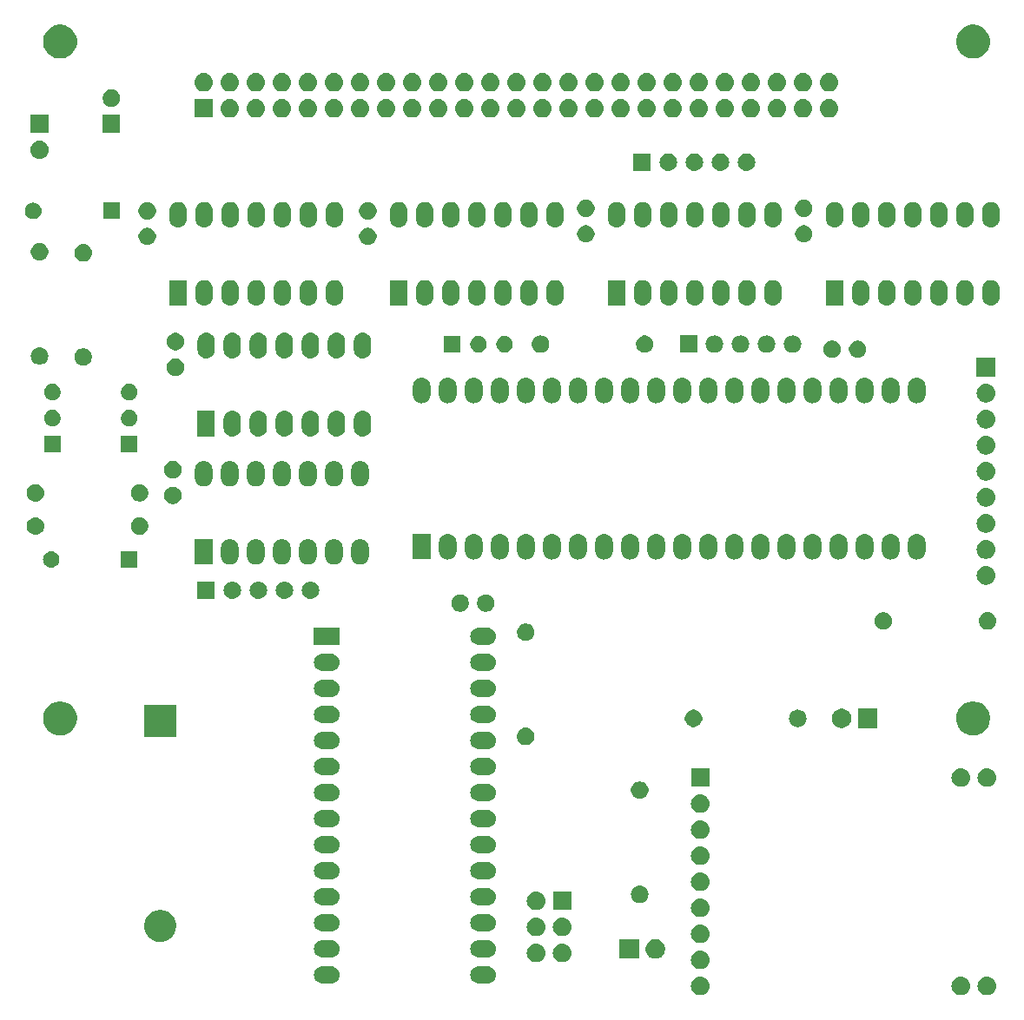
<source format=gbs>
G04 #@! TF.GenerationSoftware,KiCad,Pcbnew,(5.1.4-0-10_14)*
G04 #@! TF.CreationDate,2021-08-29T16:46:43+09:00*
G04 #@! TF.ProjectId,PC8001-SD-8kRAM,50433830-3031-42d5-9344-2d386b52414d,rev?*
G04 #@! TF.SameCoordinates,Original*
G04 #@! TF.FileFunction,Soldermask,Bot*
G04 #@! TF.FilePolarity,Negative*
%FSLAX46Y46*%
G04 Gerber Fmt 4.6, Leading zero omitted, Abs format (unit mm)*
G04 Created by KiCad (PCBNEW (5.1.4-0-10_14)) date 2021-08-29 16:46:43*
%MOMM*%
%LPD*%
G04 APERTURE LIST*
%ADD10C,0.100000*%
G04 APERTURE END LIST*
D10*
G36*
X196950443Y-155705519D02*
G01*
X197016627Y-155712037D01*
X197186466Y-155763557D01*
X197342991Y-155847222D01*
X197343015Y-155847242D01*
X197480186Y-155959814D01*
X197563448Y-156061271D01*
X197592778Y-156097009D01*
X197676443Y-156253534D01*
X197727963Y-156423373D01*
X197745359Y-156600000D01*
X197727963Y-156776627D01*
X197676443Y-156946466D01*
X197592778Y-157102991D01*
X197563448Y-157138729D01*
X197480186Y-157240186D01*
X197378729Y-157323448D01*
X197342991Y-157352778D01*
X197186466Y-157436443D01*
X197016627Y-157487963D01*
X196950443Y-157494481D01*
X196884260Y-157501000D01*
X196795740Y-157501000D01*
X196729557Y-157494481D01*
X196663373Y-157487963D01*
X196493534Y-157436443D01*
X196337009Y-157352778D01*
X196301271Y-157323448D01*
X196199814Y-157240186D01*
X196116552Y-157138729D01*
X196087222Y-157102991D01*
X196003557Y-156946466D01*
X195952037Y-156776627D01*
X195934641Y-156600000D01*
X195952037Y-156423373D01*
X196003557Y-156253534D01*
X196087222Y-156097009D01*
X196116552Y-156061271D01*
X196199814Y-155959814D01*
X196336985Y-155847242D01*
X196337009Y-155847222D01*
X196493534Y-155763557D01*
X196663373Y-155712037D01*
X196729557Y-155705519D01*
X196795740Y-155699000D01*
X196884260Y-155699000D01*
X196950443Y-155705519D01*
X196950443Y-155705519D01*
G37*
G36*
X194410443Y-155705519D02*
G01*
X194476627Y-155712037D01*
X194646466Y-155763557D01*
X194802991Y-155847222D01*
X194803015Y-155847242D01*
X194940186Y-155959814D01*
X195023448Y-156061271D01*
X195052778Y-156097009D01*
X195136443Y-156253534D01*
X195187963Y-156423373D01*
X195205359Y-156600000D01*
X195187963Y-156776627D01*
X195136443Y-156946466D01*
X195052778Y-157102991D01*
X195023448Y-157138729D01*
X194940186Y-157240186D01*
X194838729Y-157323448D01*
X194802991Y-157352778D01*
X194646466Y-157436443D01*
X194476627Y-157487963D01*
X194410443Y-157494481D01*
X194344260Y-157501000D01*
X194255740Y-157501000D01*
X194189557Y-157494481D01*
X194123373Y-157487963D01*
X193953534Y-157436443D01*
X193797009Y-157352778D01*
X193761271Y-157323448D01*
X193659814Y-157240186D01*
X193576552Y-157138729D01*
X193547222Y-157102991D01*
X193463557Y-156946466D01*
X193412037Y-156776627D01*
X193394641Y-156600000D01*
X193412037Y-156423373D01*
X193463557Y-156253534D01*
X193547222Y-156097009D01*
X193576552Y-156061271D01*
X193659814Y-155959814D01*
X193796985Y-155847242D01*
X193797009Y-155847222D01*
X193953534Y-155763557D01*
X194123373Y-155712037D01*
X194189557Y-155705519D01*
X194255740Y-155699000D01*
X194344260Y-155699000D01*
X194410443Y-155705519D01*
X194410443Y-155705519D01*
G37*
G36*
X169010443Y-155705519D02*
G01*
X169076627Y-155712037D01*
X169246466Y-155763557D01*
X169402991Y-155847222D01*
X169403015Y-155847242D01*
X169540186Y-155959814D01*
X169623448Y-156061271D01*
X169652778Y-156097009D01*
X169736443Y-156253534D01*
X169787963Y-156423373D01*
X169805359Y-156600000D01*
X169787963Y-156776627D01*
X169736443Y-156946466D01*
X169652778Y-157102991D01*
X169623448Y-157138729D01*
X169540186Y-157240186D01*
X169438729Y-157323448D01*
X169402991Y-157352778D01*
X169246466Y-157436443D01*
X169076627Y-157487963D01*
X169010443Y-157494481D01*
X168944260Y-157501000D01*
X168855740Y-157501000D01*
X168789557Y-157494481D01*
X168723373Y-157487963D01*
X168553534Y-157436443D01*
X168397009Y-157352778D01*
X168361271Y-157323448D01*
X168259814Y-157240186D01*
X168176552Y-157138729D01*
X168147222Y-157102991D01*
X168063557Y-156946466D01*
X168012037Y-156776627D01*
X167994641Y-156600000D01*
X168012037Y-156423373D01*
X168063557Y-156253534D01*
X168147222Y-156097009D01*
X168176552Y-156061271D01*
X168259814Y-155959814D01*
X168396985Y-155847242D01*
X168397009Y-155847222D01*
X168553534Y-155763557D01*
X168723373Y-155712037D01*
X168789557Y-155705519D01*
X168855740Y-155699000D01*
X168944260Y-155699000D01*
X169010443Y-155705519D01*
X169010443Y-155705519D01*
G37*
G36*
X148306823Y-154681313D02*
G01*
X148467242Y-154729976D01*
X148599906Y-154800886D01*
X148615078Y-154808996D01*
X148744659Y-154915341D01*
X148851004Y-155044922D01*
X148851005Y-155044924D01*
X148930024Y-155192758D01*
X148978687Y-155353177D01*
X148995117Y-155520000D01*
X148978687Y-155686823D01*
X148930024Y-155847242D01*
X148869853Y-155959814D01*
X148851004Y-155995078D01*
X148744659Y-156124659D01*
X148615078Y-156231004D01*
X148615076Y-156231005D01*
X148467242Y-156310024D01*
X148306823Y-156358687D01*
X148181804Y-156371000D01*
X147298196Y-156371000D01*
X147173177Y-156358687D01*
X147012758Y-156310024D01*
X146864924Y-156231005D01*
X146864922Y-156231004D01*
X146735341Y-156124659D01*
X146628996Y-155995078D01*
X146610147Y-155959814D01*
X146549976Y-155847242D01*
X146501313Y-155686823D01*
X146484883Y-155520000D01*
X146501313Y-155353177D01*
X146549976Y-155192758D01*
X146628995Y-155044924D01*
X146628996Y-155044922D01*
X146735341Y-154915341D01*
X146864922Y-154808996D01*
X146880094Y-154800886D01*
X147012758Y-154729976D01*
X147173177Y-154681313D01*
X147298196Y-154669000D01*
X148181804Y-154669000D01*
X148306823Y-154681313D01*
X148306823Y-154681313D01*
G37*
G36*
X133066823Y-154681313D02*
G01*
X133227242Y-154729976D01*
X133359906Y-154800886D01*
X133375078Y-154808996D01*
X133504659Y-154915341D01*
X133611004Y-155044922D01*
X133611005Y-155044924D01*
X133690024Y-155192758D01*
X133738687Y-155353177D01*
X133755117Y-155520000D01*
X133738687Y-155686823D01*
X133690024Y-155847242D01*
X133629853Y-155959814D01*
X133611004Y-155995078D01*
X133504659Y-156124659D01*
X133375078Y-156231004D01*
X133375076Y-156231005D01*
X133227242Y-156310024D01*
X133066823Y-156358687D01*
X132941804Y-156371000D01*
X132058196Y-156371000D01*
X131933177Y-156358687D01*
X131772758Y-156310024D01*
X131624924Y-156231005D01*
X131624922Y-156231004D01*
X131495341Y-156124659D01*
X131388996Y-155995078D01*
X131370147Y-155959814D01*
X131309976Y-155847242D01*
X131261313Y-155686823D01*
X131244883Y-155520000D01*
X131261313Y-155353177D01*
X131309976Y-155192758D01*
X131388995Y-155044924D01*
X131388996Y-155044922D01*
X131495341Y-154915341D01*
X131624922Y-154808996D01*
X131640094Y-154800886D01*
X131772758Y-154729976D01*
X131933177Y-154681313D01*
X132058196Y-154669000D01*
X132941804Y-154669000D01*
X133066823Y-154681313D01*
X133066823Y-154681313D01*
G37*
G36*
X169010442Y-153165518D02*
G01*
X169076627Y-153172037D01*
X169246466Y-153223557D01*
X169402991Y-153307222D01*
X169403015Y-153307242D01*
X169540186Y-153419814D01*
X169623448Y-153521271D01*
X169652778Y-153557009D01*
X169736443Y-153713534D01*
X169787963Y-153883373D01*
X169805359Y-154060000D01*
X169787963Y-154236627D01*
X169736443Y-154406466D01*
X169652778Y-154562991D01*
X169623448Y-154598729D01*
X169540186Y-154700186D01*
X169438729Y-154783448D01*
X169402991Y-154812778D01*
X169246466Y-154896443D01*
X169076627Y-154947963D01*
X169010443Y-154954481D01*
X168944260Y-154961000D01*
X168855740Y-154961000D01*
X168789557Y-154954481D01*
X168723373Y-154947963D01*
X168553534Y-154896443D01*
X168397009Y-154812778D01*
X168361271Y-154783448D01*
X168259814Y-154700186D01*
X168176552Y-154598729D01*
X168147222Y-154562991D01*
X168063557Y-154406466D01*
X168012037Y-154236627D01*
X167994641Y-154060000D01*
X168012037Y-153883373D01*
X168063557Y-153713534D01*
X168147222Y-153557009D01*
X168176552Y-153521271D01*
X168259814Y-153419814D01*
X168396985Y-153307242D01*
X168397009Y-153307222D01*
X168553534Y-153223557D01*
X168723373Y-153172037D01*
X168789558Y-153165518D01*
X168855740Y-153159000D01*
X168944260Y-153159000D01*
X169010442Y-153165518D01*
X169010442Y-153165518D01*
G37*
G36*
X155550443Y-152485519D02*
G01*
X155616627Y-152492037D01*
X155786466Y-152543557D01*
X155942991Y-152627222D01*
X155974106Y-152652758D01*
X156080186Y-152739814D01*
X156163448Y-152841271D01*
X156192778Y-152877009D01*
X156276443Y-153033534D01*
X156327963Y-153203373D01*
X156345359Y-153380000D01*
X156327963Y-153556627D01*
X156276443Y-153726466D01*
X156192778Y-153882991D01*
X156166958Y-153914453D01*
X156080186Y-154020186D01*
X155978729Y-154103448D01*
X155942991Y-154132778D01*
X155786466Y-154216443D01*
X155616627Y-154267963D01*
X155550442Y-154274482D01*
X155484260Y-154281000D01*
X155395740Y-154281000D01*
X155329558Y-154274482D01*
X155263373Y-154267963D01*
X155093534Y-154216443D01*
X154937009Y-154132778D01*
X154901271Y-154103448D01*
X154799814Y-154020186D01*
X154713042Y-153914453D01*
X154687222Y-153882991D01*
X154603557Y-153726466D01*
X154552037Y-153556627D01*
X154534641Y-153380000D01*
X154552037Y-153203373D01*
X154603557Y-153033534D01*
X154687222Y-152877009D01*
X154716552Y-152841271D01*
X154799814Y-152739814D01*
X154905894Y-152652758D01*
X154937009Y-152627222D01*
X155093534Y-152543557D01*
X155263373Y-152492037D01*
X155329557Y-152485519D01*
X155395740Y-152479000D01*
X155484260Y-152479000D01*
X155550443Y-152485519D01*
X155550443Y-152485519D01*
G37*
G36*
X153010443Y-152485519D02*
G01*
X153076627Y-152492037D01*
X153246466Y-152543557D01*
X153402991Y-152627222D01*
X153434106Y-152652758D01*
X153540186Y-152739814D01*
X153623448Y-152841271D01*
X153652778Y-152877009D01*
X153736443Y-153033534D01*
X153787963Y-153203373D01*
X153805359Y-153380000D01*
X153787963Y-153556627D01*
X153736443Y-153726466D01*
X153652778Y-153882991D01*
X153626958Y-153914453D01*
X153540186Y-154020186D01*
X153438729Y-154103448D01*
X153402991Y-154132778D01*
X153246466Y-154216443D01*
X153076627Y-154267963D01*
X153010442Y-154274482D01*
X152944260Y-154281000D01*
X152855740Y-154281000D01*
X152789558Y-154274482D01*
X152723373Y-154267963D01*
X152553534Y-154216443D01*
X152397009Y-154132778D01*
X152361271Y-154103448D01*
X152259814Y-154020186D01*
X152173042Y-153914453D01*
X152147222Y-153882991D01*
X152063557Y-153726466D01*
X152012037Y-153556627D01*
X151994641Y-153380000D01*
X152012037Y-153203373D01*
X152063557Y-153033534D01*
X152147222Y-152877009D01*
X152176552Y-152841271D01*
X152259814Y-152739814D01*
X152365894Y-152652758D01*
X152397009Y-152627222D01*
X152553534Y-152543557D01*
X152723373Y-152492037D01*
X152789557Y-152485519D01*
X152855740Y-152479000D01*
X152944260Y-152479000D01*
X153010443Y-152485519D01*
X153010443Y-152485519D01*
G37*
G36*
X164817395Y-152085546D02*
G01*
X164990466Y-152157234D01*
X164990467Y-152157235D01*
X165146227Y-152261310D01*
X165278690Y-152393773D01*
X165278691Y-152393775D01*
X165382766Y-152549534D01*
X165454454Y-152722605D01*
X165491000Y-152906333D01*
X165491000Y-153093667D01*
X165454454Y-153277395D01*
X165382766Y-153450466D01*
X165379684Y-153455078D01*
X165278690Y-153606227D01*
X165146227Y-153738690D01*
X165067818Y-153791081D01*
X164990466Y-153842766D01*
X164817395Y-153914454D01*
X164633667Y-153951000D01*
X164446333Y-153951000D01*
X164262605Y-153914454D01*
X164089534Y-153842766D01*
X164012182Y-153791081D01*
X163933773Y-153738690D01*
X163801310Y-153606227D01*
X163700316Y-153455078D01*
X163697234Y-153450466D01*
X163625546Y-153277395D01*
X163589000Y-153093667D01*
X163589000Y-152906333D01*
X163625546Y-152722605D01*
X163697234Y-152549534D01*
X163801309Y-152393775D01*
X163801310Y-152393773D01*
X163933773Y-152261310D01*
X164089533Y-152157235D01*
X164089534Y-152157234D01*
X164262605Y-152085546D01*
X164446333Y-152049000D01*
X164633667Y-152049000D01*
X164817395Y-152085546D01*
X164817395Y-152085546D01*
G37*
G36*
X162951000Y-153951000D02*
G01*
X161049000Y-153951000D01*
X161049000Y-152049000D01*
X162951000Y-152049000D01*
X162951000Y-153951000D01*
X162951000Y-153951000D01*
G37*
G36*
X148306823Y-152141313D02*
G01*
X148467242Y-152189976D01*
X148563442Y-152241396D01*
X148615078Y-152268996D01*
X148744659Y-152375341D01*
X148851004Y-152504922D01*
X148851005Y-152504924D01*
X148930024Y-152652758D01*
X148978687Y-152813177D01*
X148995117Y-152980000D01*
X148978687Y-153146823D01*
X148930024Y-153307242D01*
X148891134Y-153380000D01*
X148851004Y-153455078D01*
X148744659Y-153584659D01*
X148615078Y-153691004D01*
X148615076Y-153691005D01*
X148467242Y-153770024D01*
X148306823Y-153818687D01*
X148181804Y-153831000D01*
X147298196Y-153831000D01*
X147173177Y-153818687D01*
X147012758Y-153770024D01*
X146864924Y-153691005D01*
X146864922Y-153691004D01*
X146735341Y-153584659D01*
X146628996Y-153455078D01*
X146588866Y-153380000D01*
X146549976Y-153307242D01*
X146501313Y-153146823D01*
X146484883Y-152980000D01*
X146501313Y-152813177D01*
X146549976Y-152652758D01*
X146628995Y-152504924D01*
X146628996Y-152504922D01*
X146735341Y-152375341D01*
X146864922Y-152268996D01*
X146916558Y-152241396D01*
X147012758Y-152189976D01*
X147173177Y-152141313D01*
X147298196Y-152129000D01*
X148181804Y-152129000D01*
X148306823Y-152141313D01*
X148306823Y-152141313D01*
G37*
G36*
X133066823Y-152141313D02*
G01*
X133227242Y-152189976D01*
X133323442Y-152241396D01*
X133375078Y-152268996D01*
X133504659Y-152375341D01*
X133611004Y-152504922D01*
X133611005Y-152504924D01*
X133690024Y-152652758D01*
X133738687Y-152813177D01*
X133755117Y-152980000D01*
X133738687Y-153146823D01*
X133690024Y-153307242D01*
X133651134Y-153380000D01*
X133611004Y-153455078D01*
X133504659Y-153584659D01*
X133375078Y-153691004D01*
X133375076Y-153691005D01*
X133227242Y-153770024D01*
X133066823Y-153818687D01*
X132941804Y-153831000D01*
X132058196Y-153831000D01*
X131933177Y-153818687D01*
X131772758Y-153770024D01*
X131624924Y-153691005D01*
X131624922Y-153691004D01*
X131495341Y-153584659D01*
X131388996Y-153455078D01*
X131348866Y-153380000D01*
X131309976Y-153307242D01*
X131261313Y-153146823D01*
X131244883Y-152980000D01*
X131261313Y-152813177D01*
X131309976Y-152652758D01*
X131388995Y-152504924D01*
X131388996Y-152504922D01*
X131495341Y-152375341D01*
X131624922Y-152268996D01*
X131676558Y-152241396D01*
X131772758Y-152189976D01*
X131933177Y-152141313D01*
X132058196Y-152129000D01*
X132941804Y-152129000D01*
X133066823Y-152141313D01*
X133066823Y-152141313D01*
G37*
G36*
X169010443Y-150625519D02*
G01*
X169076627Y-150632037D01*
X169246466Y-150683557D01*
X169402991Y-150767222D01*
X169403015Y-150767242D01*
X169540186Y-150879814D01*
X169623448Y-150981271D01*
X169652778Y-151017009D01*
X169736443Y-151173534D01*
X169787963Y-151343373D01*
X169805359Y-151520000D01*
X169787963Y-151696627D01*
X169736443Y-151866466D01*
X169652778Y-152022991D01*
X169631433Y-152049000D01*
X169540186Y-152160186D01*
X169441230Y-152241396D01*
X169402991Y-152272778D01*
X169246466Y-152356443D01*
X169076627Y-152407963D01*
X169010443Y-152414481D01*
X168944260Y-152421000D01*
X168855740Y-152421000D01*
X168789557Y-152414481D01*
X168723373Y-152407963D01*
X168553534Y-152356443D01*
X168397009Y-152272778D01*
X168358770Y-152241396D01*
X168259814Y-152160186D01*
X168168567Y-152049000D01*
X168147222Y-152022991D01*
X168063557Y-151866466D01*
X168012037Y-151696627D01*
X167994641Y-151520000D01*
X168012037Y-151343373D01*
X168063557Y-151173534D01*
X168147222Y-151017009D01*
X168176552Y-150981271D01*
X168259814Y-150879814D01*
X168396985Y-150767242D01*
X168397009Y-150767222D01*
X168553534Y-150683557D01*
X168723373Y-150632037D01*
X168789557Y-150625519D01*
X168855740Y-150619000D01*
X168944260Y-150619000D01*
X169010443Y-150625519D01*
X169010443Y-150625519D01*
G37*
G36*
X116552585Y-149228802D02*
G01*
X116702410Y-149258604D01*
X116984674Y-149375521D01*
X117238705Y-149545259D01*
X117454741Y-149761295D01*
X117624479Y-150015326D01*
X117741396Y-150297590D01*
X117741396Y-150297591D01*
X117801000Y-150597239D01*
X117801000Y-150902761D01*
X117778274Y-151017011D01*
X117741396Y-151202410D01*
X117624479Y-151484674D01*
X117454741Y-151738705D01*
X117238705Y-151954741D01*
X116984674Y-152124479D01*
X116702410Y-152241396D01*
X116602300Y-152261309D01*
X116402761Y-152301000D01*
X116097239Y-152301000D01*
X115897700Y-152261309D01*
X115797590Y-152241396D01*
X115515326Y-152124479D01*
X115261295Y-151954741D01*
X115045259Y-151738705D01*
X114875521Y-151484674D01*
X114758604Y-151202410D01*
X114721726Y-151017011D01*
X114699000Y-150902761D01*
X114699000Y-150597239D01*
X114758604Y-150297591D01*
X114758604Y-150297590D01*
X114875521Y-150015326D01*
X115045259Y-149761295D01*
X115261295Y-149545259D01*
X115515326Y-149375521D01*
X115797590Y-149258604D01*
X115947415Y-149228802D01*
X116097239Y-149199000D01*
X116402761Y-149199000D01*
X116552585Y-149228802D01*
X116552585Y-149228802D01*
G37*
G36*
X155550442Y-149945518D02*
G01*
X155616627Y-149952037D01*
X155786466Y-150003557D01*
X155942991Y-150087222D01*
X155974106Y-150112758D01*
X156080186Y-150199814D01*
X156160428Y-150297591D01*
X156192778Y-150337009D01*
X156276443Y-150493534D01*
X156327963Y-150663373D01*
X156345359Y-150840000D01*
X156327963Y-151016627D01*
X156276443Y-151186466D01*
X156192778Y-151342991D01*
X156163448Y-151378729D01*
X156080186Y-151480186D01*
X155978729Y-151563448D01*
X155942991Y-151592778D01*
X155786466Y-151676443D01*
X155616627Y-151727963D01*
X155550443Y-151734481D01*
X155484260Y-151741000D01*
X155395740Y-151741000D01*
X155329557Y-151734481D01*
X155263373Y-151727963D01*
X155093534Y-151676443D01*
X154937009Y-151592778D01*
X154901271Y-151563448D01*
X154799814Y-151480186D01*
X154716552Y-151378729D01*
X154687222Y-151342991D01*
X154603557Y-151186466D01*
X154552037Y-151016627D01*
X154534641Y-150840000D01*
X154552037Y-150663373D01*
X154603557Y-150493534D01*
X154687222Y-150337009D01*
X154719572Y-150297591D01*
X154799814Y-150199814D01*
X154905894Y-150112758D01*
X154937009Y-150087222D01*
X155093534Y-150003557D01*
X155263373Y-149952037D01*
X155329558Y-149945518D01*
X155395740Y-149939000D01*
X155484260Y-149939000D01*
X155550442Y-149945518D01*
X155550442Y-149945518D01*
G37*
G36*
X153010442Y-149945518D02*
G01*
X153076627Y-149952037D01*
X153246466Y-150003557D01*
X153402991Y-150087222D01*
X153434106Y-150112758D01*
X153540186Y-150199814D01*
X153620428Y-150297591D01*
X153652778Y-150337009D01*
X153736443Y-150493534D01*
X153787963Y-150663373D01*
X153805359Y-150840000D01*
X153787963Y-151016627D01*
X153736443Y-151186466D01*
X153652778Y-151342991D01*
X153623448Y-151378729D01*
X153540186Y-151480186D01*
X153438729Y-151563448D01*
X153402991Y-151592778D01*
X153246466Y-151676443D01*
X153076627Y-151727963D01*
X153010443Y-151734481D01*
X152944260Y-151741000D01*
X152855740Y-151741000D01*
X152789557Y-151734481D01*
X152723373Y-151727963D01*
X152553534Y-151676443D01*
X152397009Y-151592778D01*
X152361271Y-151563448D01*
X152259814Y-151480186D01*
X152176552Y-151378729D01*
X152147222Y-151342991D01*
X152063557Y-151186466D01*
X152012037Y-151016627D01*
X151994641Y-150840000D01*
X152012037Y-150663373D01*
X152063557Y-150493534D01*
X152147222Y-150337009D01*
X152179572Y-150297591D01*
X152259814Y-150199814D01*
X152365894Y-150112758D01*
X152397009Y-150087222D01*
X152553534Y-150003557D01*
X152723373Y-149952037D01*
X152789558Y-149945518D01*
X152855740Y-149939000D01*
X152944260Y-149939000D01*
X153010442Y-149945518D01*
X153010442Y-149945518D01*
G37*
G36*
X133066823Y-149601313D02*
G01*
X133227242Y-149649976D01*
X133359906Y-149720886D01*
X133375078Y-149728996D01*
X133504659Y-149835341D01*
X133611004Y-149964922D01*
X133611005Y-149964924D01*
X133690024Y-150112758D01*
X133738687Y-150273177D01*
X133755117Y-150440000D01*
X133738687Y-150606823D01*
X133690024Y-150767242D01*
X133651134Y-150840000D01*
X133611004Y-150915078D01*
X133504659Y-151044659D01*
X133375078Y-151151004D01*
X133375076Y-151151005D01*
X133227242Y-151230024D01*
X133066823Y-151278687D01*
X132941804Y-151291000D01*
X132058196Y-151291000D01*
X131933177Y-151278687D01*
X131772758Y-151230024D01*
X131624924Y-151151005D01*
X131624922Y-151151004D01*
X131495341Y-151044659D01*
X131388996Y-150915078D01*
X131348866Y-150840000D01*
X131309976Y-150767242D01*
X131261313Y-150606823D01*
X131244883Y-150440000D01*
X131261313Y-150273177D01*
X131309976Y-150112758D01*
X131388995Y-149964924D01*
X131388996Y-149964922D01*
X131495341Y-149835341D01*
X131624922Y-149728996D01*
X131640094Y-149720886D01*
X131772758Y-149649976D01*
X131933177Y-149601313D01*
X132058196Y-149589000D01*
X132941804Y-149589000D01*
X133066823Y-149601313D01*
X133066823Y-149601313D01*
G37*
G36*
X148306823Y-149601313D02*
G01*
X148467242Y-149649976D01*
X148599906Y-149720886D01*
X148615078Y-149728996D01*
X148744659Y-149835341D01*
X148851004Y-149964922D01*
X148851005Y-149964924D01*
X148930024Y-150112758D01*
X148978687Y-150273177D01*
X148995117Y-150440000D01*
X148978687Y-150606823D01*
X148930024Y-150767242D01*
X148891134Y-150840000D01*
X148851004Y-150915078D01*
X148744659Y-151044659D01*
X148615078Y-151151004D01*
X148615076Y-151151005D01*
X148467242Y-151230024D01*
X148306823Y-151278687D01*
X148181804Y-151291000D01*
X147298196Y-151291000D01*
X147173177Y-151278687D01*
X147012758Y-151230024D01*
X146864924Y-151151005D01*
X146864922Y-151151004D01*
X146735341Y-151044659D01*
X146628996Y-150915078D01*
X146588866Y-150840000D01*
X146549976Y-150767242D01*
X146501313Y-150606823D01*
X146484883Y-150440000D01*
X146501313Y-150273177D01*
X146549976Y-150112758D01*
X146628995Y-149964924D01*
X146628996Y-149964922D01*
X146735341Y-149835341D01*
X146864922Y-149728996D01*
X146880094Y-149720886D01*
X147012758Y-149649976D01*
X147173177Y-149601313D01*
X147298196Y-149589000D01*
X148181804Y-149589000D01*
X148306823Y-149601313D01*
X148306823Y-149601313D01*
G37*
G36*
X169010443Y-148085519D02*
G01*
X169076627Y-148092037D01*
X169246466Y-148143557D01*
X169402991Y-148227222D01*
X169403015Y-148227242D01*
X169540186Y-148339814D01*
X169623448Y-148441271D01*
X169652778Y-148477009D01*
X169736443Y-148633534D01*
X169787963Y-148803373D01*
X169805359Y-148980000D01*
X169787963Y-149156627D01*
X169736443Y-149326466D01*
X169652778Y-149482991D01*
X169623448Y-149518729D01*
X169540186Y-149620186D01*
X169438729Y-149703448D01*
X169402991Y-149732778D01*
X169246466Y-149816443D01*
X169076627Y-149867963D01*
X169010442Y-149874482D01*
X168944260Y-149881000D01*
X168855740Y-149881000D01*
X168789558Y-149874482D01*
X168723373Y-149867963D01*
X168553534Y-149816443D01*
X168397009Y-149732778D01*
X168361271Y-149703448D01*
X168259814Y-149620186D01*
X168176552Y-149518729D01*
X168147222Y-149482991D01*
X168063557Y-149326466D01*
X168012037Y-149156627D01*
X167994641Y-148980000D01*
X168012037Y-148803373D01*
X168063557Y-148633534D01*
X168147222Y-148477009D01*
X168176552Y-148441271D01*
X168259814Y-148339814D01*
X168396985Y-148227242D01*
X168397009Y-148227222D01*
X168553534Y-148143557D01*
X168723373Y-148092037D01*
X168789557Y-148085519D01*
X168855740Y-148079000D01*
X168944260Y-148079000D01*
X169010443Y-148085519D01*
X169010443Y-148085519D01*
G37*
G36*
X153010443Y-147405519D02*
G01*
X153076627Y-147412037D01*
X153246466Y-147463557D01*
X153402991Y-147547222D01*
X153434106Y-147572758D01*
X153540186Y-147659814D01*
X153623448Y-147761271D01*
X153652778Y-147797009D01*
X153736443Y-147953534D01*
X153787963Y-148123373D01*
X153805359Y-148300000D01*
X153787963Y-148476627D01*
X153736443Y-148646466D01*
X153652778Y-148802991D01*
X153623448Y-148838729D01*
X153540186Y-148940186D01*
X153438729Y-149023448D01*
X153402991Y-149052778D01*
X153246466Y-149136443D01*
X153076627Y-149187963D01*
X153010443Y-149194481D01*
X152944260Y-149201000D01*
X152855740Y-149201000D01*
X152789557Y-149194481D01*
X152723373Y-149187963D01*
X152553534Y-149136443D01*
X152397009Y-149052778D01*
X152361271Y-149023448D01*
X152259814Y-148940186D01*
X152176552Y-148838729D01*
X152147222Y-148802991D01*
X152063557Y-148646466D01*
X152012037Y-148476627D01*
X151994641Y-148300000D01*
X152012037Y-148123373D01*
X152063557Y-147953534D01*
X152147222Y-147797009D01*
X152176552Y-147761271D01*
X152259814Y-147659814D01*
X152365894Y-147572758D01*
X152397009Y-147547222D01*
X152553534Y-147463557D01*
X152723373Y-147412037D01*
X152789557Y-147405519D01*
X152855740Y-147399000D01*
X152944260Y-147399000D01*
X153010443Y-147405519D01*
X153010443Y-147405519D01*
G37*
G36*
X156341000Y-149201000D02*
G01*
X154539000Y-149201000D01*
X154539000Y-147399000D01*
X156341000Y-147399000D01*
X156341000Y-149201000D01*
X156341000Y-149201000D01*
G37*
G36*
X148306823Y-147061313D02*
G01*
X148467242Y-147109976D01*
X148599906Y-147180886D01*
X148615078Y-147188996D01*
X148744659Y-147295341D01*
X148851004Y-147424922D01*
X148851005Y-147424924D01*
X148930024Y-147572758D01*
X148978687Y-147733177D01*
X148995117Y-147900000D01*
X148978687Y-148066823D01*
X148930024Y-148227242D01*
X148910024Y-148264659D01*
X148851004Y-148375078D01*
X148744659Y-148504659D01*
X148615078Y-148611004D01*
X148615076Y-148611005D01*
X148467242Y-148690024D01*
X148306823Y-148738687D01*
X148181804Y-148751000D01*
X147298196Y-148751000D01*
X147173177Y-148738687D01*
X147012758Y-148690024D01*
X146864924Y-148611005D01*
X146864922Y-148611004D01*
X146735341Y-148504659D01*
X146628996Y-148375078D01*
X146569976Y-148264659D01*
X146549976Y-148227242D01*
X146501313Y-148066823D01*
X146484883Y-147900000D01*
X146501313Y-147733177D01*
X146549976Y-147572758D01*
X146628995Y-147424924D01*
X146628996Y-147424922D01*
X146735341Y-147295341D01*
X146864922Y-147188996D01*
X146880094Y-147180886D01*
X147012758Y-147109976D01*
X147173177Y-147061313D01*
X147298196Y-147049000D01*
X148181804Y-147049000D01*
X148306823Y-147061313D01*
X148306823Y-147061313D01*
G37*
G36*
X133066823Y-147061313D02*
G01*
X133227242Y-147109976D01*
X133359906Y-147180886D01*
X133375078Y-147188996D01*
X133504659Y-147295341D01*
X133611004Y-147424922D01*
X133611005Y-147424924D01*
X133690024Y-147572758D01*
X133738687Y-147733177D01*
X133755117Y-147900000D01*
X133738687Y-148066823D01*
X133690024Y-148227242D01*
X133670024Y-148264659D01*
X133611004Y-148375078D01*
X133504659Y-148504659D01*
X133375078Y-148611004D01*
X133375076Y-148611005D01*
X133227242Y-148690024D01*
X133066823Y-148738687D01*
X132941804Y-148751000D01*
X132058196Y-148751000D01*
X131933177Y-148738687D01*
X131772758Y-148690024D01*
X131624924Y-148611005D01*
X131624922Y-148611004D01*
X131495341Y-148504659D01*
X131388996Y-148375078D01*
X131329976Y-148264659D01*
X131309976Y-148227242D01*
X131261313Y-148066823D01*
X131244883Y-147900000D01*
X131261313Y-147733177D01*
X131309976Y-147572758D01*
X131388995Y-147424924D01*
X131388996Y-147424922D01*
X131495341Y-147295341D01*
X131624922Y-147188996D01*
X131640094Y-147180886D01*
X131772758Y-147109976D01*
X131933177Y-147061313D01*
X132058196Y-147049000D01*
X132941804Y-147049000D01*
X133066823Y-147061313D01*
X133066823Y-147061313D01*
G37*
G36*
X163166823Y-146821313D02*
G01*
X163327242Y-146869976D01*
X163459906Y-146940886D01*
X163475078Y-146948996D01*
X163604659Y-147055341D01*
X163711004Y-147184922D01*
X163711005Y-147184924D01*
X163790024Y-147332758D01*
X163838687Y-147493177D01*
X163855117Y-147660000D01*
X163838687Y-147826823D01*
X163790024Y-147987242D01*
X163747487Y-148066823D01*
X163711004Y-148135078D01*
X163604659Y-148264659D01*
X163475078Y-148371004D01*
X163475076Y-148371005D01*
X163327242Y-148450024D01*
X163166823Y-148498687D01*
X163041804Y-148511000D01*
X162958196Y-148511000D01*
X162833177Y-148498687D01*
X162672758Y-148450024D01*
X162524924Y-148371005D01*
X162524922Y-148371004D01*
X162395341Y-148264659D01*
X162288996Y-148135078D01*
X162252513Y-148066823D01*
X162209976Y-147987242D01*
X162161313Y-147826823D01*
X162144883Y-147660000D01*
X162161313Y-147493177D01*
X162209976Y-147332758D01*
X162288995Y-147184924D01*
X162288996Y-147184922D01*
X162395341Y-147055341D01*
X162524922Y-146948996D01*
X162540094Y-146940886D01*
X162672758Y-146869976D01*
X162833177Y-146821313D01*
X162958196Y-146809000D01*
X163041804Y-146809000D01*
X163166823Y-146821313D01*
X163166823Y-146821313D01*
G37*
G36*
X169010442Y-145545518D02*
G01*
X169076627Y-145552037D01*
X169246466Y-145603557D01*
X169402991Y-145687222D01*
X169403015Y-145687242D01*
X169540186Y-145799814D01*
X169623448Y-145901271D01*
X169652778Y-145937009D01*
X169736443Y-146093534D01*
X169787963Y-146263373D01*
X169805359Y-146440000D01*
X169787963Y-146616627D01*
X169736443Y-146786466D01*
X169652778Y-146942991D01*
X169623448Y-146978729D01*
X169540186Y-147080186D01*
X169438729Y-147163448D01*
X169402991Y-147192778D01*
X169246466Y-147276443D01*
X169076627Y-147327963D01*
X169027911Y-147332761D01*
X168944260Y-147341000D01*
X168855740Y-147341000D01*
X168772089Y-147332761D01*
X168723373Y-147327963D01*
X168553534Y-147276443D01*
X168397009Y-147192778D01*
X168361271Y-147163448D01*
X168259814Y-147080186D01*
X168176552Y-146978729D01*
X168147222Y-146942991D01*
X168063557Y-146786466D01*
X168012037Y-146616627D01*
X167994641Y-146440000D01*
X168012037Y-146263373D01*
X168063557Y-146093534D01*
X168147222Y-145937009D01*
X168176552Y-145901271D01*
X168259814Y-145799814D01*
X168396985Y-145687242D01*
X168397009Y-145687222D01*
X168553534Y-145603557D01*
X168723373Y-145552037D01*
X168789558Y-145545518D01*
X168855740Y-145539000D01*
X168944260Y-145539000D01*
X169010442Y-145545518D01*
X169010442Y-145545518D01*
G37*
G36*
X133066823Y-144521313D02*
G01*
X133227242Y-144569976D01*
X133359906Y-144640886D01*
X133375078Y-144648996D01*
X133504659Y-144755341D01*
X133611004Y-144884922D01*
X133611005Y-144884924D01*
X133690024Y-145032758D01*
X133738687Y-145193177D01*
X133755117Y-145360000D01*
X133738687Y-145526823D01*
X133690024Y-145687242D01*
X133629853Y-145799814D01*
X133611004Y-145835078D01*
X133504659Y-145964659D01*
X133375078Y-146071004D01*
X133375076Y-146071005D01*
X133227242Y-146150024D01*
X133066823Y-146198687D01*
X132941804Y-146211000D01*
X132058196Y-146211000D01*
X131933177Y-146198687D01*
X131772758Y-146150024D01*
X131624924Y-146071005D01*
X131624922Y-146071004D01*
X131495341Y-145964659D01*
X131388996Y-145835078D01*
X131370147Y-145799814D01*
X131309976Y-145687242D01*
X131261313Y-145526823D01*
X131244883Y-145360000D01*
X131261313Y-145193177D01*
X131309976Y-145032758D01*
X131388995Y-144884924D01*
X131388996Y-144884922D01*
X131495341Y-144755341D01*
X131624922Y-144648996D01*
X131640094Y-144640886D01*
X131772758Y-144569976D01*
X131933177Y-144521313D01*
X132058196Y-144509000D01*
X132941804Y-144509000D01*
X133066823Y-144521313D01*
X133066823Y-144521313D01*
G37*
G36*
X148306823Y-144521313D02*
G01*
X148467242Y-144569976D01*
X148599906Y-144640886D01*
X148615078Y-144648996D01*
X148744659Y-144755341D01*
X148851004Y-144884922D01*
X148851005Y-144884924D01*
X148930024Y-145032758D01*
X148978687Y-145193177D01*
X148995117Y-145360000D01*
X148978687Y-145526823D01*
X148930024Y-145687242D01*
X148869853Y-145799814D01*
X148851004Y-145835078D01*
X148744659Y-145964659D01*
X148615078Y-146071004D01*
X148615076Y-146071005D01*
X148467242Y-146150024D01*
X148306823Y-146198687D01*
X148181804Y-146211000D01*
X147298196Y-146211000D01*
X147173177Y-146198687D01*
X147012758Y-146150024D01*
X146864924Y-146071005D01*
X146864922Y-146071004D01*
X146735341Y-145964659D01*
X146628996Y-145835078D01*
X146610147Y-145799814D01*
X146549976Y-145687242D01*
X146501313Y-145526823D01*
X146484883Y-145360000D01*
X146501313Y-145193177D01*
X146549976Y-145032758D01*
X146628995Y-144884924D01*
X146628996Y-144884922D01*
X146735341Y-144755341D01*
X146864922Y-144648996D01*
X146880094Y-144640886D01*
X147012758Y-144569976D01*
X147173177Y-144521313D01*
X147298196Y-144509000D01*
X148181804Y-144509000D01*
X148306823Y-144521313D01*
X148306823Y-144521313D01*
G37*
G36*
X169010442Y-143005518D02*
G01*
X169076627Y-143012037D01*
X169246466Y-143063557D01*
X169402991Y-143147222D01*
X169403015Y-143147242D01*
X169540186Y-143259814D01*
X169623448Y-143361271D01*
X169652778Y-143397009D01*
X169736443Y-143553534D01*
X169787963Y-143723373D01*
X169805359Y-143900000D01*
X169787963Y-144076627D01*
X169736443Y-144246466D01*
X169652778Y-144402991D01*
X169623448Y-144438729D01*
X169540186Y-144540186D01*
X169438729Y-144623448D01*
X169402991Y-144652778D01*
X169246466Y-144736443D01*
X169076627Y-144787963D01*
X169010443Y-144794481D01*
X168944260Y-144801000D01*
X168855740Y-144801000D01*
X168789557Y-144794481D01*
X168723373Y-144787963D01*
X168553534Y-144736443D01*
X168397009Y-144652778D01*
X168361271Y-144623448D01*
X168259814Y-144540186D01*
X168176552Y-144438729D01*
X168147222Y-144402991D01*
X168063557Y-144246466D01*
X168012037Y-144076627D01*
X167994641Y-143900000D01*
X168012037Y-143723373D01*
X168063557Y-143553534D01*
X168147222Y-143397009D01*
X168176552Y-143361271D01*
X168259814Y-143259814D01*
X168396985Y-143147242D01*
X168397009Y-143147222D01*
X168553534Y-143063557D01*
X168723373Y-143012037D01*
X168789558Y-143005518D01*
X168855740Y-142999000D01*
X168944260Y-142999000D01*
X169010442Y-143005518D01*
X169010442Y-143005518D01*
G37*
G36*
X148306823Y-141981313D02*
G01*
X148467242Y-142029976D01*
X148599906Y-142100886D01*
X148615078Y-142108996D01*
X148744659Y-142215341D01*
X148851004Y-142344922D01*
X148851005Y-142344924D01*
X148930024Y-142492758D01*
X148978687Y-142653177D01*
X148995117Y-142820000D01*
X148978687Y-142986823D01*
X148930024Y-143147242D01*
X148869853Y-143259814D01*
X148851004Y-143295078D01*
X148744659Y-143424659D01*
X148615078Y-143531004D01*
X148615076Y-143531005D01*
X148467242Y-143610024D01*
X148306823Y-143658687D01*
X148181804Y-143671000D01*
X147298196Y-143671000D01*
X147173177Y-143658687D01*
X147012758Y-143610024D01*
X146864924Y-143531005D01*
X146864922Y-143531004D01*
X146735341Y-143424659D01*
X146628996Y-143295078D01*
X146610147Y-143259814D01*
X146549976Y-143147242D01*
X146501313Y-142986823D01*
X146484883Y-142820000D01*
X146501313Y-142653177D01*
X146549976Y-142492758D01*
X146628995Y-142344924D01*
X146628996Y-142344922D01*
X146735341Y-142215341D01*
X146864922Y-142108996D01*
X146880094Y-142100886D01*
X147012758Y-142029976D01*
X147173177Y-141981313D01*
X147298196Y-141969000D01*
X148181804Y-141969000D01*
X148306823Y-141981313D01*
X148306823Y-141981313D01*
G37*
G36*
X133066823Y-141981313D02*
G01*
X133227242Y-142029976D01*
X133359906Y-142100886D01*
X133375078Y-142108996D01*
X133504659Y-142215341D01*
X133611004Y-142344922D01*
X133611005Y-142344924D01*
X133690024Y-142492758D01*
X133738687Y-142653177D01*
X133755117Y-142820000D01*
X133738687Y-142986823D01*
X133690024Y-143147242D01*
X133629853Y-143259814D01*
X133611004Y-143295078D01*
X133504659Y-143424659D01*
X133375078Y-143531004D01*
X133375076Y-143531005D01*
X133227242Y-143610024D01*
X133066823Y-143658687D01*
X132941804Y-143671000D01*
X132058196Y-143671000D01*
X131933177Y-143658687D01*
X131772758Y-143610024D01*
X131624924Y-143531005D01*
X131624922Y-143531004D01*
X131495341Y-143424659D01*
X131388996Y-143295078D01*
X131370147Y-143259814D01*
X131309976Y-143147242D01*
X131261313Y-142986823D01*
X131244883Y-142820000D01*
X131261313Y-142653177D01*
X131309976Y-142492758D01*
X131388995Y-142344924D01*
X131388996Y-142344922D01*
X131495341Y-142215341D01*
X131624922Y-142108996D01*
X131640094Y-142100886D01*
X131772758Y-142029976D01*
X131933177Y-141981313D01*
X132058196Y-141969000D01*
X132941804Y-141969000D01*
X133066823Y-141981313D01*
X133066823Y-141981313D01*
G37*
G36*
X169010442Y-140465518D02*
G01*
X169076627Y-140472037D01*
X169246466Y-140523557D01*
X169402991Y-140607222D01*
X169403015Y-140607242D01*
X169540186Y-140719814D01*
X169623448Y-140821271D01*
X169652778Y-140857009D01*
X169736443Y-141013534D01*
X169787963Y-141183373D01*
X169805359Y-141360000D01*
X169787963Y-141536627D01*
X169736443Y-141706466D01*
X169652778Y-141862991D01*
X169623448Y-141898729D01*
X169540186Y-142000186D01*
X169438729Y-142083448D01*
X169402991Y-142112778D01*
X169246466Y-142196443D01*
X169076627Y-142247963D01*
X169010442Y-142254482D01*
X168944260Y-142261000D01*
X168855740Y-142261000D01*
X168789558Y-142254482D01*
X168723373Y-142247963D01*
X168553534Y-142196443D01*
X168397009Y-142112778D01*
X168361271Y-142083448D01*
X168259814Y-142000186D01*
X168176552Y-141898729D01*
X168147222Y-141862991D01*
X168063557Y-141706466D01*
X168012037Y-141536627D01*
X167994641Y-141360000D01*
X168012037Y-141183373D01*
X168063557Y-141013534D01*
X168147222Y-140857009D01*
X168176552Y-140821271D01*
X168259814Y-140719814D01*
X168396985Y-140607242D01*
X168397009Y-140607222D01*
X168553534Y-140523557D01*
X168723373Y-140472037D01*
X168789558Y-140465518D01*
X168855740Y-140459000D01*
X168944260Y-140459000D01*
X169010442Y-140465518D01*
X169010442Y-140465518D01*
G37*
G36*
X148306823Y-139441313D02*
G01*
X148467242Y-139489976D01*
X148599906Y-139560886D01*
X148615078Y-139568996D01*
X148744659Y-139675341D01*
X148851004Y-139804922D01*
X148851005Y-139804924D01*
X148930024Y-139952758D01*
X148978687Y-140113177D01*
X148995117Y-140280000D01*
X148978687Y-140446823D01*
X148930024Y-140607242D01*
X148869853Y-140719814D01*
X148851004Y-140755078D01*
X148744659Y-140884659D01*
X148615078Y-140991004D01*
X148615076Y-140991005D01*
X148467242Y-141070024D01*
X148306823Y-141118687D01*
X148181804Y-141131000D01*
X147298196Y-141131000D01*
X147173177Y-141118687D01*
X147012758Y-141070024D01*
X146864924Y-140991005D01*
X146864922Y-140991004D01*
X146735341Y-140884659D01*
X146628996Y-140755078D01*
X146610147Y-140719814D01*
X146549976Y-140607242D01*
X146501313Y-140446823D01*
X146484883Y-140280000D01*
X146501313Y-140113177D01*
X146549976Y-139952758D01*
X146628995Y-139804924D01*
X146628996Y-139804922D01*
X146735341Y-139675341D01*
X146864922Y-139568996D01*
X146880094Y-139560886D01*
X147012758Y-139489976D01*
X147173177Y-139441313D01*
X147298196Y-139429000D01*
X148181804Y-139429000D01*
X148306823Y-139441313D01*
X148306823Y-139441313D01*
G37*
G36*
X133066823Y-139441313D02*
G01*
X133227242Y-139489976D01*
X133359906Y-139560886D01*
X133375078Y-139568996D01*
X133504659Y-139675341D01*
X133611004Y-139804922D01*
X133611005Y-139804924D01*
X133690024Y-139952758D01*
X133738687Y-140113177D01*
X133755117Y-140280000D01*
X133738687Y-140446823D01*
X133690024Y-140607242D01*
X133629853Y-140719814D01*
X133611004Y-140755078D01*
X133504659Y-140884659D01*
X133375078Y-140991004D01*
X133375076Y-140991005D01*
X133227242Y-141070024D01*
X133066823Y-141118687D01*
X132941804Y-141131000D01*
X132058196Y-141131000D01*
X131933177Y-141118687D01*
X131772758Y-141070024D01*
X131624924Y-140991005D01*
X131624922Y-140991004D01*
X131495341Y-140884659D01*
X131388996Y-140755078D01*
X131370147Y-140719814D01*
X131309976Y-140607242D01*
X131261313Y-140446823D01*
X131244883Y-140280000D01*
X131261313Y-140113177D01*
X131309976Y-139952758D01*
X131388995Y-139804924D01*
X131388996Y-139804922D01*
X131495341Y-139675341D01*
X131624922Y-139568996D01*
X131640094Y-139560886D01*
X131772758Y-139489976D01*
X131933177Y-139441313D01*
X132058196Y-139429000D01*
X132941804Y-139429000D01*
X133066823Y-139441313D01*
X133066823Y-139441313D01*
G37*
G36*
X169010443Y-137925519D02*
G01*
X169076627Y-137932037D01*
X169246466Y-137983557D01*
X169402991Y-138067222D01*
X169403015Y-138067242D01*
X169540186Y-138179814D01*
X169601189Y-138254148D01*
X169652778Y-138317009D01*
X169736443Y-138473534D01*
X169787963Y-138643373D01*
X169805359Y-138820000D01*
X169787963Y-138996627D01*
X169736443Y-139166466D01*
X169652778Y-139322991D01*
X169623448Y-139358729D01*
X169540186Y-139460186D01*
X169438729Y-139543448D01*
X169402991Y-139572778D01*
X169246466Y-139656443D01*
X169076627Y-139707963D01*
X169010442Y-139714482D01*
X168944260Y-139721000D01*
X168855740Y-139721000D01*
X168789558Y-139714482D01*
X168723373Y-139707963D01*
X168553534Y-139656443D01*
X168397009Y-139572778D01*
X168361271Y-139543448D01*
X168259814Y-139460186D01*
X168176552Y-139358729D01*
X168147222Y-139322991D01*
X168063557Y-139166466D01*
X168012037Y-138996627D01*
X167994641Y-138820000D01*
X168012037Y-138643373D01*
X168063557Y-138473534D01*
X168147222Y-138317009D01*
X168198811Y-138254148D01*
X168259814Y-138179814D01*
X168396985Y-138067242D01*
X168397009Y-138067222D01*
X168553534Y-137983557D01*
X168723373Y-137932037D01*
X168789557Y-137925519D01*
X168855740Y-137919000D01*
X168944260Y-137919000D01*
X169010443Y-137925519D01*
X169010443Y-137925519D01*
G37*
G36*
X133066823Y-136901313D02*
G01*
X133227242Y-136949976D01*
X133359906Y-137020886D01*
X133375078Y-137028996D01*
X133504659Y-137135341D01*
X133611004Y-137264922D01*
X133611005Y-137264924D01*
X133690024Y-137412758D01*
X133738687Y-137573177D01*
X133755117Y-137740000D01*
X133738687Y-137906823D01*
X133690024Y-138067242D01*
X133639901Y-138161015D01*
X133611004Y-138215078D01*
X133504659Y-138344659D01*
X133375078Y-138451004D01*
X133375076Y-138451005D01*
X133227242Y-138530024D01*
X133066823Y-138578687D01*
X132941804Y-138591000D01*
X132058196Y-138591000D01*
X131933177Y-138578687D01*
X131772758Y-138530024D01*
X131624924Y-138451005D01*
X131624922Y-138451004D01*
X131495341Y-138344659D01*
X131388996Y-138215078D01*
X131360099Y-138161015D01*
X131309976Y-138067242D01*
X131261313Y-137906823D01*
X131244883Y-137740000D01*
X131261313Y-137573177D01*
X131309976Y-137412758D01*
X131388995Y-137264924D01*
X131388996Y-137264922D01*
X131495341Y-137135341D01*
X131624922Y-137028996D01*
X131640094Y-137020886D01*
X131772758Y-136949976D01*
X131933177Y-136901313D01*
X132058196Y-136889000D01*
X132941804Y-136889000D01*
X133066823Y-136901313D01*
X133066823Y-136901313D01*
G37*
G36*
X148306823Y-136901313D02*
G01*
X148467242Y-136949976D01*
X148599906Y-137020886D01*
X148615078Y-137028996D01*
X148744659Y-137135341D01*
X148851004Y-137264922D01*
X148851005Y-137264924D01*
X148930024Y-137412758D01*
X148978687Y-137573177D01*
X148995117Y-137740000D01*
X148978687Y-137906823D01*
X148930024Y-138067242D01*
X148879901Y-138161015D01*
X148851004Y-138215078D01*
X148744659Y-138344659D01*
X148615078Y-138451004D01*
X148615076Y-138451005D01*
X148467242Y-138530024D01*
X148306823Y-138578687D01*
X148181804Y-138591000D01*
X147298196Y-138591000D01*
X147173177Y-138578687D01*
X147012758Y-138530024D01*
X146864924Y-138451005D01*
X146864922Y-138451004D01*
X146735341Y-138344659D01*
X146628996Y-138215078D01*
X146600099Y-138161015D01*
X146549976Y-138067242D01*
X146501313Y-137906823D01*
X146484883Y-137740000D01*
X146501313Y-137573177D01*
X146549976Y-137412758D01*
X146628995Y-137264924D01*
X146628996Y-137264922D01*
X146735341Y-137135341D01*
X146864922Y-137028996D01*
X146880094Y-137020886D01*
X147012758Y-136949976D01*
X147173177Y-136901313D01*
X147298196Y-136889000D01*
X148181804Y-136889000D01*
X148306823Y-136901313D01*
X148306823Y-136901313D01*
G37*
G36*
X163248228Y-136681703D02*
G01*
X163403100Y-136745853D01*
X163542481Y-136838985D01*
X163661015Y-136957519D01*
X163754147Y-137096900D01*
X163818297Y-137251772D01*
X163851000Y-137416184D01*
X163851000Y-137583816D01*
X163818297Y-137748228D01*
X163754147Y-137903100D01*
X163661015Y-138042481D01*
X163542481Y-138161015D01*
X163403100Y-138254147D01*
X163248228Y-138318297D01*
X163083816Y-138351000D01*
X162916184Y-138351000D01*
X162751772Y-138318297D01*
X162596900Y-138254147D01*
X162457519Y-138161015D01*
X162338985Y-138042481D01*
X162245853Y-137903100D01*
X162181703Y-137748228D01*
X162149000Y-137583816D01*
X162149000Y-137416184D01*
X162181703Y-137251772D01*
X162245853Y-137096900D01*
X162338985Y-136957519D01*
X162457519Y-136838985D01*
X162596900Y-136745853D01*
X162751772Y-136681703D01*
X162916184Y-136649000D01*
X163083816Y-136649000D01*
X163248228Y-136681703D01*
X163248228Y-136681703D01*
G37*
G36*
X194410443Y-135385519D02*
G01*
X194476627Y-135392037D01*
X194646466Y-135443557D01*
X194802991Y-135527222D01*
X194803015Y-135527242D01*
X194940186Y-135639814D01*
X195023448Y-135741271D01*
X195052778Y-135777009D01*
X195136443Y-135933534D01*
X195187963Y-136103373D01*
X195205359Y-136280000D01*
X195187963Y-136456627D01*
X195136443Y-136626466D01*
X195052778Y-136782991D01*
X195023448Y-136818729D01*
X194940186Y-136920186D01*
X194838729Y-137003448D01*
X194802991Y-137032778D01*
X194802989Y-137032779D01*
X194683023Y-137096903D01*
X194646466Y-137116443D01*
X194476627Y-137167963D01*
X194410442Y-137174482D01*
X194344260Y-137181000D01*
X194255740Y-137181000D01*
X194189558Y-137174482D01*
X194123373Y-137167963D01*
X193953534Y-137116443D01*
X193916978Y-137096903D01*
X193797011Y-137032779D01*
X193797009Y-137032778D01*
X193761271Y-137003448D01*
X193659814Y-136920186D01*
X193576552Y-136818729D01*
X193547222Y-136782991D01*
X193463557Y-136626466D01*
X193412037Y-136456627D01*
X193394641Y-136280000D01*
X193412037Y-136103373D01*
X193463557Y-135933534D01*
X193547222Y-135777009D01*
X193576552Y-135741271D01*
X193659814Y-135639814D01*
X193796985Y-135527242D01*
X193797009Y-135527222D01*
X193953534Y-135443557D01*
X194123373Y-135392037D01*
X194189557Y-135385519D01*
X194255740Y-135379000D01*
X194344260Y-135379000D01*
X194410443Y-135385519D01*
X194410443Y-135385519D01*
G37*
G36*
X196950443Y-135385519D02*
G01*
X197016627Y-135392037D01*
X197186466Y-135443557D01*
X197342991Y-135527222D01*
X197343015Y-135527242D01*
X197480186Y-135639814D01*
X197563448Y-135741271D01*
X197592778Y-135777009D01*
X197676443Y-135933534D01*
X197727963Y-136103373D01*
X197745359Y-136280000D01*
X197727963Y-136456627D01*
X197676443Y-136626466D01*
X197592778Y-136782991D01*
X197563448Y-136818729D01*
X197480186Y-136920186D01*
X197378729Y-137003448D01*
X197342991Y-137032778D01*
X197342989Y-137032779D01*
X197223023Y-137096903D01*
X197186466Y-137116443D01*
X197016627Y-137167963D01*
X196950442Y-137174482D01*
X196884260Y-137181000D01*
X196795740Y-137181000D01*
X196729558Y-137174482D01*
X196663373Y-137167963D01*
X196493534Y-137116443D01*
X196456978Y-137096903D01*
X196337011Y-137032779D01*
X196337009Y-137032778D01*
X196301271Y-137003448D01*
X196199814Y-136920186D01*
X196116552Y-136818729D01*
X196087222Y-136782991D01*
X196003557Y-136626466D01*
X195952037Y-136456627D01*
X195934641Y-136280000D01*
X195952037Y-136103373D01*
X196003557Y-135933534D01*
X196087222Y-135777009D01*
X196116552Y-135741271D01*
X196199814Y-135639814D01*
X196336985Y-135527242D01*
X196337009Y-135527222D01*
X196493534Y-135443557D01*
X196663373Y-135392037D01*
X196729557Y-135385519D01*
X196795740Y-135379000D01*
X196884260Y-135379000D01*
X196950443Y-135385519D01*
X196950443Y-135385519D01*
G37*
G36*
X169801000Y-137181000D02*
G01*
X167999000Y-137181000D01*
X167999000Y-135379000D01*
X169801000Y-135379000D01*
X169801000Y-137181000D01*
X169801000Y-137181000D01*
G37*
G36*
X148306823Y-134361313D02*
G01*
X148467242Y-134409976D01*
X148599906Y-134480886D01*
X148615078Y-134488996D01*
X148744659Y-134595341D01*
X148851004Y-134724922D01*
X148851005Y-134724924D01*
X148930024Y-134872758D01*
X148978687Y-135033177D01*
X148995117Y-135200000D01*
X148978687Y-135366823D01*
X148930024Y-135527242D01*
X148869853Y-135639814D01*
X148851004Y-135675078D01*
X148744659Y-135804659D01*
X148615078Y-135911004D01*
X148615076Y-135911005D01*
X148467242Y-135990024D01*
X148306823Y-136038687D01*
X148181804Y-136051000D01*
X147298196Y-136051000D01*
X147173177Y-136038687D01*
X147012758Y-135990024D01*
X146864924Y-135911005D01*
X146864922Y-135911004D01*
X146735341Y-135804659D01*
X146628996Y-135675078D01*
X146610147Y-135639814D01*
X146549976Y-135527242D01*
X146501313Y-135366823D01*
X146484883Y-135200000D01*
X146501313Y-135033177D01*
X146549976Y-134872758D01*
X146628995Y-134724924D01*
X146628996Y-134724922D01*
X146735341Y-134595341D01*
X146864922Y-134488996D01*
X146880094Y-134480886D01*
X147012758Y-134409976D01*
X147173177Y-134361313D01*
X147298196Y-134349000D01*
X148181804Y-134349000D01*
X148306823Y-134361313D01*
X148306823Y-134361313D01*
G37*
G36*
X133066823Y-134361313D02*
G01*
X133227242Y-134409976D01*
X133359906Y-134480886D01*
X133375078Y-134488996D01*
X133504659Y-134595341D01*
X133611004Y-134724922D01*
X133611005Y-134724924D01*
X133690024Y-134872758D01*
X133738687Y-135033177D01*
X133755117Y-135200000D01*
X133738687Y-135366823D01*
X133690024Y-135527242D01*
X133629853Y-135639814D01*
X133611004Y-135675078D01*
X133504659Y-135804659D01*
X133375078Y-135911004D01*
X133375076Y-135911005D01*
X133227242Y-135990024D01*
X133066823Y-136038687D01*
X132941804Y-136051000D01*
X132058196Y-136051000D01*
X131933177Y-136038687D01*
X131772758Y-135990024D01*
X131624924Y-135911005D01*
X131624922Y-135911004D01*
X131495341Y-135804659D01*
X131388996Y-135675078D01*
X131370147Y-135639814D01*
X131309976Y-135527242D01*
X131261313Y-135366823D01*
X131244883Y-135200000D01*
X131261313Y-135033177D01*
X131309976Y-134872758D01*
X131388995Y-134724924D01*
X131388996Y-134724922D01*
X131495341Y-134595341D01*
X131624922Y-134488996D01*
X131640094Y-134480886D01*
X131772758Y-134409976D01*
X131933177Y-134361313D01*
X132058196Y-134349000D01*
X132941804Y-134349000D01*
X133066823Y-134361313D01*
X133066823Y-134361313D01*
G37*
G36*
X133066823Y-131821313D02*
G01*
X133227242Y-131869976D01*
X133344699Y-131932758D01*
X133375078Y-131948996D01*
X133504659Y-132055341D01*
X133611004Y-132184922D01*
X133611005Y-132184924D01*
X133690024Y-132332758D01*
X133738687Y-132493177D01*
X133755117Y-132660000D01*
X133738687Y-132826823D01*
X133738686Y-132826825D01*
X133694950Y-132971005D01*
X133690024Y-132987242D01*
X133630456Y-133098686D01*
X133611004Y-133135078D01*
X133504659Y-133264659D01*
X133375078Y-133371004D01*
X133375076Y-133371005D01*
X133227242Y-133450024D01*
X133066823Y-133498687D01*
X132941804Y-133511000D01*
X132058196Y-133511000D01*
X131933177Y-133498687D01*
X131772758Y-133450024D01*
X131624924Y-133371005D01*
X131624922Y-133371004D01*
X131495341Y-133264659D01*
X131388996Y-133135078D01*
X131369544Y-133098686D01*
X131309976Y-132987242D01*
X131305051Y-132971005D01*
X131261314Y-132826825D01*
X131261313Y-132826823D01*
X131244883Y-132660000D01*
X131261313Y-132493177D01*
X131309976Y-132332758D01*
X131388995Y-132184924D01*
X131388996Y-132184922D01*
X131495341Y-132055341D01*
X131624922Y-131948996D01*
X131655301Y-131932758D01*
X131772758Y-131869976D01*
X131933177Y-131821313D01*
X132058196Y-131809000D01*
X132941804Y-131809000D01*
X133066823Y-131821313D01*
X133066823Y-131821313D01*
G37*
G36*
X148306823Y-131821313D02*
G01*
X148467242Y-131869976D01*
X148584699Y-131932758D01*
X148615078Y-131948996D01*
X148744659Y-132055341D01*
X148851004Y-132184922D01*
X148851005Y-132184924D01*
X148930024Y-132332758D01*
X148978687Y-132493177D01*
X148995117Y-132660000D01*
X148978687Y-132826823D01*
X148978686Y-132826825D01*
X148934950Y-132971005D01*
X148930024Y-132987242D01*
X148870456Y-133098686D01*
X148851004Y-133135078D01*
X148744659Y-133264659D01*
X148615078Y-133371004D01*
X148615076Y-133371005D01*
X148467242Y-133450024D01*
X148306823Y-133498687D01*
X148181804Y-133511000D01*
X147298196Y-133511000D01*
X147173177Y-133498687D01*
X147012758Y-133450024D01*
X146864924Y-133371005D01*
X146864922Y-133371004D01*
X146735341Y-133264659D01*
X146628996Y-133135078D01*
X146609544Y-133098686D01*
X146549976Y-132987242D01*
X146545051Y-132971005D01*
X146501314Y-132826825D01*
X146501313Y-132826823D01*
X146484883Y-132660000D01*
X146501313Y-132493177D01*
X146549976Y-132332758D01*
X146628995Y-132184924D01*
X146628996Y-132184922D01*
X146735341Y-132055341D01*
X146864922Y-131948996D01*
X146895301Y-131932758D01*
X147012758Y-131869976D01*
X147173177Y-131821313D01*
X147298196Y-131809000D01*
X148181804Y-131809000D01*
X148306823Y-131821313D01*
X148306823Y-131821313D01*
G37*
G36*
X152066823Y-131421313D02*
G01*
X152227242Y-131469976D01*
X152359906Y-131540886D01*
X152375078Y-131548996D01*
X152504659Y-131655341D01*
X152611004Y-131784922D01*
X152611005Y-131784924D01*
X152690024Y-131932758D01*
X152690025Y-131932761D01*
X152694950Y-131948996D01*
X152738687Y-132093177D01*
X152755117Y-132260000D01*
X152738687Y-132426823D01*
X152690024Y-132587242D01*
X152651134Y-132660000D01*
X152611004Y-132735078D01*
X152504659Y-132864659D01*
X152375078Y-132971004D01*
X152375076Y-132971005D01*
X152227242Y-133050024D01*
X152066823Y-133098687D01*
X151941804Y-133111000D01*
X151858196Y-133111000D01*
X151733177Y-133098687D01*
X151572758Y-133050024D01*
X151424924Y-132971005D01*
X151424922Y-132971004D01*
X151295341Y-132864659D01*
X151188996Y-132735078D01*
X151148866Y-132660000D01*
X151109976Y-132587242D01*
X151061313Y-132426823D01*
X151044883Y-132260000D01*
X151061313Y-132093177D01*
X151105050Y-131948996D01*
X151109975Y-131932761D01*
X151109976Y-131932758D01*
X151188995Y-131784924D01*
X151188996Y-131784922D01*
X151295341Y-131655341D01*
X151424922Y-131548996D01*
X151440094Y-131540886D01*
X151572758Y-131469976D01*
X151733177Y-131421313D01*
X151858196Y-131409000D01*
X151941804Y-131409000D01*
X152066823Y-131421313D01*
X152066823Y-131421313D01*
G37*
G36*
X117801000Y-132301000D02*
G01*
X114699000Y-132301000D01*
X114699000Y-129199000D01*
X117801000Y-129199000D01*
X117801000Y-132301000D01*
X117801000Y-132301000D01*
G37*
G36*
X106875256Y-128891298D02*
G01*
X106981579Y-128912447D01*
X107282042Y-129036903D01*
X107552451Y-129217585D01*
X107782415Y-129447549D01*
X107963097Y-129717958D01*
X108087553Y-130018421D01*
X108093742Y-130049534D01*
X108151000Y-130337389D01*
X108151000Y-130662611D01*
X108118253Y-130827239D01*
X108087553Y-130981579D01*
X107963097Y-131282042D01*
X107782415Y-131552451D01*
X107552451Y-131782415D01*
X107282042Y-131963097D01*
X106981579Y-132087553D01*
X106875256Y-132108702D01*
X106662611Y-132151000D01*
X106337389Y-132151000D01*
X106124744Y-132108702D01*
X106018421Y-132087553D01*
X105717958Y-131963097D01*
X105447549Y-131782415D01*
X105217585Y-131552451D01*
X105036903Y-131282042D01*
X104912447Y-130981579D01*
X104881747Y-130827239D01*
X104849000Y-130662611D01*
X104849000Y-130337389D01*
X104906258Y-130049534D01*
X104912447Y-130018421D01*
X105036903Y-129717958D01*
X105217585Y-129447549D01*
X105447549Y-129217585D01*
X105717958Y-129036903D01*
X106018421Y-128912447D01*
X106124744Y-128891298D01*
X106337389Y-128849000D01*
X106662611Y-128849000D01*
X106875256Y-128891298D01*
X106875256Y-128891298D01*
G37*
G36*
X195875256Y-128891298D02*
G01*
X195981579Y-128912447D01*
X196282042Y-129036903D01*
X196552451Y-129217585D01*
X196782415Y-129447549D01*
X196963097Y-129717958D01*
X197087553Y-130018421D01*
X197093742Y-130049534D01*
X197151000Y-130337389D01*
X197151000Y-130662611D01*
X197118253Y-130827239D01*
X197087553Y-130981579D01*
X196963097Y-131282042D01*
X196782415Y-131552451D01*
X196552451Y-131782415D01*
X196282042Y-131963097D01*
X195981579Y-132087553D01*
X195875256Y-132108702D01*
X195662611Y-132151000D01*
X195337389Y-132151000D01*
X195124744Y-132108702D01*
X195018421Y-132087553D01*
X194717958Y-131963097D01*
X194447549Y-131782415D01*
X194217585Y-131552451D01*
X194036903Y-131282042D01*
X193912447Y-130981579D01*
X193881747Y-130827239D01*
X193849000Y-130662611D01*
X193849000Y-130337389D01*
X193906258Y-130049534D01*
X193912447Y-130018421D01*
X194036903Y-129717958D01*
X194217585Y-129447549D01*
X194447549Y-129217585D01*
X194717958Y-129036903D01*
X195018421Y-128912447D01*
X195124744Y-128891298D01*
X195337389Y-128849000D01*
X195662611Y-128849000D01*
X195875256Y-128891298D01*
X195875256Y-128891298D01*
G37*
G36*
X182947395Y-129585546D02*
G01*
X183120466Y-129657234D01*
X183126572Y-129661314D01*
X183276227Y-129761310D01*
X183408690Y-129893773D01*
X183451284Y-129957520D01*
X183512766Y-130049534D01*
X183584454Y-130222605D01*
X183621000Y-130406333D01*
X183621000Y-130593667D01*
X183584454Y-130777395D01*
X183512766Y-130950466D01*
X183491977Y-130981579D01*
X183408690Y-131106227D01*
X183276227Y-131238690D01*
X183253092Y-131254148D01*
X183120466Y-131342766D01*
X182947395Y-131414454D01*
X182763667Y-131451000D01*
X182576333Y-131451000D01*
X182392605Y-131414454D01*
X182219534Y-131342766D01*
X182086908Y-131254148D01*
X182063773Y-131238690D01*
X181931310Y-131106227D01*
X181848023Y-130981579D01*
X181827234Y-130950466D01*
X181755546Y-130777395D01*
X181719000Y-130593667D01*
X181719000Y-130406333D01*
X181755546Y-130222605D01*
X181827234Y-130049534D01*
X181888716Y-129957520D01*
X181931310Y-129893773D01*
X182063773Y-129761310D01*
X182213428Y-129661314D01*
X182219534Y-129657234D01*
X182392605Y-129585546D01*
X182576333Y-129549000D01*
X182763667Y-129549000D01*
X182947395Y-129585546D01*
X182947395Y-129585546D01*
G37*
G36*
X186161000Y-131451000D02*
G01*
X184259000Y-131451000D01*
X184259000Y-129549000D01*
X186161000Y-129549000D01*
X186161000Y-131451000D01*
X186161000Y-131451000D01*
G37*
G36*
X178576823Y-129661313D02*
G01*
X178737242Y-129709976D01*
X178804361Y-129745852D01*
X178885078Y-129788996D01*
X179014659Y-129895341D01*
X179121004Y-130024922D01*
X179121005Y-130024924D01*
X179200024Y-130172758D01*
X179248687Y-130333177D01*
X179265117Y-130500000D01*
X179248687Y-130666823D01*
X179200024Y-130827242D01*
X179134159Y-130950466D01*
X179121004Y-130975078D01*
X179014659Y-131104659D01*
X178885078Y-131211004D01*
X178885076Y-131211005D01*
X178737242Y-131290024D01*
X178576823Y-131338687D01*
X178451804Y-131351000D01*
X178368196Y-131351000D01*
X178243177Y-131338687D01*
X178082758Y-131290024D01*
X177934924Y-131211005D01*
X177934922Y-131211004D01*
X177805341Y-131104659D01*
X177698996Y-130975078D01*
X177685841Y-130950466D01*
X177619976Y-130827242D01*
X177571313Y-130666823D01*
X177554883Y-130500000D01*
X177571313Y-130333177D01*
X177619976Y-130172758D01*
X177698995Y-130024924D01*
X177698996Y-130024922D01*
X177805341Y-129895341D01*
X177934922Y-129788996D01*
X178015639Y-129745852D01*
X178082758Y-129709976D01*
X178243177Y-129661313D01*
X178368196Y-129649000D01*
X178451804Y-129649000D01*
X178576823Y-129661313D01*
X178576823Y-129661313D01*
G37*
G36*
X168498228Y-129681703D02*
G01*
X168653100Y-129745853D01*
X168792481Y-129838985D01*
X168911015Y-129957519D01*
X169004147Y-130096900D01*
X169068297Y-130251772D01*
X169101000Y-130416184D01*
X169101000Y-130583816D01*
X169068297Y-130748228D01*
X169004147Y-130903100D01*
X168911015Y-131042481D01*
X168792481Y-131161015D01*
X168653100Y-131254147D01*
X168498228Y-131318297D01*
X168333816Y-131351000D01*
X168166184Y-131351000D01*
X168001772Y-131318297D01*
X167846900Y-131254147D01*
X167707519Y-131161015D01*
X167588985Y-131042481D01*
X167495853Y-130903100D01*
X167431703Y-130748228D01*
X167399000Y-130583816D01*
X167399000Y-130416184D01*
X167431703Y-130251772D01*
X167495853Y-130096900D01*
X167588985Y-129957519D01*
X167707519Y-129838985D01*
X167846900Y-129745853D01*
X168001772Y-129681703D01*
X168166184Y-129649000D01*
X168333816Y-129649000D01*
X168498228Y-129681703D01*
X168498228Y-129681703D01*
G37*
G36*
X133066823Y-129281313D02*
G01*
X133227242Y-129329976D01*
X133359906Y-129400886D01*
X133375078Y-129408996D01*
X133504659Y-129515341D01*
X133611004Y-129644922D01*
X133611005Y-129644924D01*
X133690024Y-129792758D01*
X133738687Y-129953177D01*
X133755117Y-130120000D01*
X133738687Y-130286823D01*
X133690024Y-130447242D01*
X133661824Y-130500000D01*
X133611004Y-130595078D01*
X133504659Y-130724659D01*
X133375078Y-130831004D01*
X133375076Y-130831005D01*
X133227242Y-130910024D01*
X133066823Y-130958687D01*
X132941804Y-130971000D01*
X132058196Y-130971000D01*
X131933177Y-130958687D01*
X131772758Y-130910024D01*
X131624924Y-130831005D01*
X131624922Y-130831004D01*
X131495341Y-130724659D01*
X131388996Y-130595078D01*
X131338176Y-130500000D01*
X131309976Y-130447242D01*
X131261313Y-130286823D01*
X131244883Y-130120000D01*
X131261313Y-129953177D01*
X131309976Y-129792758D01*
X131388995Y-129644924D01*
X131388996Y-129644922D01*
X131495341Y-129515341D01*
X131624922Y-129408996D01*
X131640094Y-129400886D01*
X131772758Y-129329976D01*
X131933177Y-129281313D01*
X132058196Y-129269000D01*
X132941804Y-129269000D01*
X133066823Y-129281313D01*
X133066823Y-129281313D01*
G37*
G36*
X148306823Y-129281313D02*
G01*
X148467242Y-129329976D01*
X148599906Y-129400886D01*
X148615078Y-129408996D01*
X148744659Y-129515341D01*
X148851004Y-129644922D01*
X148851005Y-129644924D01*
X148930024Y-129792758D01*
X148978687Y-129953177D01*
X148995117Y-130120000D01*
X148978687Y-130286823D01*
X148930024Y-130447242D01*
X148901824Y-130500000D01*
X148851004Y-130595078D01*
X148744659Y-130724659D01*
X148615078Y-130831004D01*
X148615076Y-130831005D01*
X148467242Y-130910024D01*
X148306823Y-130958687D01*
X148181804Y-130971000D01*
X147298196Y-130971000D01*
X147173177Y-130958687D01*
X147012758Y-130910024D01*
X146864924Y-130831005D01*
X146864922Y-130831004D01*
X146735341Y-130724659D01*
X146628996Y-130595078D01*
X146578176Y-130500000D01*
X146549976Y-130447242D01*
X146501313Y-130286823D01*
X146484883Y-130120000D01*
X146501313Y-129953177D01*
X146549976Y-129792758D01*
X146628995Y-129644924D01*
X146628996Y-129644922D01*
X146735341Y-129515341D01*
X146864922Y-129408996D01*
X146880094Y-129400886D01*
X147012758Y-129329976D01*
X147173177Y-129281313D01*
X147298196Y-129269000D01*
X148181804Y-129269000D01*
X148306823Y-129281313D01*
X148306823Y-129281313D01*
G37*
G36*
X133066823Y-126741313D02*
G01*
X133227242Y-126789976D01*
X133359906Y-126860886D01*
X133375078Y-126868996D01*
X133504659Y-126975341D01*
X133611004Y-127104922D01*
X133611005Y-127104924D01*
X133690024Y-127252758D01*
X133738687Y-127413177D01*
X133755117Y-127580000D01*
X133738687Y-127746823D01*
X133690024Y-127907242D01*
X133619114Y-128039906D01*
X133611004Y-128055078D01*
X133504659Y-128184659D01*
X133375078Y-128291004D01*
X133375076Y-128291005D01*
X133227242Y-128370024D01*
X133066823Y-128418687D01*
X132941804Y-128431000D01*
X132058196Y-128431000D01*
X131933177Y-128418687D01*
X131772758Y-128370024D01*
X131624924Y-128291005D01*
X131624922Y-128291004D01*
X131495341Y-128184659D01*
X131388996Y-128055078D01*
X131380886Y-128039906D01*
X131309976Y-127907242D01*
X131261313Y-127746823D01*
X131244883Y-127580000D01*
X131261313Y-127413177D01*
X131309976Y-127252758D01*
X131388995Y-127104924D01*
X131388996Y-127104922D01*
X131495341Y-126975341D01*
X131624922Y-126868996D01*
X131640094Y-126860886D01*
X131772758Y-126789976D01*
X131933177Y-126741313D01*
X132058196Y-126729000D01*
X132941804Y-126729000D01*
X133066823Y-126741313D01*
X133066823Y-126741313D01*
G37*
G36*
X148306823Y-126741313D02*
G01*
X148467242Y-126789976D01*
X148599906Y-126860886D01*
X148615078Y-126868996D01*
X148744659Y-126975341D01*
X148851004Y-127104922D01*
X148851005Y-127104924D01*
X148930024Y-127252758D01*
X148978687Y-127413177D01*
X148995117Y-127580000D01*
X148978687Y-127746823D01*
X148930024Y-127907242D01*
X148859114Y-128039906D01*
X148851004Y-128055078D01*
X148744659Y-128184659D01*
X148615078Y-128291004D01*
X148615076Y-128291005D01*
X148467242Y-128370024D01*
X148306823Y-128418687D01*
X148181804Y-128431000D01*
X147298196Y-128431000D01*
X147173177Y-128418687D01*
X147012758Y-128370024D01*
X146864924Y-128291005D01*
X146864922Y-128291004D01*
X146735341Y-128184659D01*
X146628996Y-128055078D01*
X146620886Y-128039906D01*
X146549976Y-127907242D01*
X146501313Y-127746823D01*
X146484883Y-127580000D01*
X146501313Y-127413177D01*
X146549976Y-127252758D01*
X146628995Y-127104924D01*
X146628996Y-127104922D01*
X146735341Y-126975341D01*
X146864922Y-126868996D01*
X146880094Y-126860886D01*
X147012758Y-126789976D01*
X147173177Y-126741313D01*
X147298196Y-126729000D01*
X148181804Y-126729000D01*
X148306823Y-126741313D01*
X148306823Y-126741313D01*
G37*
G36*
X148306823Y-124201313D02*
G01*
X148467242Y-124249976D01*
X148599906Y-124320886D01*
X148615078Y-124328996D01*
X148744659Y-124435341D01*
X148851004Y-124564922D01*
X148851005Y-124564924D01*
X148930024Y-124712758D01*
X148978687Y-124873177D01*
X148995117Y-125040000D01*
X148978687Y-125206823D01*
X148930024Y-125367242D01*
X148859114Y-125499906D01*
X148851004Y-125515078D01*
X148744659Y-125644659D01*
X148615078Y-125751004D01*
X148615076Y-125751005D01*
X148467242Y-125830024D01*
X148306823Y-125878687D01*
X148181804Y-125891000D01*
X147298196Y-125891000D01*
X147173177Y-125878687D01*
X147012758Y-125830024D01*
X146864924Y-125751005D01*
X146864922Y-125751004D01*
X146735341Y-125644659D01*
X146628996Y-125515078D01*
X146620886Y-125499906D01*
X146549976Y-125367242D01*
X146501313Y-125206823D01*
X146484883Y-125040000D01*
X146501313Y-124873177D01*
X146549976Y-124712758D01*
X146628995Y-124564924D01*
X146628996Y-124564922D01*
X146735341Y-124435341D01*
X146864922Y-124328996D01*
X146880094Y-124320886D01*
X147012758Y-124249976D01*
X147173177Y-124201313D01*
X147298196Y-124189000D01*
X148181804Y-124189000D01*
X148306823Y-124201313D01*
X148306823Y-124201313D01*
G37*
G36*
X133066823Y-124201313D02*
G01*
X133227242Y-124249976D01*
X133359906Y-124320886D01*
X133375078Y-124328996D01*
X133504659Y-124435341D01*
X133611004Y-124564922D01*
X133611005Y-124564924D01*
X133690024Y-124712758D01*
X133738687Y-124873177D01*
X133755117Y-125040000D01*
X133738687Y-125206823D01*
X133690024Y-125367242D01*
X133619114Y-125499906D01*
X133611004Y-125515078D01*
X133504659Y-125644659D01*
X133375078Y-125751004D01*
X133375076Y-125751005D01*
X133227242Y-125830024D01*
X133066823Y-125878687D01*
X132941804Y-125891000D01*
X132058196Y-125891000D01*
X131933177Y-125878687D01*
X131772758Y-125830024D01*
X131624924Y-125751005D01*
X131624922Y-125751004D01*
X131495341Y-125644659D01*
X131388996Y-125515078D01*
X131380886Y-125499906D01*
X131309976Y-125367242D01*
X131261313Y-125206823D01*
X131244883Y-125040000D01*
X131261313Y-124873177D01*
X131309976Y-124712758D01*
X131388995Y-124564924D01*
X131388996Y-124564922D01*
X131495341Y-124435341D01*
X131624922Y-124328996D01*
X131640094Y-124320886D01*
X131772758Y-124249976D01*
X131933177Y-124201313D01*
X132058196Y-124189000D01*
X132941804Y-124189000D01*
X133066823Y-124201313D01*
X133066823Y-124201313D01*
G37*
G36*
X148306823Y-121661313D02*
G01*
X148467242Y-121709976D01*
X148599906Y-121780886D01*
X148615078Y-121788996D01*
X148744659Y-121895341D01*
X148851004Y-122024922D01*
X148851005Y-122024924D01*
X148930024Y-122172758D01*
X148978687Y-122333177D01*
X148995117Y-122500000D01*
X148978687Y-122666823D01*
X148930024Y-122827242D01*
X148915642Y-122854148D01*
X148851004Y-122975078D01*
X148744659Y-123104659D01*
X148615078Y-123211004D01*
X148615076Y-123211005D01*
X148467242Y-123290024D01*
X148306823Y-123338687D01*
X148181804Y-123351000D01*
X147298196Y-123351000D01*
X147173177Y-123338687D01*
X147012758Y-123290024D01*
X146864924Y-123211005D01*
X146864922Y-123211004D01*
X146735341Y-123104659D01*
X146628996Y-122975078D01*
X146564358Y-122854148D01*
X146549976Y-122827242D01*
X146501313Y-122666823D01*
X146484883Y-122500000D01*
X146501313Y-122333177D01*
X146549976Y-122172758D01*
X146628995Y-122024924D01*
X146628996Y-122024922D01*
X146735341Y-121895341D01*
X146864922Y-121788996D01*
X146880094Y-121780886D01*
X147012758Y-121709976D01*
X147173177Y-121661313D01*
X147298196Y-121649000D01*
X148181804Y-121649000D01*
X148306823Y-121661313D01*
X148306823Y-121661313D01*
G37*
G36*
X133751000Y-123351000D02*
G01*
X131249000Y-123351000D01*
X131249000Y-121649000D01*
X133751000Y-121649000D01*
X133751000Y-123351000D01*
X133751000Y-123351000D01*
G37*
G36*
X152148228Y-121281703D02*
G01*
X152303100Y-121345853D01*
X152442481Y-121438985D01*
X152561015Y-121557519D01*
X152654147Y-121696900D01*
X152718297Y-121851772D01*
X152751000Y-122016184D01*
X152751000Y-122183816D01*
X152718297Y-122348228D01*
X152654147Y-122503100D01*
X152561015Y-122642481D01*
X152442481Y-122761015D01*
X152303100Y-122854147D01*
X152148228Y-122918297D01*
X151983816Y-122951000D01*
X151816184Y-122951000D01*
X151651772Y-122918297D01*
X151496900Y-122854147D01*
X151357519Y-122761015D01*
X151238985Y-122642481D01*
X151145853Y-122503100D01*
X151081703Y-122348228D01*
X151049000Y-122183816D01*
X151049000Y-122016184D01*
X151081703Y-121851772D01*
X151145853Y-121696900D01*
X151238985Y-121557519D01*
X151357519Y-121438985D01*
X151496900Y-121345853D01*
X151651772Y-121281703D01*
X151816184Y-121249000D01*
X151983816Y-121249000D01*
X152148228Y-121281703D01*
X152148228Y-121281703D01*
G37*
G36*
X186998228Y-120181703D02*
G01*
X187153100Y-120245853D01*
X187292481Y-120338985D01*
X187411015Y-120457519D01*
X187504147Y-120596900D01*
X187568297Y-120751772D01*
X187601000Y-120916184D01*
X187601000Y-121083816D01*
X187568297Y-121248228D01*
X187504147Y-121403100D01*
X187411015Y-121542481D01*
X187292481Y-121661015D01*
X187153100Y-121754147D01*
X186998228Y-121818297D01*
X186833816Y-121851000D01*
X186666184Y-121851000D01*
X186501772Y-121818297D01*
X186346900Y-121754147D01*
X186207519Y-121661015D01*
X186088985Y-121542481D01*
X185995853Y-121403100D01*
X185931703Y-121248228D01*
X185899000Y-121083816D01*
X185899000Y-120916184D01*
X185931703Y-120751772D01*
X185995853Y-120596900D01*
X186088985Y-120457519D01*
X186207519Y-120338985D01*
X186346900Y-120245853D01*
X186501772Y-120181703D01*
X186666184Y-120149000D01*
X186833816Y-120149000D01*
X186998228Y-120181703D01*
X186998228Y-120181703D01*
G37*
G36*
X197076823Y-120161313D02*
G01*
X197237242Y-120209976D01*
X197304361Y-120245852D01*
X197385078Y-120288996D01*
X197514659Y-120395341D01*
X197621004Y-120524922D01*
X197621005Y-120524924D01*
X197700024Y-120672758D01*
X197748687Y-120833177D01*
X197765117Y-121000000D01*
X197748687Y-121166823D01*
X197700024Y-121327242D01*
X197659477Y-121403100D01*
X197621004Y-121475078D01*
X197514659Y-121604659D01*
X197385078Y-121711004D01*
X197385076Y-121711005D01*
X197237242Y-121790024D01*
X197076823Y-121838687D01*
X196951804Y-121851000D01*
X196868196Y-121851000D01*
X196743177Y-121838687D01*
X196582758Y-121790024D01*
X196434924Y-121711005D01*
X196434922Y-121711004D01*
X196305341Y-121604659D01*
X196198996Y-121475078D01*
X196160523Y-121403100D01*
X196119976Y-121327242D01*
X196071313Y-121166823D01*
X196054883Y-121000000D01*
X196071313Y-120833177D01*
X196119976Y-120672758D01*
X196198995Y-120524924D01*
X196198996Y-120524922D01*
X196305341Y-120395341D01*
X196434922Y-120288996D01*
X196515639Y-120245852D01*
X196582758Y-120209976D01*
X196743177Y-120161313D01*
X196868196Y-120149000D01*
X196951804Y-120149000D01*
X197076823Y-120161313D01*
X197076823Y-120161313D01*
G37*
G36*
X145748228Y-118431703D02*
G01*
X145903100Y-118495853D01*
X146042481Y-118588985D01*
X146161015Y-118707519D01*
X146254147Y-118846900D01*
X146318297Y-119001772D01*
X146351000Y-119166184D01*
X146351000Y-119333816D01*
X146318297Y-119498228D01*
X146254147Y-119653100D01*
X146161015Y-119792481D01*
X146042481Y-119911015D01*
X145903100Y-120004147D01*
X145748228Y-120068297D01*
X145583816Y-120101000D01*
X145416184Y-120101000D01*
X145251772Y-120068297D01*
X145096900Y-120004147D01*
X144957519Y-119911015D01*
X144838985Y-119792481D01*
X144745853Y-119653100D01*
X144681703Y-119498228D01*
X144649000Y-119333816D01*
X144649000Y-119166184D01*
X144681703Y-119001772D01*
X144745853Y-118846900D01*
X144838985Y-118707519D01*
X144957519Y-118588985D01*
X145096900Y-118495853D01*
X145251772Y-118431703D01*
X145416184Y-118399000D01*
X145583816Y-118399000D01*
X145748228Y-118431703D01*
X145748228Y-118431703D01*
G37*
G36*
X148248228Y-118431703D02*
G01*
X148403100Y-118495853D01*
X148542481Y-118588985D01*
X148661015Y-118707519D01*
X148754147Y-118846900D01*
X148818297Y-119001772D01*
X148851000Y-119166184D01*
X148851000Y-119333816D01*
X148818297Y-119498228D01*
X148754147Y-119653100D01*
X148661015Y-119792481D01*
X148542481Y-119911015D01*
X148403100Y-120004147D01*
X148248228Y-120068297D01*
X148083816Y-120101000D01*
X147916184Y-120101000D01*
X147751772Y-120068297D01*
X147596900Y-120004147D01*
X147457519Y-119911015D01*
X147338985Y-119792481D01*
X147245853Y-119653100D01*
X147181703Y-119498228D01*
X147149000Y-119333816D01*
X147149000Y-119166184D01*
X147181703Y-119001772D01*
X147245853Y-118846900D01*
X147338985Y-118707519D01*
X147457519Y-118588985D01*
X147596900Y-118495853D01*
X147751772Y-118431703D01*
X147916184Y-118399000D01*
X148083816Y-118399000D01*
X148248228Y-118431703D01*
X148248228Y-118431703D01*
G37*
G36*
X121601000Y-118851000D02*
G01*
X119899000Y-118851000D01*
X119899000Y-117149000D01*
X121601000Y-117149000D01*
X121601000Y-118851000D01*
X121601000Y-118851000D01*
G37*
G36*
X123456823Y-117161313D02*
G01*
X123617242Y-117209976D01*
X123749906Y-117280886D01*
X123765078Y-117288996D01*
X123894659Y-117395341D01*
X124001004Y-117524922D01*
X124001005Y-117524924D01*
X124080024Y-117672758D01*
X124128687Y-117833177D01*
X124145117Y-118000000D01*
X124128687Y-118166823D01*
X124080024Y-118327242D01*
X124024188Y-118431703D01*
X124001004Y-118475078D01*
X123894659Y-118604659D01*
X123765078Y-118711004D01*
X123765076Y-118711005D01*
X123617242Y-118790024D01*
X123456823Y-118838687D01*
X123331804Y-118851000D01*
X123248196Y-118851000D01*
X123123177Y-118838687D01*
X122962758Y-118790024D01*
X122814924Y-118711005D01*
X122814922Y-118711004D01*
X122685341Y-118604659D01*
X122578996Y-118475078D01*
X122555812Y-118431703D01*
X122499976Y-118327242D01*
X122451313Y-118166823D01*
X122434883Y-118000000D01*
X122451313Y-117833177D01*
X122499976Y-117672758D01*
X122578995Y-117524924D01*
X122578996Y-117524922D01*
X122685341Y-117395341D01*
X122814922Y-117288996D01*
X122830094Y-117280886D01*
X122962758Y-117209976D01*
X123123177Y-117161313D01*
X123248196Y-117149000D01*
X123331804Y-117149000D01*
X123456823Y-117161313D01*
X123456823Y-117161313D01*
G37*
G36*
X125996823Y-117161313D02*
G01*
X126157242Y-117209976D01*
X126289906Y-117280886D01*
X126305078Y-117288996D01*
X126434659Y-117395341D01*
X126541004Y-117524922D01*
X126541005Y-117524924D01*
X126620024Y-117672758D01*
X126668687Y-117833177D01*
X126685117Y-118000000D01*
X126668687Y-118166823D01*
X126620024Y-118327242D01*
X126564188Y-118431703D01*
X126541004Y-118475078D01*
X126434659Y-118604659D01*
X126305078Y-118711004D01*
X126305076Y-118711005D01*
X126157242Y-118790024D01*
X125996823Y-118838687D01*
X125871804Y-118851000D01*
X125788196Y-118851000D01*
X125663177Y-118838687D01*
X125502758Y-118790024D01*
X125354924Y-118711005D01*
X125354922Y-118711004D01*
X125225341Y-118604659D01*
X125118996Y-118475078D01*
X125095812Y-118431703D01*
X125039976Y-118327242D01*
X124991313Y-118166823D01*
X124974883Y-118000000D01*
X124991313Y-117833177D01*
X125039976Y-117672758D01*
X125118995Y-117524924D01*
X125118996Y-117524922D01*
X125225341Y-117395341D01*
X125354922Y-117288996D01*
X125370094Y-117280886D01*
X125502758Y-117209976D01*
X125663177Y-117161313D01*
X125788196Y-117149000D01*
X125871804Y-117149000D01*
X125996823Y-117161313D01*
X125996823Y-117161313D01*
G37*
G36*
X128536823Y-117161313D02*
G01*
X128697242Y-117209976D01*
X128829906Y-117280886D01*
X128845078Y-117288996D01*
X128974659Y-117395341D01*
X129081004Y-117524922D01*
X129081005Y-117524924D01*
X129160024Y-117672758D01*
X129208687Y-117833177D01*
X129225117Y-118000000D01*
X129208687Y-118166823D01*
X129160024Y-118327242D01*
X129104188Y-118431703D01*
X129081004Y-118475078D01*
X128974659Y-118604659D01*
X128845078Y-118711004D01*
X128845076Y-118711005D01*
X128697242Y-118790024D01*
X128536823Y-118838687D01*
X128411804Y-118851000D01*
X128328196Y-118851000D01*
X128203177Y-118838687D01*
X128042758Y-118790024D01*
X127894924Y-118711005D01*
X127894922Y-118711004D01*
X127765341Y-118604659D01*
X127658996Y-118475078D01*
X127635812Y-118431703D01*
X127579976Y-118327242D01*
X127531313Y-118166823D01*
X127514883Y-118000000D01*
X127531313Y-117833177D01*
X127579976Y-117672758D01*
X127658995Y-117524924D01*
X127658996Y-117524922D01*
X127765341Y-117395341D01*
X127894922Y-117288996D01*
X127910094Y-117280886D01*
X128042758Y-117209976D01*
X128203177Y-117161313D01*
X128328196Y-117149000D01*
X128411804Y-117149000D01*
X128536823Y-117161313D01*
X128536823Y-117161313D01*
G37*
G36*
X131076823Y-117161313D02*
G01*
X131237242Y-117209976D01*
X131369906Y-117280886D01*
X131385078Y-117288996D01*
X131514659Y-117395341D01*
X131621004Y-117524922D01*
X131621005Y-117524924D01*
X131700024Y-117672758D01*
X131748687Y-117833177D01*
X131765117Y-118000000D01*
X131748687Y-118166823D01*
X131700024Y-118327242D01*
X131644188Y-118431703D01*
X131621004Y-118475078D01*
X131514659Y-118604659D01*
X131385078Y-118711004D01*
X131385076Y-118711005D01*
X131237242Y-118790024D01*
X131076823Y-118838687D01*
X130951804Y-118851000D01*
X130868196Y-118851000D01*
X130743177Y-118838687D01*
X130582758Y-118790024D01*
X130434924Y-118711005D01*
X130434922Y-118711004D01*
X130305341Y-118604659D01*
X130198996Y-118475078D01*
X130175812Y-118431703D01*
X130119976Y-118327242D01*
X130071313Y-118166823D01*
X130054883Y-118000000D01*
X130071313Y-117833177D01*
X130119976Y-117672758D01*
X130198995Y-117524924D01*
X130198996Y-117524922D01*
X130305341Y-117395341D01*
X130434922Y-117288996D01*
X130450094Y-117280886D01*
X130582758Y-117209976D01*
X130743177Y-117161313D01*
X130868196Y-117149000D01*
X130951804Y-117149000D01*
X131076823Y-117161313D01*
X131076823Y-117161313D01*
G37*
G36*
X196860443Y-115675519D02*
G01*
X196926627Y-115682037D01*
X197096466Y-115733557D01*
X197252991Y-115817222D01*
X197288729Y-115846552D01*
X197390186Y-115929814D01*
X197473448Y-116031271D01*
X197502778Y-116067009D01*
X197586443Y-116223534D01*
X197637963Y-116393373D01*
X197655359Y-116570000D01*
X197637963Y-116746627D01*
X197586443Y-116916466D01*
X197502778Y-117072991D01*
X197473448Y-117108729D01*
X197390186Y-117210186D01*
X197294154Y-117288996D01*
X197252991Y-117322778D01*
X197096466Y-117406443D01*
X196926627Y-117457963D01*
X196860443Y-117464481D01*
X196794260Y-117471000D01*
X196705740Y-117471000D01*
X196639557Y-117464481D01*
X196573373Y-117457963D01*
X196403534Y-117406443D01*
X196247009Y-117322778D01*
X196205846Y-117288996D01*
X196109814Y-117210186D01*
X196026552Y-117108729D01*
X195997222Y-117072991D01*
X195913557Y-116916466D01*
X195862037Y-116746627D01*
X195844641Y-116570000D01*
X195862037Y-116393373D01*
X195913557Y-116223534D01*
X195997222Y-116067009D01*
X196026552Y-116031271D01*
X196109814Y-115929814D01*
X196211271Y-115846552D01*
X196247009Y-115817222D01*
X196403534Y-115733557D01*
X196573373Y-115682037D01*
X196639557Y-115675519D01*
X196705740Y-115669000D01*
X196794260Y-115669000D01*
X196860443Y-115675519D01*
X196860443Y-115675519D01*
G37*
G36*
X105708571Y-114202863D02*
G01*
X105787023Y-114210590D01*
X105887682Y-114241125D01*
X105938013Y-114256392D01*
X106077165Y-114330771D01*
X106199133Y-114430867D01*
X106299229Y-114552835D01*
X106373608Y-114691987D01*
X106373608Y-114691988D01*
X106419410Y-114842977D01*
X106434875Y-115000000D01*
X106419410Y-115157023D01*
X106389792Y-115254659D01*
X106373608Y-115308013D01*
X106299229Y-115447165D01*
X106199133Y-115569133D01*
X106077165Y-115669229D01*
X105938013Y-115743608D01*
X105887682Y-115758875D01*
X105787023Y-115789410D01*
X105708571Y-115797137D01*
X105669346Y-115801000D01*
X105590654Y-115801000D01*
X105551429Y-115797137D01*
X105472977Y-115789410D01*
X105372318Y-115758875D01*
X105321987Y-115743608D01*
X105182835Y-115669229D01*
X105060867Y-115569133D01*
X104960771Y-115447165D01*
X104886392Y-115308013D01*
X104870208Y-115254659D01*
X104840590Y-115157023D01*
X104825125Y-115000000D01*
X104840590Y-114842977D01*
X104886392Y-114691988D01*
X104886392Y-114691987D01*
X104960771Y-114552835D01*
X105060867Y-114430867D01*
X105182835Y-114330771D01*
X105321987Y-114256392D01*
X105372318Y-114241125D01*
X105472977Y-114210590D01*
X105551429Y-114202863D01*
X105590654Y-114199000D01*
X105669346Y-114199000D01*
X105708571Y-114202863D01*
X105708571Y-114202863D01*
G37*
G36*
X114051000Y-115801000D02*
G01*
X112449000Y-115801000D01*
X112449000Y-114199000D01*
X114051000Y-114199000D01*
X114051000Y-115801000D01*
X114051000Y-115801000D01*
G37*
G36*
X128286822Y-113011313D02*
G01*
X128447241Y-113059976D01*
X128595077Y-113138995D01*
X128724659Y-113245341D01*
X128831004Y-113374922D01*
X128831005Y-113374924D01*
X128910024Y-113522758D01*
X128958687Y-113683177D01*
X128971000Y-113808196D01*
X128971000Y-114691803D01*
X128958687Y-114816822D01*
X128910024Y-114977242D01*
X128897325Y-115001000D01*
X128831004Y-115125078D01*
X128724659Y-115254659D01*
X128595078Y-115361004D01*
X128595076Y-115361005D01*
X128447242Y-115440024D01*
X128447239Y-115440025D01*
X128417380Y-115449083D01*
X128286823Y-115488687D01*
X128120000Y-115505117D01*
X127953178Y-115488687D01*
X127822621Y-115449083D01*
X127792762Y-115440025D01*
X127792759Y-115440024D01*
X127644925Y-115361005D01*
X127644923Y-115361004D01*
X127515342Y-115254659D01*
X127408997Y-115125078D01*
X127342676Y-115001000D01*
X127329977Y-114977242D01*
X127281314Y-114816823D01*
X127269000Y-114691803D01*
X127269000Y-113808197D01*
X127281313Y-113683178D01*
X127329976Y-113522759D01*
X127408995Y-113374923D01*
X127515341Y-113245341D01*
X127644922Y-113138996D01*
X127663623Y-113129000D01*
X127792758Y-113059976D01*
X127953177Y-113011313D01*
X128120000Y-112994883D01*
X128286822Y-113011313D01*
X128286822Y-113011313D01*
G37*
G36*
X123206822Y-113011313D02*
G01*
X123367241Y-113059976D01*
X123515077Y-113138995D01*
X123644659Y-113245341D01*
X123751004Y-113374922D01*
X123751005Y-113374924D01*
X123830024Y-113522758D01*
X123878687Y-113683177D01*
X123891000Y-113808196D01*
X123891000Y-114691803D01*
X123878687Y-114816822D01*
X123830024Y-114977242D01*
X123817325Y-115001000D01*
X123751004Y-115125078D01*
X123644659Y-115254659D01*
X123515078Y-115361004D01*
X123515076Y-115361005D01*
X123367242Y-115440024D01*
X123367239Y-115440025D01*
X123337380Y-115449083D01*
X123206823Y-115488687D01*
X123040000Y-115505117D01*
X122873178Y-115488687D01*
X122742621Y-115449083D01*
X122712762Y-115440025D01*
X122712759Y-115440024D01*
X122564925Y-115361005D01*
X122564923Y-115361004D01*
X122435342Y-115254659D01*
X122328997Y-115125078D01*
X122262676Y-115001000D01*
X122249977Y-114977242D01*
X122201314Y-114816823D01*
X122189000Y-114691803D01*
X122189000Y-113808197D01*
X122201313Y-113683178D01*
X122249976Y-113522759D01*
X122328995Y-113374923D01*
X122435341Y-113245341D01*
X122564922Y-113138996D01*
X122583623Y-113129000D01*
X122712758Y-113059976D01*
X122873177Y-113011313D01*
X123040000Y-112994883D01*
X123206822Y-113011313D01*
X123206822Y-113011313D01*
G37*
G36*
X130826822Y-113011313D02*
G01*
X130987241Y-113059976D01*
X131135077Y-113138995D01*
X131264659Y-113245341D01*
X131371004Y-113374922D01*
X131371005Y-113374924D01*
X131450024Y-113522758D01*
X131498687Y-113683177D01*
X131511000Y-113808196D01*
X131511000Y-114691803D01*
X131498687Y-114816822D01*
X131450024Y-114977242D01*
X131437325Y-115001000D01*
X131371004Y-115125078D01*
X131264659Y-115254659D01*
X131135078Y-115361004D01*
X131135076Y-115361005D01*
X130987242Y-115440024D01*
X130987239Y-115440025D01*
X130957380Y-115449083D01*
X130826823Y-115488687D01*
X130660000Y-115505117D01*
X130493178Y-115488687D01*
X130362621Y-115449083D01*
X130332762Y-115440025D01*
X130332759Y-115440024D01*
X130184925Y-115361005D01*
X130184923Y-115361004D01*
X130055342Y-115254659D01*
X129948997Y-115125078D01*
X129882676Y-115001000D01*
X129869977Y-114977242D01*
X129821314Y-114816823D01*
X129809000Y-114691803D01*
X129809000Y-113808197D01*
X129821313Y-113683178D01*
X129869976Y-113522759D01*
X129948995Y-113374923D01*
X130055341Y-113245341D01*
X130184922Y-113138996D01*
X130203623Y-113129000D01*
X130332758Y-113059976D01*
X130493177Y-113011313D01*
X130660000Y-112994883D01*
X130826822Y-113011313D01*
X130826822Y-113011313D01*
G37*
G36*
X133366822Y-113011313D02*
G01*
X133527241Y-113059976D01*
X133675077Y-113138995D01*
X133804659Y-113245341D01*
X133911004Y-113374922D01*
X133911005Y-113374924D01*
X133990024Y-113522758D01*
X134038687Y-113683177D01*
X134051000Y-113808196D01*
X134051000Y-114691803D01*
X134038687Y-114816822D01*
X133990024Y-114977242D01*
X133977325Y-115001000D01*
X133911004Y-115125078D01*
X133804659Y-115254659D01*
X133675078Y-115361004D01*
X133675076Y-115361005D01*
X133527242Y-115440024D01*
X133527239Y-115440025D01*
X133497380Y-115449083D01*
X133366823Y-115488687D01*
X133200000Y-115505117D01*
X133033178Y-115488687D01*
X132902621Y-115449083D01*
X132872762Y-115440025D01*
X132872759Y-115440024D01*
X132724925Y-115361005D01*
X132724923Y-115361004D01*
X132595342Y-115254659D01*
X132488997Y-115125078D01*
X132422676Y-115001000D01*
X132409977Y-114977242D01*
X132361314Y-114816823D01*
X132349000Y-114691803D01*
X132349000Y-113808197D01*
X132361313Y-113683178D01*
X132409976Y-113522759D01*
X132488995Y-113374923D01*
X132595341Y-113245341D01*
X132724922Y-113138996D01*
X132743623Y-113129000D01*
X132872758Y-113059976D01*
X133033177Y-113011313D01*
X133200000Y-112994883D01*
X133366822Y-113011313D01*
X133366822Y-113011313D01*
G37*
G36*
X135906822Y-113011313D02*
G01*
X136067241Y-113059976D01*
X136215077Y-113138995D01*
X136344659Y-113245341D01*
X136451004Y-113374922D01*
X136451005Y-113374924D01*
X136530024Y-113522758D01*
X136578687Y-113683177D01*
X136591000Y-113808196D01*
X136591000Y-114691803D01*
X136578687Y-114816822D01*
X136530024Y-114977242D01*
X136517325Y-115001000D01*
X136451004Y-115125078D01*
X136344659Y-115254659D01*
X136215078Y-115361004D01*
X136215076Y-115361005D01*
X136067242Y-115440024D01*
X136067239Y-115440025D01*
X136037380Y-115449083D01*
X135906823Y-115488687D01*
X135740000Y-115505117D01*
X135573178Y-115488687D01*
X135442621Y-115449083D01*
X135412762Y-115440025D01*
X135412759Y-115440024D01*
X135264925Y-115361005D01*
X135264923Y-115361004D01*
X135135342Y-115254659D01*
X135028997Y-115125078D01*
X134962676Y-115001000D01*
X134949977Y-114977242D01*
X134901314Y-114816823D01*
X134889000Y-114691803D01*
X134889000Y-113808197D01*
X134901313Y-113683178D01*
X134949976Y-113522759D01*
X135028995Y-113374923D01*
X135135341Y-113245341D01*
X135264922Y-113138996D01*
X135283623Y-113129000D01*
X135412758Y-113059976D01*
X135573177Y-113011313D01*
X135740000Y-112994883D01*
X135906822Y-113011313D01*
X135906822Y-113011313D01*
G37*
G36*
X125746822Y-113011313D02*
G01*
X125907241Y-113059976D01*
X126055077Y-113138995D01*
X126184659Y-113245341D01*
X126291004Y-113374922D01*
X126291005Y-113374924D01*
X126370024Y-113522758D01*
X126418687Y-113683177D01*
X126431000Y-113808196D01*
X126431000Y-114691803D01*
X126418687Y-114816822D01*
X126370024Y-114977242D01*
X126357325Y-115001000D01*
X126291004Y-115125078D01*
X126184659Y-115254659D01*
X126055078Y-115361004D01*
X126055076Y-115361005D01*
X125907242Y-115440024D01*
X125907239Y-115440025D01*
X125877380Y-115449083D01*
X125746823Y-115488687D01*
X125580000Y-115505117D01*
X125413178Y-115488687D01*
X125282621Y-115449083D01*
X125252762Y-115440025D01*
X125252759Y-115440024D01*
X125104925Y-115361005D01*
X125104923Y-115361004D01*
X124975342Y-115254659D01*
X124868997Y-115125078D01*
X124802676Y-115001000D01*
X124789977Y-114977242D01*
X124741314Y-114816823D01*
X124729000Y-114691803D01*
X124729000Y-113808197D01*
X124741313Y-113683178D01*
X124789976Y-113522759D01*
X124868995Y-113374923D01*
X124975341Y-113245341D01*
X125104922Y-113138996D01*
X125123623Y-113129000D01*
X125252758Y-113059976D01*
X125413177Y-113011313D01*
X125580000Y-112994883D01*
X125746822Y-113011313D01*
X125746822Y-113011313D01*
G37*
G36*
X121351000Y-115501000D02*
G01*
X119649000Y-115501000D01*
X119649000Y-112999000D01*
X121351000Y-112999000D01*
X121351000Y-115501000D01*
X121351000Y-115501000D01*
G37*
G36*
X167316822Y-112511313D02*
G01*
X167477241Y-112559976D01*
X167625077Y-112638995D01*
X167754659Y-112745341D01*
X167861004Y-112874922D01*
X167861005Y-112874924D01*
X167940024Y-113022758D01*
X167988687Y-113183177D01*
X168001000Y-113308196D01*
X168001000Y-114191803D01*
X167988687Y-114316822D01*
X167940024Y-114477242D01*
X167869114Y-114609906D01*
X167861004Y-114625078D01*
X167754659Y-114754659D01*
X167625078Y-114861004D01*
X167625076Y-114861005D01*
X167477242Y-114940024D01*
X167316823Y-114988687D01*
X167150000Y-115005117D01*
X166983178Y-114988687D01*
X166822759Y-114940024D01*
X166674925Y-114861005D01*
X166674923Y-114861004D01*
X166545342Y-114754659D01*
X166438997Y-114625078D01*
X166430887Y-114609906D01*
X166359977Y-114477242D01*
X166311314Y-114316823D01*
X166299000Y-114191803D01*
X166299000Y-113308197D01*
X166311313Y-113183178D01*
X166359976Y-113022759D01*
X166438995Y-112874923D01*
X166545341Y-112745341D01*
X166674922Y-112638996D01*
X166769044Y-112588687D01*
X166822758Y-112559976D01*
X166983177Y-112511313D01*
X167150000Y-112494883D01*
X167316822Y-112511313D01*
X167316822Y-112511313D01*
G37*
G36*
X185096822Y-112511313D02*
G01*
X185257241Y-112559976D01*
X185405077Y-112638995D01*
X185534659Y-112745341D01*
X185641004Y-112874922D01*
X185641005Y-112874924D01*
X185720024Y-113022758D01*
X185768687Y-113183177D01*
X185781000Y-113308196D01*
X185781000Y-114191803D01*
X185768687Y-114316822D01*
X185720024Y-114477242D01*
X185649114Y-114609906D01*
X185641004Y-114625078D01*
X185534659Y-114754659D01*
X185405078Y-114861004D01*
X185405076Y-114861005D01*
X185257242Y-114940024D01*
X185096823Y-114988687D01*
X184930000Y-115005117D01*
X184763178Y-114988687D01*
X184602759Y-114940024D01*
X184454925Y-114861005D01*
X184454923Y-114861004D01*
X184325342Y-114754659D01*
X184218997Y-114625078D01*
X184210887Y-114609906D01*
X184139977Y-114477242D01*
X184091314Y-114316823D01*
X184079000Y-114191803D01*
X184079000Y-113308197D01*
X184091313Y-113183178D01*
X184139976Y-113022759D01*
X184218995Y-112874923D01*
X184325341Y-112745341D01*
X184454922Y-112638996D01*
X184549044Y-112588687D01*
X184602758Y-112559976D01*
X184763177Y-112511313D01*
X184930000Y-112494883D01*
X185096822Y-112511313D01*
X185096822Y-112511313D01*
G37*
G36*
X157156822Y-112511313D02*
G01*
X157317241Y-112559976D01*
X157465077Y-112638995D01*
X157594659Y-112745341D01*
X157701004Y-112874922D01*
X157701005Y-112874924D01*
X157780024Y-113022758D01*
X157828687Y-113183177D01*
X157841000Y-113308196D01*
X157841000Y-114191803D01*
X157828687Y-114316822D01*
X157780024Y-114477242D01*
X157709114Y-114609906D01*
X157701004Y-114625078D01*
X157594659Y-114754659D01*
X157465078Y-114861004D01*
X157465076Y-114861005D01*
X157317242Y-114940024D01*
X157156823Y-114988687D01*
X156990000Y-115005117D01*
X156823178Y-114988687D01*
X156662759Y-114940024D01*
X156514925Y-114861005D01*
X156514923Y-114861004D01*
X156385342Y-114754659D01*
X156278997Y-114625078D01*
X156270887Y-114609906D01*
X156199977Y-114477242D01*
X156151314Y-114316823D01*
X156139000Y-114191803D01*
X156139000Y-113308197D01*
X156151313Y-113183178D01*
X156199976Y-113022759D01*
X156278995Y-112874923D01*
X156385341Y-112745341D01*
X156514922Y-112638996D01*
X156609044Y-112588687D01*
X156662758Y-112559976D01*
X156823177Y-112511313D01*
X156990000Y-112494883D01*
X157156822Y-112511313D01*
X157156822Y-112511313D01*
G37*
G36*
X159696822Y-112511313D02*
G01*
X159857241Y-112559976D01*
X160005077Y-112638995D01*
X160134659Y-112745341D01*
X160241004Y-112874922D01*
X160241005Y-112874924D01*
X160320024Y-113022758D01*
X160368687Y-113183177D01*
X160381000Y-113308196D01*
X160381000Y-114191803D01*
X160368687Y-114316822D01*
X160320024Y-114477242D01*
X160249114Y-114609906D01*
X160241004Y-114625078D01*
X160134659Y-114754659D01*
X160005078Y-114861004D01*
X160005076Y-114861005D01*
X159857242Y-114940024D01*
X159696823Y-114988687D01*
X159530000Y-115005117D01*
X159363178Y-114988687D01*
X159202759Y-114940024D01*
X159054925Y-114861005D01*
X159054923Y-114861004D01*
X158925342Y-114754659D01*
X158818997Y-114625078D01*
X158810887Y-114609906D01*
X158739977Y-114477242D01*
X158691314Y-114316823D01*
X158679000Y-114191803D01*
X158679000Y-113308197D01*
X158691313Y-113183178D01*
X158739976Y-113022759D01*
X158818995Y-112874923D01*
X158925341Y-112745341D01*
X159054922Y-112638996D01*
X159149044Y-112588687D01*
X159202758Y-112559976D01*
X159363177Y-112511313D01*
X159530000Y-112494883D01*
X159696822Y-112511313D01*
X159696822Y-112511313D01*
G37*
G36*
X162236822Y-112511313D02*
G01*
X162397241Y-112559976D01*
X162545077Y-112638995D01*
X162674659Y-112745341D01*
X162781004Y-112874922D01*
X162781005Y-112874924D01*
X162860024Y-113022758D01*
X162908687Y-113183177D01*
X162921000Y-113308196D01*
X162921000Y-114191803D01*
X162908687Y-114316822D01*
X162860024Y-114477242D01*
X162789114Y-114609906D01*
X162781004Y-114625078D01*
X162674659Y-114754659D01*
X162545078Y-114861004D01*
X162545076Y-114861005D01*
X162397242Y-114940024D01*
X162236823Y-114988687D01*
X162070000Y-115005117D01*
X161903178Y-114988687D01*
X161742759Y-114940024D01*
X161594925Y-114861005D01*
X161594923Y-114861004D01*
X161465342Y-114754659D01*
X161358997Y-114625078D01*
X161350887Y-114609906D01*
X161279977Y-114477242D01*
X161231314Y-114316823D01*
X161219000Y-114191803D01*
X161219000Y-113308197D01*
X161231313Y-113183178D01*
X161279976Y-113022759D01*
X161358995Y-112874923D01*
X161465341Y-112745341D01*
X161594922Y-112638996D01*
X161689044Y-112588687D01*
X161742758Y-112559976D01*
X161903177Y-112511313D01*
X162070000Y-112494883D01*
X162236822Y-112511313D01*
X162236822Y-112511313D01*
G37*
G36*
X164776822Y-112511313D02*
G01*
X164937241Y-112559976D01*
X165085077Y-112638995D01*
X165214659Y-112745341D01*
X165321004Y-112874922D01*
X165321005Y-112874924D01*
X165400024Y-113022758D01*
X165448687Y-113183177D01*
X165461000Y-113308196D01*
X165461000Y-114191803D01*
X165448687Y-114316822D01*
X165400024Y-114477242D01*
X165329114Y-114609906D01*
X165321004Y-114625078D01*
X165214659Y-114754659D01*
X165085078Y-114861004D01*
X165085076Y-114861005D01*
X164937242Y-114940024D01*
X164776823Y-114988687D01*
X164610000Y-115005117D01*
X164443178Y-114988687D01*
X164282759Y-114940024D01*
X164134925Y-114861005D01*
X164134923Y-114861004D01*
X164005342Y-114754659D01*
X163898997Y-114625078D01*
X163890887Y-114609906D01*
X163819977Y-114477242D01*
X163771314Y-114316823D01*
X163759000Y-114191803D01*
X163759000Y-113308197D01*
X163771313Y-113183178D01*
X163819976Y-113022759D01*
X163898995Y-112874923D01*
X164005341Y-112745341D01*
X164134922Y-112638996D01*
X164229044Y-112588687D01*
X164282758Y-112559976D01*
X164443177Y-112511313D01*
X164610000Y-112494883D01*
X164776822Y-112511313D01*
X164776822Y-112511313D01*
G37*
G36*
X144456822Y-112511313D02*
G01*
X144617241Y-112559976D01*
X144765077Y-112638995D01*
X144894659Y-112745341D01*
X145001004Y-112874922D01*
X145001005Y-112874924D01*
X145080024Y-113022758D01*
X145128687Y-113183177D01*
X145141000Y-113308196D01*
X145141000Y-114191803D01*
X145128687Y-114316822D01*
X145080024Y-114477242D01*
X145009114Y-114609906D01*
X145001004Y-114625078D01*
X144894659Y-114754659D01*
X144765078Y-114861004D01*
X144765076Y-114861005D01*
X144617242Y-114940024D01*
X144456823Y-114988687D01*
X144290000Y-115005117D01*
X144123178Y-114988687D01*
X143962759Y-114940024D01*
X143814925Y-114861005D01*
X143814923Y-114861004D01*
X143685342Y-114754659D01*
X143578997Y-114625078D01*
X143570887Y-114609906D01*
X143499977Y-114477242D01*
X143451314Y-114316823D01*
X143439000Y-114191803D01*
X143439000Y-113308197D01*
X143451313Y-113183178D01*
X143499976Y-113022759D01*
X143578995Y-112874923D01*
X143685341Y-112745341D01*
X143814922Y-112638996D01*
X143909044Y-112588687D01*
X143962758Y-112559976D01*
X144123177Y-112511313D01*
X144290000Y-112494883D01*
X144456822Y-112511313D01*
X144456822Y-112511313D01*
G37*
G36*
X146996822Y-112511313D02*
G01*
X147157241Y-112559976D01*
X147305077Y-112638995D01*
X147434659Y-112745341D01*
X147541004Y-112874922D01*
X147541005Y-112874924D01*
X147620024Y-113022758D01*
X147668687Y-113183177D01*
X147681000Y-113308196D01*
X147681000Y-114191803D01*
X147668687Y-114316822D01*
X147620024Y-114477242D01*
X147549114Y-114609906D01*
X147541004Y-114625078D01*
X147434659Y-114754659D01*
X147305078Y-114861004D01*
X147305076Y-114861005D01*
X147157242Y-114940024D01*
X146996823Y-114988687D01*
X146830000Y-115005117D01*
X146663178Y-114988687D01*
X146502759Y-114940024D01*
X146354925Y-114861005D01*
X146354923Y-114861004D01*
X146225342Y-114754659D01*
X146118997Y-114625078D01*
X146110887Y-114609906D01*
X146039977Y-114477242D01*
X145991314Y-114316823D01*
X145979000Y-114191803D01*
X145979000Y-113308197D01*
X145991313Y-113183178D01*
X146039976Y-113022759D01*
X146118995Y-112874923D01*
X146225341Y-112745341D01*
X146354922Y-112638996D01*
X146449044Y-112588687D01*
X146502758Y-112559976D01*
X146663177Y-112511313D01*
X146830000Y-112494883D01*
X146996822Y-112511313D01*
X146996822Y-112511313D01*
G37*
G36*
X149536822Y-112511313D02*
G01*
X149697241Y-112559976D01*
X149845077Y-112638995D01*
X149974659Y-112745341D01*
X150081004Y-112874922D01*
X150081005Y-112874924D01*
X150160024Y-113022758D01*
X150208687Y-113183177D01*
X150221000Y-113308196D01*
X150221000Y-114191803D01*
X150208687Y-114316822D01*
X150160024Y-114477242D01*
X150089114Y-114609906D01*
X150081004Y-114625078D01*
X149974659Y-114754659D01*
X149845078Y-114861004D01*
X149845076Y-114861005D01*
X149697242Y-114940024D01*
X149536823Y-114988687D01*
X149370000Y-115005117D01*
X149203178Y-114988687D01*
X149042759Y-114940024D01*
X148894925Y-114861005D01*
X148894923Y-114861004D01*
X148765342Y-114754659D01*
X148658997Y-114625078D01*
X148650887Y-114609906D01*
X148579977Y-114477242D01*
X148531314Y-114316823D01*
X148519000Y-114191803D01*
X148519000Y-113308197D01*
X148531313Y-113183178D01*
X148579976Y-113022759D01*
X148658995Y-112874923D01*
X148765341Y-112745341D01*
X148894922Y-112638996D01*
X148989044Y-112588687D01*
X149042758Y-112559976D01*
X149203177Y-112511313D01*
X149370000Y-112494883D01*
X149536822Y-112511313D01*
X149536822Y-112511313D01*
G37*
G36*
X152076822Y-112511313D02*
G01*
X152237241Y-112559976D01*
X152385077Y-112638995D01*
X152514659Y-112745341D01*
X152621004Y-112874922D01*
X152621005Y-112874924D01*
X152700024Y-113022758D01*
X152748687Y-113183177D01*
X152761000Y-113308196D01*
X152761000Y-114191803D01*
X152748687Y-114316822D01*
X152700024Y-114477242D01*
X152629114Y-114609906D01*
X152621004Y-114625078D01*
X152514659Y-114754659D01*
X152385078Y-114861004D01*
X152385076Y-114861005D01*
X152237242Y-114940024D01*
X152076823Y-114988687D01*
X151910000Y-115005117D01*
X151743178Y-114988687D01*
X151582759Y-114940024D01*
X151434925Y-114861005D01*
X151434923Y-114861004D01*
X151305342Y-114754659D01*
X151198997Y-114625078D01*
X151190887Y-114609906D01*
X151119977Y-114477242D01*
X151071314Y-114316823D01*
X151059000Y-114191803D01*
X151059000Y-113308197D01*
X151071313Y-113183178D01*
X151119976Y-113022759D01*
X151198995Y-112874923D01*
X151305341Y-112745341D01*
X151434922Y-112638996D01*
X151529044Y-112588687D01*
X151582758Y-112559976D01*
X151743177Y-112511313D01*
X151910000Y-112494883D01*
X152076822Y-112511313D01*
X152076822Y-112511313D01*
G37*
G36*
X169856822Y-112511313D02*
G01*
X170017241Y-112559976D01*
X170165077Y-112638995D01*
X170294659Y-112745341D01*
X170401004Y-112874922D01*
X170401005Y-112874924D01*
X170480024Y-113022758D01*
X170528687Y-113183177D01*
X170541000Y-113308196D01*
X170541000Y-114191803D01*
X170528687Y-114316822D01*
X170480024Y-114477242D01*
X170409114Y-114609906D01*
X170401004Y-114625078D01*
X170294659Y-114754659D01*
X170165078Y-114861004D01*
X170165076Y-114861005D01*
X170017242Y-114940024D01*
X169856823Y-114988687D01*
X169690000Y-115005117D01*
X169523178Y-114988687D01*
X169362759Y-114940024D01*
X169214925Y-114861005D01*
X169214923Y-114861004D01*
X169085342Y-114754659D01*
X168978997Y-114625078D01*
X168970887Y-114609906D01*
X168899977Y-114477242D01*
X168851314Y-114316823D01*
X168839000Y-114191803D01*
X168839000Y-113308197D01*
X168851313Y-113183178D01*
X168899976Y-113022759D01*
X168978995Y-112874923D01*
X169085341Y-112745341D01*
X169214922Y-112638996D01*
X169309044Y-112588687D01*
X169362758Y-112559976D01*
X169523177Y-112511313D01*
X169690000Y-112494883D01*
X169856822Y-112511313D01*
X169856822Y-112511313D01*
G37*
G36*
X172396822Y-112511313D02*
G01*
X172557241Y-112559976D01*
X172705077Y-112638995D01*
X172834659Y-112745341D01*
X172941004Y-112874922D01*
X172941005Y-112874924D01*
X173020024Y-113022758D01*
X173068687Y-113183177D01*
X173081000Y-113308196D01*
X173081000Y-114191803D01*
X173068687Y-114316822D01*
X173020024Y-114477242D01*
X172949114Y-114609906D01*
X172941004Y-114625078D01*
X172834659Y-114754659D01*
X172705078Y-114861004D01*
X172705076Y-114861005D01*
X172557242Y-114940024D01*
X172396823Y-114988687D01*
X172230000Y-115005117D01*
X172063178Y-114988687D01*
X171902759Y-114940024D01*
X171754925Y-114861005D01*
X171754923Y-114861004D01*
X171625342Y-114754659D01*
X171518997Y-114625078D01*
X171510887Y-114609906D01*
X171439977Y-114477242D01*
X171391314Y-114316823D01*
X171379000Y-114191803D01*
X171379000Y-113308197D01*
X171391313Y-113183178D01*
X171439976Y-113022759D01*
X171518995Y-112874923D01*
X171625341Y-112745341D01*
X171754922Y-112638996D01*
X171849044Y-112588687D01*
X171902758Y-112559976D01*
X172063177Y-112511313D01*
X172230000Y-112494883D01*
X172396822Y-112511313D01*
X172396822Y-112511313D01*
G37*
G36*
X174936822Y-112511313D02*
G01*
X175097241Y-112559976D01*
X175245077Y-112638995D01*
X175374659Y-112745341D01*
X175481004Y-112874922D01*
X175481005Y-112874924D01*
X175560024Y-113022758D01*
X175608687Y-113183177D01*
X175621000Y-113308196D01*
X175621000Y-114191803D01*
X175608687Y-114316822D01*
X175560024Y-114477242D01*
X175489114Y-114609906D01*
X175481004Y-114625078D01*
X175374659Y-114754659D01*
X175245078Y-114861004D01*
X175245076Y-114861005D01*
X175097242Y-114940024D01*
X174936823Y-114988687D01*
X174770000Y-115005117D01*
X174603178Y-114988687D01*
X174442759Y-114940024D01*
X174294925Y-114861005D01*
X174294923Y-114861004D01*
X174165342Y-114754659D01*
X174058997Y-114625078D01*
X174050887Y-114609906D01*
X173979977Y-114477242D01*
X173931314Y-114316823D01*
X173919000Y-114191803D01*
X173919000Y-113308197D01*
X173931313Y-113183178D01*
X173979976Y-113022759D01*
X174058995Y-112874923D01*
X174165341Y-112745341D01*
X174294922Y-112638996D01*
X174389044Y-112588687D01*
X174442758Y-112559976D01*
X174603177Y-112511313D01*
X174770000Y-112494883D01*
X174936822Y-112511313D01*
X174936822Y-112511313D01*
G37*
G36*
X177476822Y-112511313D02*
G01*
X177637241Y-112559976D01*
X177785077Y-112638995D01*
X177914659Y-112745341D01*
X178021004Y-112874922D01*
X178021005Y-112874924D01*
X178100024Y-113022758D01*
X178148687Y-113183177D01*
X178161000Y-113308196D01*
X178161000Y-114191803D01*
X178148687Y-114316822D01*
X178100024Y-114477242D01*
X178029114Y-114609906D01*
X178021004Y-114625078D01*
X177914659Y-114754659D01*
X177785078Y-114861004D01*
X177785076Y-114861005D01*
X177637242Y-114940024D01*
X177476823Y-114988687D01*
X177310000Y-115005117D01*
X177143178Y-114988687D01*
X176982759Y-114940024D01*
X176834925Y-114861005D01*
X176834923Y-114861004D01*
X176705342Y-114754659D01*
X176598997Y-114625078D01*
X176590887Y-114609906D01*
X176519977Y-114477242D01*
X176471314Y-114316823D01*
X176459000Y-114191803D01*
X176459000Y-113308197D01*
X176471313Y-113183178D01*
X176519976Y-113022759D01*
X176598995Y-112874923D01*
X176705341Y-112745341D01*
X176834922Y-112638996D01*
X176929044Y-112588687D01*
X176982758Y-112559976D01*
X177143177Y-112511313D01*
X177310000Y-112494883D01*
X177476822Y-112511313D01*
X177476822Y-112511313D01*
G37*
G36*
X180016822Y-112511313D02*
G01*
X180177241Y-112559976D01*
X180325077Y-112638995D01*
X180454659Y-112745341D01*
X180561004Y-112874922D01*
X180561005Y-112874924D01*
X180640024Y-113022758D01*
X180688687Y-113183177D01*
X180701000Y-113308196D01*
X180701000Y-114191803D01*
X180688687Y-114316822D01*
X180640024Y-114477242D01*
X180569114Y-114609906D01*
X180561004Y-114625078D01*
X180454659Y-114754659D01*
X180325078Y-114861004D01*
X180325076Y-114861005D01*
X180177242Y-114940024D01*
X180016823Y-114988687D01*
X179850000Y-115005117D01*
X179683178Y-114988687D01*
X179522759Y-114940024D01*
X179374925Y-114861005D01*
X179374923Y-114861004D01*
X179245342Y-114754659D01*
X179138997Y-114625078D01*
X179130887Y-114609906D01*
X179059977Y-114477242D01*
X179011314Y-114316823D01*
X178999000Y-114191803D01*
X178999000Y-113308197D01*
X179011313Y-113183178D01*
X179059976Y-113022759D01*
X179138995Y-112874923D01*
X179245341Y-112745341D01*
X179374922Y-112638996D01*
X179469044Y-112588687D01*
X179522758Y-112559976D01*
X179683177Y-112511313D01*
X179850000Y-112494883D01*
X180016822Y-112511313D01*
X180016822Y-112511313D01*
G37*
G36*
X182556822Y-112511313D02*
G01*
X182717241Y-112559976D01*
X182865077Y-112638995D01*
X182994659Y-112745341D01*
X183101004Y-112874922D01*
X183101005Y-112874924D01*
X183180024Y-113022758D01*
X183228687Y-113183177D01*
X183241000Y-113308196D01*
X183241000Y-114191803D01*
X183228687Y-114316822D01*
X183180024Y-114477242D01*
X183109114Y-114609906D01*
X183101004Y-114625078D01*
X182994659Y-114754659D01*
X182865078Y-114861004D01*
X182865076Y-114861005D01*
X182717242Y-114940024D01*
X182556823Y-114988687D01*
X182390000Y-115005117D01*
X182223178Y-114988687D01*
X182062759Y-114940024D01*
X181914925Y-114861005D01*
X181914923Y-114861004D01*
X181785342Y-114754659D01*
X181678997Y-114625078D01*
X181670887Y-114609906D01*
X181599977Y-114477242D01*
X181551314Y-114316823D01*
X181539000Y-114191803D01*
X181539000Y-113308197D01*
X181551313Y-113183178D01*
X181599976Y-113022759D01*
X181678995Y-112874923D01*
X181785341Y-112745341D01*
X181914922Y-112638996D01*
X182009044Y-112588687D01*
X182062758Y-112559976D01*
X182223177Y-112511313D01*
X182390000Y-112494883D01*
X182556822Y-112511313D01*
X182556822Y-112511313D01*
G37*
G36*
X187636822Y-112511313D02*
G01*
X187797241Y-112559976D01*
X187945077Y-112638995D01*
X188074659Y-112745341D01*
X188181004Y-112874922D01*
X188181005Y-112874924D01*
X188260024Y-113022758D01*
X188308687Y-113183177D01*
X188321000Y-113308196D01*
X188321000Y-114191803D01*
X188308687Y-114316822D01*
X188260024Y-114477242D01*
X188189114Y-114609906D01*
X188181004Y-114625078D01*
X188074659Y-114754659D01*
X187945078Y-114861004D01*
X187945076Y-114861005D01*
X187797242Y-114940024D01*
X187636823Y-114988687D01*
X187470000Y-115005117D01*
X187303178Y-114988687D01*
X187142759Y-114940024D01*
X186994925Y-114861005D01*
X186994923Y-114861004D01*
X186865342Y-114754659D01*
X186758997Y-114625078D01*
X186750887Y-114609906D01*
X186679977Y-114477242D01*
X186631314Y-114316823D01*
X186619000Y-114191803D01*
X186619000Y-113308197D01*
X186631313Y-113183178D01*
X186679976Y-113022759D01*
X186758995Y-112874923D01*
X186865341Y-112745341D01*
X186994922Y-112638996D01*
X187089044Y-112588687D01*
X187142758Y-112559976D01*
X187303177Y-112511313D01*
X187470000Y-112494883D01*
X187636822Y-112511313D01*
X187636822Y-112511313D01*
G37*
G36*
X190176822Y-112511313D02*
G01*
X190337241Y-112559976D01*
X190485077Y-112638995D01*
X190614659Y-112745341D01*
X190721004Y-112874922D01*
X190721005Y-112874924D01*
X190800024Y-113022758D01*
X190848687Y-113183177D01*
X190861000Y-113308196D01*
X190861000Y-114191803D01*
X190848687Y-114316822D01*
X190800024Y-114477242D01*
X190729114Y-114609906D01*
X190721004Y-114625078D01*
X190614659Y-114754659D01*
X190485078Y-114861004D01*
X190485076Y-114861005D01*
X190337242Y-114940024D01*
X190176823Y-114988687D01*
X190010000Y-115005117D01*
X189843178Y-114988687D01*
X189682759Y-114940024D01*
X189534925Y-114861005D01*
X189534923Y-114861004D01*
X189405342Y-114754659D01*
X189298997Y-114625078D01*
X189290887Y-114609906D01*
X189219977Y-114477242D01*
X189171314Y-114316823D01*
X189159000Y-114191803D01*
X189159000Y-113308197D01*
X189171313Y-113183178D01*
X189219976Y-113022759D01*
X189298995Y-112874923D01*
X189405341Y-112745341D01*
X189534922Y-112638996D01*
X189629044Y-112588687D01*
X189682758Y-112559976D01*
X189843177Y-112511313D01*
X190010000Y-112494883D01*
X190176822Y-112511313D01*
X190176822Y-112511313D01*
G37*
G36*
X154616822Y-112511313D02*
G01*
X154777241Y-112559976D01*
X154925077Y-112638995D01*
X155054659Y-112745341D01*
X155161004Y-112874922D01*
X155161005Y-112874924D01*
X155240024Y-113022758D01*
X155288687Y-113183177D01*
X155301000Y-113308196D01*
X155301000Y-114191803D01*
X155288687Y-114316822D01*
X155240024Y-114477242D01*
X155169114Y-114609906D01*
X155161004Y-114625078D01*
X155054659Y-114754659D01*
X154925078Y-114861004D01*
X154925076Y-114861005D01*
X154777242Y-114940024D01*
X154616823Y-114988687D01*
X154450000Y-115005117D01*
X154283178Y-114988687D01*
X154122759Y-114940024D01*
X153974925Y-114861005D01*
X153974923Y-114861004D01*
X153845342Y-114754659D01*
X153738997Y-114625078D01*
X153730887Y-114609906D01*
X153659977Y-114477242D01*
X153611314Y-114316823D01*
X153599000Y-114191803D01*
X153599000Y-113308197D01*
X153611313Y-113183178D01*
X153659976Y-113022759D01*
X153738995Y-112874923D01*
X153845341Y-112745341D01*
X153974922Y-112638996D01*
X154069044Y-112588687D01*
X154122758Y-112559976D01*
X154283177Y-112511313D01*
X154450000Y-112494883D01*
X154616822Y-112511313D01*
X154616822Y-112511313D01*
G37*
G36*
X142601000Y-115001000D02*
G01*
X140899000Y-115001000D01*
X140899000Y-112499000D01*
X142601000Y-112499000D01*
X142601000Y-115001000D01*
X142601000Y-115001000D01*
G37*
G36*
X196860442Y-113135518D02*
G01*
X196926627Y-113142037D01*
X197096466Y-113193557D01*
X197252991Y-113277222D01*
X197288729Y-113306552D01*
X197390186Y-113389814D01*
X197473448Y-113491271D01*
X197502778Y-113527009D01*
X197586443Y-113683534D01*
X197637963Y-113853373D01*
X197655359Y-114030000D01*
X197637963Y-114206627D01*
X197586443Y-114376466D01*
X197502778Y-114532991D01*
X197486492Y-114552835D01*
X197390186Y-114670186D01*
X197288729Y-114753448D01*
X197252991Y-114782778D01*
X197252989Y-114782779D01*
X197140368Y-114842977D01*
X197096466Y-114866443D01*
X196926627Y-114917963D01*
X196860442Y-114924482D01*
X196794260Y-114931000D01*
X196705740Y-114931000D01*
X196639558Y-114924482D01*
X196573373Y-114917963D01*
X196403534Y-114866443D01*
X196359633Y-114842977D01*
X196247011Y-114782779D01*
X196247009Y-114782778D01*
X196211271Y-114753448D01*
X196109814Y-114670186D01*
X196013508Y-114552835D01*
X195997222Y-114532991D01*
X195913557Y-114376466D01*
X195862037Y-114206627D01*
X195844641Y-114030000D01*
X195862037Y-113853373D01*
X195913557Y-113683534D01*
X195997222Y-113527009D01*
X196026552Y-113491271D01*
X196109814Y-113389814D01*
X196211271Y-113306552D01*
X196247009Y-113277222D01*
X196403534Y-113193557D01*
X196573373Y-113142037D01*
X196639558Y-113135518D01*
X196705740Y-113129000D01*
X196794260Y-113129000D01*
X196860442Y-113135518D01*
X196860442Y-113135518D01*
G37*
G36*
X114498228Y-110931703D02*
G01*
X114653100Y-110995853D01*
X114792481Y-111088985D01*
X114911015Y-111207519D01*
X115004147Y-111346900D01*
X115068297Y-111501772D01*
X115101000Y-111666184D01*
X115101000Y-111833816D01*
X115068297Y-111998228D01*
X115004147Y-112153100D01*
X114911015Y-112292481D01*
X114792481Y-112411015D01*
X114653100Y-112504147D01*
X114498228Y-112568297D01*
X114333816Y-112601000D01*
X114166184Y-112601000D01*
X114001772Y-112568297D01*
X113846900Y-112504147D01*
X113707519Y-112411015D01*
X113588985Y-112292481D01*
X113495853Y-112153100D01*
X113431703Y-111998228D01*
X113399000Y-111833816D01*
X113399000Y-111666184D01*
X113431703Y-111501772D01*
X113495853Y-111346900D01*
X113588985Y-111207519D01*
X113707519Y-111088985D01*
X113846900Y-110995853D01*
X114001772Y-110931703D01*
X114166184Y-110899000D01*
X114333816Y-110899000D01*
X114498228Y-110931703D01*
X114498228Y-110931703D01*
G37*
G36*
X104256823Y-110911313D02*
G01*
X104417242Y-110959976D01*
X104484361Y-110995852D01*
X104565078Y-111038996D01*
X104694659Y-111145341D01*
X104801004Y-111274922D01*
X104801005Y-111274924D01*
X104880024Y-111422758D01*
X104928687Y-111583177D01*
X104945117Y-111750000D01*
X104928687Y-111916823D01*
X104880024Y-112077242D01*
X104839477Y-112153100D01*
X104801004Y-112225078D01*
X104694659Y-112354659D01*
X104565078Y-112461004D01*
X104565076Y-112461005D01*
X104417242Y-112540024D01*
X104256823Y-112588687D01*
X104131804Y-112601000D01*
X104048196Y-112601000D01*
X103923177Y-112588687D01*
X103762758Y-112540024D01*
X103614924Y-112461005D01*
X103614922Y-112461004D01*
X103485341Y-112354659D01*
X103378996Y-112225078D01*
X103340523Y-112153100D01*
X103299976Y-112077242D01*
X103251313Y-111916823D01*
X103234883Y-111750000D01*
X103251313Y-111583177D01*
X103299976Y-111422758D01*
X103378995Y-111274924D01*
X103378996Y-111274922D01*
X103485341Y-111145341D01*
X103614922Y-111038996D01*
X103695639Y-110995852D01*
X103762758Y-110959976D01*
X103923177Y-110911313D01*
X104048196Y-110899000D01*
X104131804Y-110899000D01*
X104256823Y-110911313D01*
X104256823Y-110911313D01*
G37*
G36*
X196860443Y-110595519D02*
G01*
X196926627Y-110602037D01*
X197096466Y-110653557D01*
X197252991Y-110737222D01*
X197288729Y-110766552D01*
X197390186Y-110849814D01*
X197457391Y-110931705D01*
X197502778Y-110987009D01*
X197586443Y-111143534D01*
X197637963Y-111313373D01*
X197655359Y-111490000D01*
X197637963Y-111666627D01*
X197586443Y-111836466D01*
X197502778Y-111992991D01*
X197498480Y-111998228D01*
X197390186Y-112130186D01*
X197288729Y-112213448D01*
X197252991Y-112242778D01*
X197096466Y-112326443D01*
X196926627Y-112377963D01*
X196860443Y-112384481D01*
X196794260Y-112391000D01*
X196705740Y-112391000D01*
X196639557Y-112384481D01*
X196573373Y-112377963D01*
X196403534Y-112326443D01*
X196247009Y-112242778D01*
X196211271Y-112213448D01*
X196109814Y-112130186D01*
X196001520Y-111998228D01*
X195997222Y-111992991D01*
X195913557Y-111836466D01*
X195862037Y-111666627D01*
X195844641Y-111490000D01*
X195862037Y-111313373D01*
X195913557Y-111143534D01*
X195997222Y-110987009D01*
X196042609Y-110931705D01*
X196109814Y-110849814D01*
X196211271Y-110766552D01*
X196247009Y-110737222D01*
X196403534Y-110653557D01*
X196573373Y-110602037D01*
X196639557Y-110595519D01*
X196705740Y-110589000D01*
X196794260Y-110589000D01*
X196860443Y-110595519D01*
X196860443Y-110595519D01*
G37*
G36*
X196860443Y-108055519D02*
G01*
X196926627Y-108062037D01*
X197096466Y-108113557D01*
X197252991Y-108197222D01*
X197265539Y-108207520D01*
X197390186Y-108309814D01*
X197473448Y-108411271D01*
X197502778Y-108447009D01*
X197586443Y-108603534D01*
X197637963Y-108773373D01*
X197655359Y-108950000D01*
X197637963Y-109126627D01*
X197586443Y-109296466D01*
X197502778Y-109452991D01*
X197473448Y-109488729D01*
X197390186Y-109590186D01*
X197288729Y-109673448D01*
X197252991Y-109702778D01*
X197096466Y-109786443D01*
X196926627Y-109837963D01*
X196860443Y-109844481D01*
X196794260Y-109851000D01*
X196705740Y-109851000D01*
X196639557Y-109844481D01*
X196573373Y-109837963D01*
X196403534Y-109786443D01*
X196247009Y-109702778D01*
X196211271Y-109673448D01*
X196109814Y-109590186D01*
X196026552Y-109488729D01*
X195997222Y-109452991D01*
X195913557Y-109296466D01*
X195862037Y-109126627D01*
X195844641Y-108950000D01*
X195862037Y-108773373D01*
X195913557Y-108603534D01*
X195997222Y-108447009D01*
X196026552Y-108411271D01*
X196109814Y-108309814D01*
X196234461Y-108207520D01*
X196247009Y-108197222D01*
X196403534Y-108113557D01*
X196573373Y-108062037D01*
X196639557Y-108055519D01*
X196705740Y-108049000D01*
X196794260Y-108049000D01*
X196860443Y-108055519D01*
X196860443Y-108055519D01*
G37*
G36*
X117748228Y-107931703D02*
G01*
X117903100Y-107995853D01*
X118042481Y-108088985D01*
X118161015Y-108207519D01*
X118254147Y-108346900D01*
X118318297Y-108501772D01*
X118351000Y-108666184D01*
X118351000Y-108833816D01*
X118318297Y-108998228D01*
X118254147Y-109153100D01*
X118161015Y-109292481D01*
X118042481Y-109411015D01*
X117903100Y-109504147D01*
X117748228Y-109568297D01*
X117583816Y-109601000D01*
X117416184Y-109601000D01*
X117251772Y-109568297D01*
X117096900Y-109504147D01*
X116957519Y-109411015D01*
X116838985Y-109292481D01*
X116745853Y-109153100D01*
X116681703Y-108998228D01*
X116649000Y-108833816D01*
X116649000Y-108666184D01*
X116681703Y-108501772D01*
X116745853Y-108346900D01*
X116838985Y-108207519D01*
X116957519Y-108088985D01*
X117096900Y-107995853D01*
X117251772Y-107931703D01*
X117416184Y-107899000D01*
X117583816Y-107899000D01*
X117748228Y-107931703D01*
X117748228Y-107931703D01*
G37*
G36*
X114498228Y-107681703D02*
G01*
X114653100Y-107745853D01*
X114792481Y-107838985D01*
X114911015Y-107957519D01*
X115004147Y-108096900D01*
X115068297Y-108251772D01*
X115101000Y-108416184D01*
X115101000Y-108583816D01*
X115068297Y-108748228D01*
X115004147Y-108903100D01*
X114911015Y-109042481D01*
X114792481Y-109161015D01*
X114653100Y-109254147D01*
X114498228Y-109318297D01*
X114333816Y-109351000D01*
X114166184Y-109351000D01*
X114001772Y-109318297D01*
X113846900Y-109254147D01*
X113707519Y-109161015D01*
X113588985Y-109042481D01*
X113495853Y-108903100D01*
X113431703Y-108748228D01*
X113399000Y-108583816D01*
X113399000Y-108416184D01*
X113431703Y-108251772D01*
X113495853Y-108096900D01*
X113588985Y-107957519D01*
X113707519Y-107838985D01*
X113846900Y-107745853D01*
X114001772Y-107681703D01*
X114166184Y-107649000D01*
X114333816Y-107649000D01*
X114498228Y-107681703D01*
X114498228Y-107681703D01*
G37*
G36*
X104256823Y-107661313D02*
G01*
X104417242Y-107709976D01*
X104484361Y-107745852D01*
X104565078Y-107788996D01*
X104694659Y-107895341D01*
X104801004Y-108024922D01*
X104801005Y-108024924D01*
X104880024Y-108172758D01*
X104928687Y-108333177D01*
X104945117Y-108500000D01*
X104928687Y-108666823D01*
X104880024Y-108827242D01*
X104839477Y-108903100D01*
X104801004Y-108975078D01*
X104694659Y-109104659D01*
X104565078Y-109211004D01*
X104565076Y-109211005D01*
X104417242Y-109290024D01*
X104417239Y-109290025D01*
X104396006Y-109296466D01*
X104256823Y-109338687D01*
X104131804Y-109351000D01*
X104048196Y-109351000D01*
X103923177Y-109338687D01*
X103783994Y-109296466D01*
X103762761Y-109290025D01*
X103762758Y-109290024D01*
X103614924Y-109211005D01*
X103614922Y-109211004D01*
X103485341Y-109104659D01*
X103378996Y-108975078D01*
X103340523Y-108903100D01*
X103299976Y-108827242D01*
X103251313Y-108666823D01*
X103234883Y-108500000D01*
X103251313Y-108333177D01*
X103299976Y-108172758D01*
X103378995Y-108024924D01*
X103378996Y-108024922D01*
X103485341Y-107895341D01*
X103614922Y-107788996D01*
X103695639Y-107745852D01*
X103762758Y-107709976D01*
X103923177Y-107661313D01*
X104048196Y-107649000D01*
X104131804Y-107649000D01*
X104256823Y-107661313D01*
X104256823Y-107661313D01*
G37*
G36*
X133366822Y-105391313D02*
G01*
X133527241Y-105439976D01*
X133675077Y-105518995D01*
X133760359Y-105588985D01*
X133804659Y-105625341D01*
X133911004Y-105754922D01*
X133911005Y-105754924D01*
X133990024Y-105902758D01*
X134038687Y-106063177D01*
X134051000Y-106188196D01*
X134051000Y-107071803D01*
X134038687Y-107196822D01*
X133990024Y-107357242D01*
X133919114Y-107489906D01*
X133911004Y-107505078D01*
X133804659Y-107634659D01*
X133675078Y-107741004D01*
X133675076Y-107741005D01*
X133527242Y-107820024D01*
X133366823Y-107868687D01*
X133200000Y-107885117D01*
X133033178Y-107868687D01*
X132872759Y-107820024D01*
X132724925Y-107741005D01*
X132724923Y-107741004D01*
X132595342Y-107634659D01*
X132488997Y-107505078D01*
X132480887Y-107489906D01*
X132409977Y-107357242D01*
X132361314Y-107196823D01*
X132349000Y-107071803D01*
X132349000Y-106188197D01*
X132361313Y-106063178D01*
X132409976Y-105902759D01*
X132488995Y-105754923D01*
X132595341Y-105625341D01*
X132639641Y-105588985D01*
X132724922Y-105518996D01*
X132768220Y-105495853D01*
X132872758Y-105439976D01*
X133033177Y-105391313D01*
X133200000Y-105374883D01*
X133366822Y-105391313D01*
X133366822Y-105391313D01*
G37*
G36*
X135906822Y-105391313D02*
G01*
X136067241Y-105439976D01*
X136215077Y-105518995D01*
X136300359Y-105588985D01*
X136344659Y-105625341D01*
X136451004Y-105754922D01*
X136451005Y-105754924D01*
X136530024Y-105902758D01*
X136578687Y-106063177D01*
X136591000Y-106188196D01*
X136591000Y-107071803D01*
X136578687Y-107196822D01*
X136530024Y-107357242D01*
X136459114Y-107489906D01*
X136451004Y-107505078D01*
X136344659Y-107634659D01*
X136215078Y-107741004D01*
X136215076Y-107741005D01*
X136067242Y-107820024D01*
X135906823Y-107868687D01*
X135740000Y-107885117D01*
X135573178Y-107868687D01*
X135412759Y-107820024D01*
X135264925Y-107741005D01*
X135264923Y-107741004D01*
X135135342Y-107634659D01*
X135028997Y-107505078D01*
X135020887Y-107489906D01*
X134949977Y-107357242D01*
X134901314Y-107196823D01*
X134889000Y-107071803D01*
X134889000Y-106188197D01*
X134901313Y-106063178D01*
X134949976Y-105902759D01*
X135028995Y-105754923D01*
X135135341Y-105625341D01*
X135179641Y-105588985D01*
X135264922Y-105518996D01*
X135308220Y-105495853D01*
X135412758Y-105439976D01*
X135573177Y-105391313D01*
X135740000Y-105374883D01*
X135906822Y-105391313D01*
X135906822Y-105391313D01*
G37*
G36*
X120666822Y-105391313D02*
G01*
X120827241Y-105439976D01*
X120975077Y-105518995D01*
X121060359Y-105588985D01*
X121104659Y-105625341D01*
X121211004Y-105754922D01*
X121211005Y-105754924D01*
X121290024Y-105902758D01*
X121338687Y-106063177D01*
X121351000Y-106188196D01*
X121351000Y-107071803D01*
X121338687Y-107196822D01*
X121290024Y-107357242D01*
X121219114Y-107489906D01*
X121211004Y-107505078D01*
X121104659Y-107634659D01*
X120975078Y-107741004D01*
X120975076Y-107741005D01*
X120827242Y-107820024D01*
X120666823Y-107868687D01*
X120500000Y-107885117D01*
X120333178Y-107868687D01*
X120172759Y-107820024D01*
X120024925Y-107741005D01*
X120024923Y-107741004D01*
X119895342Y-107634659D01*
X119788997Y-107505078D01*
X119780887Y-107489906D01*
X119709977Y-107357242D01*
X119661314Y-107196823D01*
X119649000Y-107071803D01*
X119649000Y-106188197D01*
X119661313Y-106063178D01*
X119709976Y-105902759D01*
X119788995Y-105754923D01*
X119895341Y-105625341D01*
X119939641Y-105588985D01*
X120024922Y-105518996D01*
X120068220Y-105495853D01*
X120172758Y-105439976D01*
X120333177Y-105391313D01*
X120500000Y-105374883D01*
X120666822Y-105391313D01*
X120666822Y-105391313D01*
G37*
G36*
X130826822Y-105391313D02*
G01*
X130987241Y-105439976D01*
X131135077Y-105518995D01*
X131220359Y-105588985D01*
X131264659Y-105625341D01*
X131371004Y-105754922D01*
X131371005Y-105754924D01*
X131450024Y-105902758D01*
X131498687Y-106063177D01*
X131511000Y-106188196D01*
X131511000Y-107071803D01*
X131498687Y-107196822D01*
X131450024Y-107357242D01*
X131379114Y-107489906D01*
X131371004Y-107505078D01*
X131264659Y-107634659D01*
X131135078Y-107741004D01*
X131135076Y-107741005D01*
X130987242Y-107820024D01*
X130826823Y-107868687D01*
X130660000Y-107885117D01*
X130493178Y-107868687D01*
X130332759Y-107820024D01*
X130184925Y-107741005D01*
X130184923Y-107741004D01*
X130055342Y-107634659D01*
X129948997Y-107505078D01*
X129940887Y-107489906D01*
X129869977Y-107357242D01*
X129821314Y-107196823D01*
X129809000Y-107071803D01*
X129809000Y-106188197D01*
X129821313Y-106063178D01*
X129869976Y-105902759D01*
X129948995Y-105754923D01*
X130055341Y-105625341D01*
X130099641Y-105588985D01*
X130184922Y-105518996D01*
X130228220Y-105495853D01*
X130332758Y-105439976D01*
X130493177Y-105391313D01*
X130660000Y-105374883D01*
X130826822Y-105391313D01*
X130826822Y-105391313D01*
G37*
G36*
X128286822Y-105391313D02*
G01*
X128447241Y-105439976D01*
X128595077Y-105518995D01*
X128680359Y-105588985D01*
X128724659Y-105625341D01*
X128831004Y-105754922D01*
X128831005Y-105754924D01*
X128910024Y-105902758D01*
X128958687Y-106063177D01*
X128971000Y-106188196D01*
X128971000Y-107071803D01*
X128958687Y-107196822D01*
X128910024Y-107357242D01*
X128839114Y-107489906D01*
X128831004Y-107505078D01*
X128724659Y-107634659D01*
X128595078Y-107741004D01*
X128595076Y-107741005D01*
X128447242Y-107820024D01*
X128286823Y-107868687D01*
X128120000Y-107885117D01*
X127953178Y-107868687D01*
X127792759Y-107820024D01*
X127644925Y-107741005D01*
X127644923Y-107741004D01*
X127515342Y-107634659D01*
X127408997Y-107505078D01*
X127400887Y-107489906D01*
X127329977Y-107357242D01*
X127281314Y-107196823D01*
X127269000Y-107071803D01*
X127269000Y-106188197D01*
X127281313Y-106063178D01*
X127329976Y-105902759D01*
X127408995Y-105754923D01*
X127515341Y-105625341D01*
X127559641Y-105588985D01*
X127644922Y-105518996D01*
X127688220Y-105495853D01*
X127792758Y-105439976D01*
X127953177Y-105391313D01*
X128120000Y-105374883D01*
X128286822Y-105391313D01*
X128286822Y-105391313D01*
G37*
G36*
X125746822Y-105391313D02*
G01*
X125907241Y-105439976D01*
X126055077Y-105518995D01*
X126140359Y-105588985D01*
X126184659Y-105625341D01*
X126291004Y-105754922D01*
X126291005Y-105754924D01*
X126370024Y-105902758D01*
X126418687Y-106063177D01*
X126431000Y-106188196D01*
X126431000Y-107071803D01*
X126418687Y-107196822D01*
X126370024Y-107357242D01*
X126299114Y-107489906D01*
X126291004Y-107505078D01*
X126184659Y-107634659D01*
X126055078Y-107741004D01*
X126055076Y-107741005D01*
X125907242Y-107820024D01*
X125746823Y-107868687D01*
X125580000Y-107885117D01*
X125413178Y-107868687D01*
X125252759Y-107820024D01*
X125104925Y-107741005D01*
X125104923Y-107741004D01*
X124975342Y-107634659D01*
X124868997Y-107505078D01*
X124860887Y-107489906D01*
X124789977Y-107357242D01*
X124741314Y-107196823D01*
X124729000Y-107071803D01*
X124729000Y-106188197D01*
X124741313Y-106063178D01*
X124789976Y-105902759D01*
X124868995Y-105754923D01*
X124975341Y-105625341D01*
X125019641Y-105588985D01*
X125104922Y-105518996D01*
X125148220Y-105495853D01*
X125252758Y-105439976D01*
X125413177Y-105391313D01*
X125580000Y-105374883D01*
X125746822Y-105391313D01*
X125746822Y-105391313D01*
G37*
G36*
X123206822Y-105391313D02*
G01*
X123367241Y-105439976D01*
X123515077Y-105518995D01*
X123600359Y-105588985D01*
X123644659Y-105625341D01*
X123751004Y-105754922D01*
X123751005Y-105754924D01*
X123830024Y-105902758D01*
X123878687Y-106063177D01*
X123891000Y-106188196D01*
X123891000Y-107071803D01*
X123878687Y-107196822D01*
X123830024Y-107357242D01*
X123759114Y-107489906D01*
X123751004Y-107505078D01*
X123644659Y-107634659D01*
X123515078Y-107741004D01*
X123515076Y-107741005D01*
X123367242Y-107820024D01*
X123206823Y-107868687D01*
X123040000Y-107885117D01*
X122873178Y-107868687D01*
X122712759Y-107820024D01*
X122564925Y-107741005D01*
X122564923Y-107741004D01*
X122435342Y-107634659D01*
X122328997Y-107505078D01*
X122320887Y-107489906D01*
X122249977Y-107357242D01*
X122201314Y-107196823D01*
X122189000Y-107071803D01*
X122189000Y-106188197D01*
X122201313Y-106063178D01*
X122249976Y-105902759D01*
X122328995Y-105754923D01*
X122435341Y-105625341D01*
X122479641Y-105588985D01*
X122564922Y-105518996D01*
X122608220Y-105495853D01*
X122712758Y-105439976D01*
X122873177Y-105391313D01*
X123040000Y-105374883D01*
X123206822Y-105391313D01*
X123206822Y-105391313D01*
G37*
G36*
X196860442Y-105515518D02*
G01*
X196926627Y-105522037D01*
X197096466Y-105573557D01*
X197252991Y-105657222D01*
X197288729Y-105686552D01*
X197390186Y-105769814D01*
X197453450Y-105846903D01*
X197502778Y-105907009D01*
X197586443Y-106063534D01*
X197637963Y-106233373D01*
X197655359Y-106410000D01*
X197637963Y-106586627D01*
X197586443Y-106756466D01*
X197502778Y-106912991D01*
X197473448Y-106948729D01*
X197390186Y-107050186D01*
X197288729Y-107133448D01*
X197252991Y-107162778D01*
X197096466Y-107246443D01*
X196926627Y-107297963D01*
X196860443Y-107304481D01*
X196794260Y-107311000D01*
X196705740Y-107311000D01*
X196639557Y-107304481D01*
X196573373Y-107297963D01*
X196403534Y-107246443D01*
X196247009Y-107162778D01*
X196211271Y-107133448D01*
X196109814Y-107050186D01*
X196026552Y-106948729D01*
X195997222Y-106912991D01*
X195913557Y-106756466D01*
X195862037Y-106586627D01*
X195844641Y-106410000D01*
X195862037Y-106233373D01*
X195913557Y-106063534D01*
X195997222Y-105907009D01*
X196046550Y-105846903D01*
X196109814Y-105769814D01*
X196211271Y-105686552D01*
X196247009Y-105657222D01*
X196403534Y-105573557D01*
X196573373Y-105522037D01*
X196639558Y-105515518D01*
X196705740Y-105509000D01*
X196794260Y-105509000D01*
X196860442Y-105515518D01*
X196860442Y-105515518D01*
G37*
G36*
X117748228Y-105431703D02*
G01*
X117903100Y-105495853D01*
X118042481Y-105588985D01*
X118161015Y-105707519D01*
X118254147Y-105846900D01*
X118318297Y-106001772D01*
X118351000Y-106166184D01*
X118351000Y-106333816D01*
X118318297Y-106498228D01*
X118254147Y-106653100D01*
X118161015Y-106792481D01*
X118042481Y-106911015D01*
X117903100Y-107004147D01*
X117748228Y-107068297D01*
X117583816Y-107101000D01*
X117416184Y-107101000D01*
X117251772Y-107068297D01*
X117096900Y-107004147D01*
X116957519Y-106911015D01*
X116838985Y-106792481D01*
X116745853Y-106653100D01*
X116681703Y-106498228D01*
X116649000Y-106333816D01*
X116649000Y-106166184D01*
X116681703Y-106001772D01*
X116745853Y-105846900D01*
X116838985Y-105707519D01*
X116957519Y-105588985D01*
X117096900Y-105495853D01*
X117251772Y-105431703D01*
X117416184Y-105399000D01*
X117583816Y-105399000D01*
X117748228Y-105431703D01*
X117748228Y-105431703D01*
G37*
G36*
X196860443Y-102975519D02*
G01*
X196926627Y-102982037D01*
X197096466Y-103033557D01*
X197252991Y-103117222D01*
X197288729Y-103146552D01*
X197390186Y-103229814D01*
X197473448Y-103331271D01*
X197502778Y-103367009D01*
X197586443Y-103523534D01*
X197637963Y-103693373D01*
X197655359Y-103870000D01*
X197637963Y-104046627D01*
X197586443Y-104216466D01*
X197502778Y-104372991D01*
X197473448Y-104408729D01*
X197390186Y-104510186D01*
X197288729Y-104593448D01*
X197252991Y-104622778D01*
X197096466Y-104706443D01*
X196926627Y-104757963D01*
X196860443Y-104764481D01*
X196794260Y-104771000D01*
X196705740Y-104771000D01*
X196639557Y-104764481D01*
X196573373Y-104757963D01*
X196403534Y-104706443D01*
X196247009Y-104622778D01*
X196211271Y-104593448D01*
X196109814Y-104510186D01*
X196026552Y-104408729D01*
X195997222Y-104372991D01*
X195913557Y-104216466D01*
X195862037Y-104046627D01*
X195844641Y-103870000D01*
X195862037Y-103693373D01*
X195913557Y-103523534D01*
X195997222Y-103367009D01*
X196026552Y-103331271D01*
X196109814Y-103229814D01*
X196211271Y-103146552D01*
X196247009Y-103117222D01*
X196403534Y-103033557D01*
X196573373Y-102982037D01*
X196639557Y-102975519D01*
X196705740Y-102969000D01*
X196794260Y-102969000D01*
X196860443Y-102975519D01*
X196860443Y-102975519D01*
G37*
G36*
X114051000Y-104551000D02*
G01*
X112449000Y-104551000D01*
X112449000Y-102949000D01*
X114051000Y-102949000D01*
X114051000Y-104551000D01*
X114051000Y-104551000D01*
G37*
G36*
X106551000Y-104551000D02*
G01*
X104949000Y-104551000D01*
X104949000Y-102949000D01*
X106551000Y-102949000D01*
X106551000Y-104551000D01*
X106551000Y-104551000D01*
G37*
G36*
X125996822Y-100511313D02*
G01*
X126157241Y-100559976D01*
X126305077Y-100638995D01*
X126434659Y-100745341D01*
X126541004Y-100874922D01*
X126541005Y-100874924D01*
X126620024Y-101022758D01*
X126668687Y-101183177D01*
X126681000Y-101308196D01*
X126681000Y-102191803D01*
X126668687Y-102316822D01*
X126620024Y-102477242D01*
X126549114Y-102609906D01*
X126541004Y-102625078D01*
X126434659Y-102754659D01*
X126305078Y-102861004D01*
X126305076Y-102861005D01*
X126157242Y-102940024D01*
X125996823Y-102988687D01*
X125830000Y-103005117D01*
X125663178Y-102988687D01*
X125502759Y-102940024D01*
X125354925Y-102861005D01*
X125354923Y-102861004D01*
X125225342Y-102754659D01*
X125118997Y-102625078D01*
X125110887Y-102609906D01*
X125039977Y-102477242D01*
X124991314Y-102316823D01*
X124979000Y-102191803D01*
X124979000Y-101308197D01*
X124991313Y-101183178D01*
X125039976Y-101022759D01*
X125118995Y-100874923D01*
X125225341Y-100745341D01*
X125354922Y-100638996D01*
X125370094Y-100630886D01*
X125502758Y-100559976D01*
X125663177Y-100511313D01*
X125830000Y-100494883D01*
X125996822Y-100511313D01*
X125996822Y-100511313D01*
G37*
G36*
X136156822Y-100511313D02*
G01*
X136317241Y-100559976D01*
X136465077Y-100638995D01*
X136594659Y-100745341D01*
X136701004Y-100874922D01*
X136701005Y-100874924D01*
X136780024Y-101022758D01*
X136828687Y-101183177D01*
X136841000Y-101308196D01*
X136841000Y-102191803D01*
X136828687Y-102316822D01*
X136780024Y-102477242D01*
X136709114Y-102609906D01*
X136701004Y-102625078D01*
X136594659Y-102754659D01*
X136465078Y-102861004D01*
X136465076Y-102861005D01*
X136317242Y-102940024D01*
X136156823Y-102988687D01*
X135990000Y-103005117D01*
X135823178Y-102988687D01*
X135662759Y-102940024D01*
X135514925Y-102861005D01*
X135514923Y-102861004D01*
X135385342Y-102754659D01*
X135278997Y-102625078D01*
X135270887Y-102609906D01*
X135199977Y-102477242D01*
X135151314Y-102316823D01*
X135139000Y-102191803D01*
X135139000Y-101308197D01*
X135151313Y-101183178D01*
X135199976Y-101022759D01*
X135278995Y-100874923D01*
X135385341Y-100745341D01*
X135514922Y-100638996D01*
X135530094Y-100630886D01*
X135662758Y-100559976D01*
X135823177Y-100511313D01*
X135990000Y-100494883D01*
X136156822Y-100511313D01*
X136156822Y-100511313D01*
G37*
G36*
X123456822Y-100511313D02*
G01*
X123617241Y-100559976D01*
X123765077Y-100638995D01*
X123894659Y-100745341D01*
X124001004Y-100874922D01*
X124001005Y-100874924D01*
X124080024Y-101022758D01*
X124128687Y-101183177D01*
X124141000Y-101308196D01*
X124141000Y-102191803D01*
X124128687Y-102316822D01*
X124080024Y-102477242D01*
X124009114Y-102609906D01*
X124001004Y-102625078D01*
X123894659Y-102754659D01*
X123765078Y-102861004D01*
X123765076Y-102861005D01*
X123617242Y-102940024D01*
X123456823Y-102988687D01*
X123290000Y-103005117D01*
X123123178Y-102988687D01*
X122962759Y-102940024D01*
X122814925Y-102861005D01*
X122814923Y-102861004D01*
X122685342Y-102754659D01*
X122578997Y-102625078D01*
X122570887Y-102609906D01*
X122499977Y-102477242D01*
X122451314Y-102316823D01*
X122439000Y-102191803D01*
X122439000Y-101308197D01*
X122451313Y-101183178D01*
X122499976Y-101022759D01*
X122578995Y-100874923D01*
X122685341Y-100745341D01*
X122814922Y-100638996D01*
X122830094Y-100630886D01*
X122962758Y-100559976D01*
X123123177Y-100511313D01*
X123290000Y-100494883D01*
X123456822Y-100511313D01*
X123456822Y-100511313D01*
G37*
G36*
X128536822Y-100511313D02*
G01*
X128697241Y-100559976D01*
X128845077Y-100638995D01*
X128974659Y-100745341D01*
X129081004Y-100874922D01*
X129081005Y-100874924D01*
X129160024Y-101022758D01*
X129208687Y-101183177D01*
X129221000Y-101308196D01*
X129221000Y-102191803D01*
X129208687Y-102316822D01*
X129160024Y-102477242D01*
X129089114Y-102609906D01*
X129081004Y-102625078D01*
X128974659Y-102754659D01*
X128845078Y-102861004D01*
X128845076Y-102861005D01*
X128697242Y-102940024D01*
X128536823Y-102988687D01*
X128370000Y-103005117D01*
X128203178Y-102988687D01*
X128042759Y-102940024D01*
X127894925Y-102861005D01*
X127894923Y-102861004D01*
X127765342Y-102754659D01*
X127658997Y-102625078D01*
X127650887Y-102609906D01*
X127579977Y-102477242D01*
X127531314Y-102316823D01*
X127519000Y-102191803D01*
X127519000Y-101308197D01*
X127531313Y-101183178D01*
X127579976Y-101022759D01*
X127658995Y-100874923D01*
X127765341Y-100745341D01*
X127894922Y-100638996D01*
X127910094Y-100630886D01*
X128042758Y-100559976D01*
X128203177Y-100511313D01*
X128370000Y-100494883D01*
X128536822Y-100511313D01*
X128536822Y-100511313D01*
G37*
G36*
X131076822Y-100511313D02*
G01*
X131237241Y-100559976D01*
X131385077Y-100638995D01*
X131514659Y-100745341D01*
X131621004Y-100874922D01*
X131621005Y-100874924D01*
X131700024Y-101022758D01*
X131748687Y-101183177D01*
X131761000Y-101308196D01*
X131761000Y-102191803D01*
X131748687Y-102316822D01*
X131700024Y-102477242D01*
X131629114Y-102609906D01*
X131621004Y-102625078D01*
X131514659Y-102754659D01*
X131385078Y-102861004D01*
X131385076Y-102861005D01*
X131237242Y-102940024D01*
X131076823Y-102988687D01*
X130910000Y-103005117D01*
X130743178Y-102988687D01*
X130582759Y-102940024D01*
X130434925Y-102861005D01*
X130434923Y-102861004D01*
X130305342Y-102754659D01*
X130198997Y-102625078D01*
X130190887Y-102609906D01*
X130119977Y-102477242D01*
X130071314Y-102316823D01*
X130059000Y-102191803D01*
X130059000Y-101308197D01*
X130071313Y-101183178D01*
X130119976Y-101022759D01*
X130198995Y-100874923D01*
X130305341Y-100745341D01*
X130434922Y-100638996D01*
X130450094Y-100630886D01*
X130582758Y-100559976D01*
X130743177Y-100511313D01*
X130910000Y-100494883D01*
X131076822Y-100511313D01*
X131076822Y-100511313D01*
G37*
G36*
X133616822Y-100511313D02*
G01*
X133777241Y-100559976D01*
X133925077Y-100638995D01*
X134054659Y-100745341D01*
X134161004Y-100874922D01*
X134161005Y-100874924D01*
X134240024Y-101022758D01*
X134288687Y-101183177D01*
X134301000Y-101308196D01*
X134301000Y-102191803D01*
X134288687Y-102316822D01*
X134240024Y-102477242D01*
X134169114Y-102609906D01*
X134161004Y-102625078D01*
X134054659Y-102754659D01*
X133925078Y-102861004D01*
X133925076Y-102861005D01*
X133777242Y-102940024D01*
X133616823Y-102988687D01*
X133450000Y-103005117D01*
X133283178Y-102988687D01*
X133122759Y-102940024D01*
X132974925Y-102861005D01*
X132974923Y-102861004D01*
X132845342Y-102754659D01*
X132738997Y-102625078D01*
X132730887Y-102609906D01*
X132659977Y-102477242D01*
X132611314Y-102316823D01*
X132599000Y-102191803D01*
X132599000Y-101308197D01*
X132611313Y-101183178D01*
X132659976Y-101022759D01*
X132738995Y-100874923D01*
X132845341Y-100745341D01*
X132974922Y-100638996D01*
X132990094Y-100630886D01*
X133122758Y-100559976D01*
X133283177Y-100511313D01*
X133450000Y-100494883D01*
X133616822Y-100511313D01*
X133616822Y-100511313D01*
G37*
G36*
X121601000Y-103001000D02*
G01*
X119899000Y-103001000D01*
X119899000Y-100499000D01*
X121601000Y-100499000D01*
X121601000Y-103001000D01*
X121601000Y-103001000D01*
G37*
G36*
X196860443Y-100435519D02*
G01*
X196926627Y-100442037D01*
X197096466Y-100493557D01*
X197252991Y-100577222D01*
X197265907Y-100587822D01*
X197390186Y-100689814D01*
X197473448Y-100791271D01*
X197502778Y-100827009D01*
X197586443Y-100983534D01*
X197637963Y-101153373D01*
X197655359Y-101330000D01*
X197637963Y-101506627D01*
X197586443Y-101676466D01*
X197502778Y-101832991D01*
X197473448Y-101868729D01*
X197390186Y-101970186D01*
X197288729Y-102053448D01*
X197252991Y-102082778D01*
X197096466Y-102166443D01*
X196926627Y-102217963D01*
X196860442Y-102224482D01*
X196794260Y-102231000D01*
X196705740Y-102231000D01*
X196639558Y-102224482D01*
X196573373Y-102217963D01*
X196403534Y-102166443D01*
X196247009Y-102082778D01*
X196211271Y-102053448D01*
X196109814Y-101970186D01*
X196026552Y-101868729D01*
X195997222Y-101832991D01*
X195913557Y-101676466D01*
X195862037Y-101506627D01*
X195844641Y-101330000D01*
X195862037Y-101153373D01*
X195913557Y-100983534D01*
X195997222Y-100827009D01*
X196026552Y-100791271D01*
X196109814Y-100689814D01*
X196234093Y-100587822D01*
X196247009Y-100577222D01*
X196403534Y-100493557D01*
X196573373Y-100442037D01*
X196639558Y-100435518D01*
X196705740Y-100429000D01*
X196794260Y-100429000D01*
X196860443Y-100435519D01*
X196860443Y-100435519D01*
G37*
G36*
X113483642Y-100439781D02*
G01*
X113629414Y-100500162D01*
X113629416Y-100500163D01*
X113760608Y-100587822D01*
X113872178Y-100699392D01*
X113959837Y-100830584D01*
X113959838Y-100830586D01*
X114020219Y-100976358D01*
X114051000Y-101131107D01*
X114051000Y-101288893D01*
X114020219Y-101443642D01*
X113959838Y-101589414D01*
X113959837Y-101589416D01*
X113872178Y-101720608D01*
X113760608Y-101832178D01*
X113629416Y-101919837D01*
X113629415Y-101919838D01*
X113629414Y-101919838D01*
X113483642Y-101980219D01*
X113328893Y-102011000D01*
X113171107Y-102011000D01*
X113016358Y-101980219D01*
X112870586Y-101919838D01*
X112870585Y-101919838D01*
X112870584Y-101919837D01*
X112739392Y-101832178D01*
X112627822Y-101720608D01*
X112540163Y-101589416D01*
X112540162Y-101589414D01*
X112479781Y-101443642D01*
X112449000Y-101288893D01*
X112449000Y-101131107D01*
X112479781Y-100976358D01*
X112540162Y-100830586D01*
X112540163Y-100830584D01*
X112627822Y-100699392D01*
X112739392Y-100587822D01*
X112870584Y-100500163D01*
X112870586Y-100500162D01*
X113016358Y-100439781D01*
X113171107Y-100409000D01*
X113328893Y-100409000D01*
X113483642Y-100439781D01*
X113483642Y-100439781D01*
G37*
G36*
X105983642Y-100439781D02*
G01*
X106129414Y-100500162D01*
X106129416Y-100500163D01*
X106260608Y-100587822D01*
X106372178Y-100699392D01*
X106459837Y-100830584D01*
X106459838Y-100830586D01*
X106520219Y-100976358D01*
X106551000Y-101131107D01*
X106551000Y-101288893D01*
X106520219Y-101443642D01*
X106459838Y-101589414D01*
X106459837Y-101589416D01*
X106372178Y-101720608D01*
X106260608Y-101832178D01*
X106129416Y-101919837D01*
X106129415Y-101919838D01*
X106129414Y-101919838D01*
X105983642Y-101980219D01*
X105828893Y-102011000D01*
X105671107Y-102011000D01*
X105516358Y-101980219D01*
X105370586Y-101919838D01*
X105370585Y-101919838D01*
X105370584Y-101919837D01*
X105239392Y-101832178D01*
X105127822Y-101720608D01*
X105040163Y-101589416D01*
X105040162Y-101589414D01*
X104979781Y-101443642D01*
X104949000Y-101288893D01*
X104949000Y-101131107D01*
X104979781Y-100976358D01*
X105040162Y-100830586D01*
X105040163Y-100830584D01*
X105127822Y-100699392D01*
X105239392Y-100587822D01*
X105370584Y-100500163D01*
X105370586Y-100500162D01*
X105516358Y-100439781D01*
X105671107Y-100409000D01*
X105828893Y-100409000D01*
X105983642Y-100439781D01*
X105983642Y-100439781D01*
G37*
G36*
X164776822Y-97271313D02*
G01*
X164937241Y-97319976D01*
X165085077Y-97398995D01*
X165214659Y-97505341D01*
X165321004Y-97634922D01*
X165321005Y-97634924D01*
X165400024Y-97782758D01*
X165448687Y-97943177D01*
X165461000Y-98068196D01*
X165461000Y-98951803D01*
X165448687Y-99076822D01*
X165400024Y-99237242D01*
X165329114Y-99369906D01*
X165321004Y-99385078D01*
X165214659Y-99514659D01*
X165085078Y-99621004D01*
X165085076Y-99621005D01*
X164937242Y-99700024D01*
X164776823Y-99748687D01*
X164610000Y-99765117D01*
X164443178Y-99748687D01*
X164282759Y-99700024D01*
X164134925Y-99621005D01*
X164134923Y-99621004D01*
X164005342Y-99514659D01*
X163898997Y-99385078D01*
X163890887Y-99369906D01*
X163819977Y-99237242D01*
X163771314Y-99076823D01*
X163759000Y-98951803D01*
X163759000Y-98068197D01*
X163771313Y-97943178D01*
X163819976Y-97782759D01*
X163898995Y-97634923D01*
X164005341Y-97505341D01*
X164134922Y-97398996D01*
X164150094Y-97390886D01*
X164282758Y-97319976D01*
X164443177Y-97271313D01*
X164610000Y-97254883D01*
X164776822Y-97271313D01*
X164776822Y-97271313D01*
G37*
G36*
X180016822Y-97271313D02*
G01*
X180177241Y-97319976D01*
X180325077Y-97398995D01*
X180454659Y-97505341D01*
X180561004Y-97634922D01*
X180561005Y-97634924D01*
X180640024Y-97782758D01*
X180688687Y-97943177D01*
X180701000Y-98068196D01*
X180701000Y-98951803D01*
X180688687Y-99076822D01*
X180640024Y-99237242D01*
X180569114Y-99369906D01*
X180561004Y-99385078D01*
X180454659Y-99514659D01*
X180325078Y-99621004D01*
X180325076Y-99621005D01*
X180177242Y-99700024D01*
X180016823Y-99748687D01*
X179850000Y-99765117D01*
X179683178Y-99748687D01*
X179522759Y-99700024D01*
X179374925Y-99621005D01*
X179374923Y-99621004D01*
X179245342Y-99514659D01*
X179138997Y-99385078D01*
X179130887Y-99369906D01*
X179059977Y-99237242D01*
X179011314Y-99076823D01*
X178999000Y-98951803D01*
X178999000Y-98068197D01*
X179011313Y-97943178D01*
X179059976Y-97782759D01*
X179138995Y-97634923D01*
X179245341Y-97505341D01*
X179374922Y-97398996D01*
X179390094Y-97390886D01*
X179522758Y-97319976D01*
X179683177Y-97271313D01*
X179850000Y-97254883D01*
X180016822Y-97271313D01*
X180016822Y-97271313D01*
G37*
G36*
X185096822Y-97271313D02*
G01*
X185257241Y-97319976D01*
X185405077Y-97398995D01*
X185534659Y-97505341D01*
X185641004Y-97634922D01*
X185641005Y-97634924D01*
X185720024Y-97782758D01*
X185768687Y-97943177D01*
X185781000Y-98068196D01*
X185781000Y-98951803D01*
X185768687Y-99076822D01*
X185720024Y-99237242D01*
X185649114Y-99369906D01*
X185641004Y-99385078D01*
X185534659Y-99514659D01*
X185405078Y-99621004D01*
X185405076Y-99621005D01*
X185257242Y-99700024D01*
X185096823Y-99748687D01*
X184930000Y-99765117D01*
X184763178Y-99748687D01*
X184602759Y-99700024D01*
X184454925Y-99621005D01*
X184454923Y-99621004D01*
X184325342Y-99514659D01*
X184218997Y-99385078D01*
X184210887Y-99369906D01*
X184139977Y-99237242D01*
X184091314Y-99076823D01*
X184079000Y-98951803D01*
X184079000Y-98068197D01*
X184091313Y-97943178D01*
X184139976Y-97782759D01*
X184218995Y-97634923D01*
X184325341Y-97505341D01*
X184454922Y-97398996D01*
X184470094Y-97390886D01*
X184602758Y-97319976D01*
X184763177Y-97271313D01*
X184930000Y-97254883D01*
X185096822Y-97271313D01*
X185096822Y-97271313D01*
G37*
G36*
X187636822Y-97271313D02*
G01*
X187797241Y-97319976D01*
X187945077Y-97398995D01*
X188074659Y-97505341D01*
X188181004Y-97634922D01*
X188181005Y-97634924D01*
X188260024Y-97782758D01*
X188308687Y-97943177D01*
X188321000Y-98068196D01*
X188321000Y-98951803D01*
X188308687Y-99076822D01*
X188260024Y-99237242D01*
X188189114Y-99369906D01*
X188181004Y-99385078D01*
X188074659Y-99514659D01*
X187945078Y-99621004D01*
X187945076Y-99621005D01*
X187797242Y-99700024D01*
X187636823Y-99748687D01*
X187470000Y-99765117D01*
X187303178Y-99748687D01*
X187142759Y-99700024D01*
X186994925Y-99621005D01*
X186994923Y-99621004D01*
X186865342Y-99514659D01*
X186758997Y-99385078D01*
X186750887Y-99369906D01*
X186679977Y-99237242D01*
X186631314Y-99076823D01*
X186619000Y-98951803D01*
X186619000Y-98068197D01*
X186631313Y-97943178D01*
X186679976Y-97782759D01*
X186758995Y-97634923D01*
X186865341Y-97505341D01*
X186994922Y-97398996D01*
X187010094Y-97390886D01*
X187142758Y-97319976D01*
X187303177Y-97271313D01*
X187470000Y-97254883D01*
X187636822Y-97271313D01*
X187636822Y-97271313D01*
G37*
G36*
X190176822Y-97271313D02*
G01*
X190337241Y-97319976D01*
X190485077Y-97398995D01*
X190614659Y-97505341D01*
X190721004Y-97634922D01*
X190721005Y-97634924D01*
X190800024Y-97782758D01*
X190848687Y-97943177D01*
X190861000Y-98068196D01*
X190861000Y-98951803D01*
X190848687Y-99076822D01*
X190800024Y-99237242D01*
X190729114Y-99369906D01*
X190721004Y-99385078D01*
X190614659Y-99514659D01*
X190485078Y-99621004D01*
X190485076Y-99621005D01*
X190337242Y-99700024D01*
X190176823Y-99748687D01*
X190010000Y-99765117D01*
X189843178Y-99748687D01*
X189682759Y-99700024D01*
X189534925Y-99621005D01*
X189534923Y-99621004D01*
X189405342Y-99514659D01*
X189298997Y-99385078D01*
X189290887Y-99369906D01*
X189219977Y-99237242D01*
X189171314Y-99076823D01*
X189159000Y-98951803D01*
X189159000Y-98068197D01*
X189171313Y-97943178D01*
X189219976Y-97782759D01*
X189298995Y-97634923D01*
X189405341Y-97505341D01*
X189534922Y-97398996D01*
X189550094Y-97390886D01*
X189682758Y-97319976D01*
X189843177Y-97271313D01*
X190010000Y-97254883D01*
X190176822Y-97271313D01*
X190176822Y-97271313D01*
G37*
G36*
X167316822Y-97271313D02*
G01*
X167477241Y-97319976D01*
X167625077Y-97398995D01*
X167754659Y-97505341D01*
X167861004Y-97634922D01*
X167861005Y-97634924D01*
X167940024Y-97782758D01*
X167988687Y-97943177D01*
X168001000Y-98068196D01*
X168001000Y-98951803D01*
X167988687Y-99076822D01*
X167940024Y-99237242D01*
X167869114Y-99369906D01*
X167861004Y-99385078D01*
X167754659Y-99514659D01*
X167625078Y-99621004D01*
X167625076Y-99621005D01*
X167477242Y-99700024D01*
X167316823Y-99748687D01*
X167150000Y-99765117D01*
X166983178Y-99748687D01*
X166822759Y-99700024D01*
X166674925Y-99621005D01*
X166674923Y-99621004D01*
X166545342Y-99514659D01*
X166438997Y-99385078D01*
X166430887Y-99369906D01*
X166359977Y-99237242D01*
X166311314Y-99076823D01*
X166299000Y-98951803D01*
X166299000Y-98068197D01*
X166311313Y-97943178D01*
X166359976Y-97782759D01*
X166438995Y-97634923D01*
X166545341Y-97505341D01*
X166674922Y-97398996D01*
X166690094Y-97390886D01*
X166822758Y-97319976D01*
X166983177Y-97271313D01*
X167150000Y-97254883D01*
X167316822Y-97271313D01*
X167316822Y-97271313D01*
G37*
G36*
X169856822Y-97271313D02*
G01*
X170017241Y-97319976D01*
X170165077Y-97398995D01*
X170294659Y-97505341D01*
X170401004Y-97634922D01*
X170401005Y-97634924D01*
X170480024Y-97782758D01*
X170528687Y-97943177D01*
X170541000Y-98068196D01*
X170541000Y-98951803D01*
X170528687Y-99076822D01*
X170480024Y-99237242D01*
X170409114Y-99369906D01*
X170401004Y-99385078D01*
X170294659Y-99514659D01*
X170165078Y-99621004D01*
X170165076Y-99621005D01*
X170017242Y-99700024D01*
X169856823Y-99748687D01*
X169690000Y-99765117D01*
X169523178Y-99748687D01*
X169362759Y-99700024D01*
X169214925Y-99621005D01*
X169214923Y-99621004D01*
X169085342Y-99514659D01*
X168978997Y-99385078D01*
X168970887Y-99369906D01*
X168899977Y-99237242D01*
X168851314Y-99076823D01*
X168839000Y-98951803D01*
X168839000Y-98068197D01*
X168851313Y-97943178D01*
X168899976Y-97782759D01*
X168978995Y-97634923D01*
X169085341Y-97505341D01*
X169214922Y-97398996D01*
X169230094Y-97390886D01*
X169362758Y-97319976D01*
X169523177Y-97271313D01*
X169690000Y-97254883D01*
X169856822Y-97271313D01*
X169856822Y-97271313D01*
G37*
G36*
X172396822Y-97271313D02*
G01*
X172557241Y-97319976D01*
X172705077Y-97398995D01*
X172834659Y-97505341D01*
X172941004Y-97634922D01*
X172941005Y-97634924D01*
X173020024Y-97782758D01*
X173068687Y-97943177D01*
X173081000Y-98068196D01*
X173081000Y-98951803D01*
X173068687Y-99076822D01*
X173020024Y-99237242D01*
X172949114Y-99369906D01*
X172941004Y-99385078D01*
X172834659Y-99514659D01*
X172705078Y-99621004D01*
X172705076Y-99621005D01*
X172557242Y-99700024D01*
X172396823Y-99748687D01*
X172230000Y-99765117D01*
X172063178Y-99748687D01*
X171902759Y-99700024D01*
X171754925Y-99621005D01*
X171754923Y-99621004D01*
X171625342Y-99514659D01*
X171518997Y-99385078D01*
X171510887Y-99369906D01*
X171439977Y-99237242D01*
X171391314Y-99076823D01*
X171379000Y-98951803D01*
X171379000Y-98068197D01*
X171391313Y-97943178D01*
X171439976Y-97782759D01*
X171518995Y-97634923D01*
X171625341Y-97505341D01*
X171754922Y-97398996D01*
X171770094Y-97390886D01*
X171902758Y-97319976D01*
X172063177Y-97271313D01*
X172230000Y-97254883D01*
X172396822Y-97271313D01*
X172396822Y-97271313D01*
G37*
G36*
X174936822Y-97271313D02*
G01*
X175097241Y-97319976D01*
X175245077Y-97398995D01*
X175374659Y-97505341D01*
X175481004Y-97634922D01*
X175481005Y-97634924D01*
X175560024Y-97782758D01*
X175608687Y-97943177D01*
X175621000Y-98068196D01*
X175621000Y-98951803D01*
X175608687Y-99076822D01*
X175560024Y-99237242D01*
X175489114Y-99369906D01*
X175481004Y-99385078D01*
X175374659Y-99514659D01*
X175245078Y-99621004D01*
X175245076Y-99621005D01*
X175097242Y-99700024D01*
X174936823Y-99748687D01*
X174770000Y-99765117D01*
X174603178Y-99748687D01*
X174442759Y-99700024D01*
X174294925Y-99621005D01*
X174294923Y-99621004D01*
X174165342Y-99514659D01*
X174058997Y-99385078D01*
X174050887Y-99369906D01*
X173979977Y-99237242D01*
X173931314Y-99076823D01*
X173919000Y-98951803D01*
X173919000Y-98068197D01*
X173931313Y-97943178D01*
X173979976Y-97782759D01*
X174058995Y-97634923D01*
X174165341Y-97505341D01*
X174294922Y-97398996D01*
X174310094Y-97390886D01*
X174442758Y-97319976D01*
X174603177Y-97271313D01*
X174770000Y-97254883D01*
X174936822Y-97271313D01*
X174936822Y-97271313D01*
G37*
G36*
X182556822Y-97271313D02*
G01*
X182717241Y-97319976D01*
X182865077Y-97398995D01*
X182994659Y-97505341D01*
X183101004Y-97634922D01*
X183101005Y-97634924D01*
X183180024Y-97782758D01*
X183228687Y-97943177D01*
X183241000Y-98068196D01*
X183241000Y-98951803D01*
X183228687Y-99076822D01*
X183180024Y-99237242D01*
X183109114Y-99369906D01*
X183101004Y-99385078D01*
X182994659Y-99514659D01*
X182865078Y-99621004D01*
X182865076Y-99621005D01*
X182717242Y-99700024D01*
X182556823Y-99748687D01*
X182390000Y-99765117D01*
X182223178Y-99748687D01*
X182062759Y-99700024D01*
X181914925Y-99621005D01*
X181914923Y-99621004D01*
X181785342Y-99514659D01*
X181678997Y-99385078D01*
X181670887Y-99369906D01*
X181599977Y-99237242D01*
X181551314Y-99076823D01*
X181539000Y-98951803D01*
X181539000Y-98068197D01*
X181551313Y-97943178D01*
X181599976Y-97782759D01*
X181678995Y-97634923D01*
X181785341Y-97505341D01*
X181914922Y-97398996D01*
X181930094Y-97390886D01*
X182062758Y-97319976D01*
X182223177Y-97271313D01*
X182390000Y-97254883D01*
X182556822Y-97271313D01*
X182556822Y-97271313D01*
G37*
G36*
X177476822Y-97271313D02*
G01*
X177637241Y-97319976D01*
X177785077Y-97398995D01*
X177914659Y-97505341D01*
X178021004Y-97634922D01*
X178021005Y-97634924D01*
X178100024Y-97782758D01*
X178148687Y-97943177D01*
X178161000Y-98068196D01*
X178161000Y-98951803D01*
X178148687Y-99076822D01*
X178100024Y-99237242D01*
X178029114Y-99369906D01*
X178021004Y-99385078D01*
X177914659Y-99514659D01*
X177785078Y-99621004D01*
X177785076Y-99621005D01*
X177637242Y-99700024D01*
X177476823Y-99748687D01*
X177310000Y-99765117D01*
X177143178Y-99748687D01*
X176982759Y-99700024D01*
X176834925Y-99621005D01*
X176834923Y-99621004D01*
X176705342Y-99514659D01*
X176598997Y-99385078D01*
X176590887Y-99369906D01*
X176519977Y-99237242D01*
X176471314Y-99076823D01*
X176459000Y-98951803D01*
X176459000Y-98068197D01*
X176471313Y-97943178D01*
X176519976Y-97782759D01*
X176598995Y-97634923D01*
X176705341Y-97505341D01*
X176834922Y-97398996D01*
X176850094Y-97390886D01*
X176982758Y-97319976D01*
X177143177Y-97271313D01*
X177310000Y-97254883D01*
X177476822Y-97271313D01*
X177476822Y-97271313D01*
G37*
G36*
X162236822Y-97271313D02*
G01*
X162397241Y-97319976D01*
X162545077Y-97398995D01*
X162674659Y-97505341D01*
X162781004Y-97634922D01*
X162781005Y-97634924D01*
X162860024Y-97782758D01*
X162908687Y-97943177D01*
X162921000Y-98068196D01*
X162921000Y-98951803D01*
X162908687Y-99076822D01*
X162860024Y-99237242D01*
X162789114Y-99369906D01*
X162781004Y-99385078D01*
X162674659Y-99514659D01*
X162545078Y-99621004D01*
X162545076Y-99621005D01*
X162397242Y-99700024D01*
X162236823Y-99748687D01*
X162070000Y-99765117D01*
X161903178Y-99748687D01*
X161742759Y-99700024D01*
X161594925Y-99621005D01*
X161594923Y-99621004D01*
X161465342Y-99514659D01*
X161358997Y-99385078D01*
X161350887Y-99369906D01*
X161279977Y-99237242D01*
X161231314Y-99076823D01*
X161219000Y-98951803D01*
X161219000Y-98068197D01*
X161231313Y-97943178D01*
X161279976Y-97782759D01*
X161358995Y-97634923D01*
X161465341Y-97505341D01*
X161594922Y-97398996D01*
X161610094Y-97390886D01*
X161742758Y-97319976D01*
X161903177Y-97271313D01*
X162070000Y-97254883D01*
X162236822Y-97271313D01*
X162236822Y-97271313D01*
G37*
G36*
X141916822Y-97271313D02*
G01*
X142077241Y-97319976D01*
X142225077Y-97398995D01*
X142354659Y-97505341D01*
X142461004Y-97634922D01*
X142461005Y-97634924D01*
X142540024Y-97782758D01*
X142588687Y-97943177D01*
X142601000Y-98068196D01*
X142601000Y-98951803D01*
X142588687Y-99076822D01*
X142540024Y-99237242D01*
X142469114Y-99369906D01*
X142461004Y-99385078D01*
X142354659Y-99514659D01*
X142225078Y-99621004D01*
X142225076Y-99621005D01*
X142077242Y-99700024D01*
X141916823Y-99748687D01*
X141750000Y-99765117D01*
X141583178Y-99748687D01*
X141422759Y-99700024D01*
X141274925Y-99621005D01*
X141274923Y-99621004D01*
X141145342Y-99514659D01*
X141038997Y-99385078D01*
X141030887Y-99369906D01*
X140959977Y-99237242D01*
X140911314Y-99076823D01*
X140899000Y-98951803D01*
X140899000Y-98068197D01*
X140911313Y-97943178D01*
X140959976Y-97782759D01*
X141038995Y-97634923D01*
X141145341Y-97505341D01*
X141274922Y-97398996D01*
X141290094Y-97390886D01*
X141422758Y-97319976D01*
X141583177Y-97271313D01*
X141750000Y-97254883D01*
X141916822Y-97271313D01*
X141916822Y-97271313D01*
G37*
G36*
X144456822Y-97271313D02*
G01*
X144617241Y-97319976D01*
X144765077Y-97398995D01*
X144894659Y-97505341D01*
X145001004Y-97634922D01*
X145001005Y-97634924D01*
X145080024Y-97782758D01*
X145128687Y-97943177D01*
X145141000Y-98068196D01*
X145141000Y-98951803D01*
X145128687Y-99076822D01*
X145080024Y-99237242D01*
X145009114Y-99369906D01*
X145001004Y-99385078D01*
X144894659Y-99514659D01*
X144765078Y-99621004D01*
X144765076Y-99621005D01*
X144617242Y-99700024D01*
X144456823Y-99748687D01*
X144290000Y-99765117D01*
X144123178Y-99748687D01*
X143962759Y-99700024D01*
X143814925Y-99621005D01*
X143814923Y-99621004D01*
X143685342Y-99514659D01*
X143578997Y-99385078D01*
X143570887Y-99369906D01*
X143499977Y-99237242D01*
X143451314Y-99076823D01*
X143439000Y-98951803D01*
X143439000Y-98068197D01*
X143451313Y-97943178D01*
X143499976Y-97782759D01*
X143578995Y-97634923D01*
X143685341Y-97505341D01*
X143814922Y-97398996D01*
X143830094Y-97390886D01*
X143962758Y-97319976D01*
X144123177Y-97271313D01*
X144290000Y-97254883D01*
X144456822Y-97271313D01*
X144456822Y-97271313D01*
G37*
G36*
X146996822Y-97271313D02*
G01*
X147157241Y-97319976D01*
X147305077Y-97398995D01*
X147434659Y-97505341D01*
X147541004Y-97634922D01*
X147541005Y-97634924D01*
X147620024Y-97782758D01*
X147668687Y-97943177D01*
X147681000Y-98068196D01*
X147681000Y-98951803D01*
X147668687Y-99076822D01*
X147620024Y-99237242D01*
X147549114Y-99369906D01*
X147541004Y-99385078D01*
X147434659Y-99514659D01*
X147305078Y-99621004D01*
X147305076Y-99621005D01*
X147157242Y-99700024D01*
X146996823Y-99748687D01*
X146830000Y-99765117D01*
X146663178Y-99748687D01*
X146502759Y-99700024D01*
X146354925Y-99621005D01*
X146354923Y-99621004D01*
X146225342Y-99514659D01*
X146118997Y-99385078D01*
X146110887Y-99369906D01*
X146039977Y-99237242D01*
X145991314Y-99076823D01*
X145979000Y-98951803D01*
X145979000Y-98068197D01*
X145991313Y-97943178D01*
X146039976Y-97782759D01*
X146118995Y-97634923D01*
X146225341Y-97505341D01*
X146354922Y-97398996D01*
X146370094Y-97390886D01*
X146502758Y-97319976D01*
X146663177Y-97271313D01*
X146830000Y-97254883D01*
X146996822Y-97271313D01*
X146996822Y-97271313D01*
G37*
G36*
X149536822Y-97271313D02*
G01*
X149697241Y-97319976D01*
X149845077Y-97398995D01*
X149974659Y-97505341D01*
X150081004Y-97634922D01*
X150081005Y-97634924D01*
X150160024Y-97782758D01*
X150208687Y-97943177D01*
X150221000Y-98068196D01*
X150221000Y-98951803D01*
X150208687Y-99076822D01*
X150160024Y-99237242D01*
X150089114Y-99369906D01*
X150081004Y-99385078D01*
X149974659Y-99514659D01*
X149845078Y-99621004D01*
X149845076Y-99621005D01*
X149697242Y-99700024D01*
X149536823Y-99748687D01*
X149370000Y-99765117D01*
X149203178Y-99748687D01*
X149042759Y-99700024D01*
X148894925Y-99621005D01*
X148894923Y-99621004D01*
X148765342Y-99514659D01*
X148658997Y-99385078D01*
X148650887Y-99369906D01*
X148579977Y-99237242D01*
X148531314Y-99076823D01*
X148519000Y-98951803D01*
X148519000Y-98068197D01*
X148531313Y-97943178D01*
X148579976Y-97782759D01*
X148658995Y-97634923D01*
X148765341Y-97505341D01*
X148894922Y-97398996D01*
X148910094Y-97390886D01*
X149042758Y-97319976D01*
X149203177Y-97271313D01*
X149370000Y-97254883D01*
X149536822Y-97271313D01*
X149536822Y-97271313D01*
G37*
G36*
X152076822Y-97271313D02*
G01*
X152237241Y-97319976D01*
X152385077Y-97398995D01*
X152514659Y-97505341D01*
X152621004Y-97634922D01*
X152621005Y-97634924D01*
X152700024Y-97782758D01*
X152748687Y-97943177D01*
X152761000Y-98068196D01*
X152761000Y-98951803D01*
X152748687Y-99076822D01*
X152700024Y-99237242D01*
X152629114Y-99369906D01*
X152621004Y-99385078D01*
X152514659Y-99514659D01*
X152385078Y-99621004D01*
X152385076Y-99621005D01*
X152237242Y-99700024D01*
X152076823Y-99748687D01*
X151910000Y-99765117D01*
X151743178Y-99748687D01*
X151582759Y-99700024D01*
X151434925Y-99621005D01*
X151434923Y-99621004D01*
X151305342Y-99514659D01*
X151198997Y-99385078D01*
X151190887Y-99369906D01*
X151119977Y-99237242D01*
X151071314Y-99076823D01*
X151059000Y-98951803D01*
X151059000Y-98068197D01*
X151071313Y-97943178D01*
X151119976Y-97782759D01*
X151198995Y-97634923D01*
X151305341Y-97505341D01*
X151434922Y-97398996D01*
X151450094Y-97390886D01*
X151582758Y-97319976D01*
X151743177Y-97271313D01*
X151910000Y-97254883D01*
X152076822Y-97271313D01*
X152076822Y-97271313D01*
G37*
G36*
X154616822Y-97271313D02*
G01*
X154777241Y-97319976D01*
X154925077Y-97398995D01*
X155054659Y-97505341D01*
X155161004Y-97634922D01*
X155161005Y-97634924D01*
X155240024Y-97782758D01*
X155288687Y-97943177D01*
X155301000Y-98068196D01*
X155301000Y-98951803D01*
X155288687Y-99076822D01*
X155240024Y-99237242D01*
X155169114Y-99369906D01*
X155161004Y-99385078D01*
X155054659Y-99514659D01*
X154925078Y-99621004D01*
X154925076Y-99621005D01*
X154777242Y-99700024D01*
X154616823Y-99748687D01*
X154450000Y-99765117D01*
X154283178Y-99748687D01*
X154122759Y-99700024D01*
X153974925Y-99621005D01*
X153974923Y-99621004D01*
X153845342Y-99514659D01*
X153738997Y-99385078D01*
X153730887Y-99369906D01*
X153659977Y-99237242D01*
X153611314Y-99076823D01*
X153599000Y-98951803D01*
X153599000Y-98068197D01*
X153611313Y-97943178D01*
X153659976Y-97782759D01*
X153738995Y-97634923D01*
X153845341Y-97505341D01*
X153974922Y-97398996D01*
X153990094Y-97390886D01*
X154122758Y-97319976D01*
X154283177Y-97271313D01*
X154450000Y-97254883D01*
X154616822Y-97271313D01*
X154616822Y-97271313D01*
G37*
G36*
X157156822Y-97271313D02*
G01*
X157317241Y-97319976D01*
X157465077Y-97398995D01*
X157594659Y-97505341D01*
X157701004Y-97634922D01*
X157701005Y-97634924D01*
X157780024Y-97782758D01*
X157828687Y-97943177D01*
X157841000Y-98068196D01*
X157841000Y-98951803D01*
X157828687Y-99076822D01*
X157780024Y-99237242D01*
X157709114Y-99369906D01*
X157701004Y-99385078D01*
X157594659Y-99514659D01*
X157465078Y-99621004D01*
X157465076Y-99621005D01*
X157317242Y-99700024D01*
X157156823Y-99748687D01*
X156990000Y-99765117D01*
X156823178Y-99748687D01*
X156662759Y-99700024D01*
X156514925Y-99621005D01*
X156514923Y-99621004D01*
X156385342Y-99514659D01*
X156278997Y-99385078D01*
X156270887Y-99369906D01*
X156199977Y-99237242D01*
X156151314Y-99076823D01*
X156139000Y-98951803D01*
X156139000Y-98068197D01*
X156151313Y-97943178D01*
X156199976Y-97782759D01*
X156278995Y-97634923D01*
X156385341Y-97505341D01*
X156514922Y-97398996D01*
X156530094Y-97390886D01*
X156662758Y-97319976D01*
X156823177Y-97271313D01*
X156990000Y-97254883D01*
X157156822Y-97271313D01*
X157156822Y-97271313D01*
G37*
G36*
X159696822Y-97271313D02*
G01*
X159857241Y-97319976D01*
X160005077Y-97398995D01*
X160134659Y-97505341D01*
X160241004Y-97634922D01*
X160241005Y-97634924D01*
X160320024Y-97782758D01*
X160368687Y-97943177D01*
X160381000Y-98068196D01*
X160381000Y-98951803D01*
X160368687Y-99076822D01*
X160320024Y-99237242D01*
X160249114Y-99369906D01*
X160241004Y-99385078D01*
X160134659Y-99514659D01*
X160005078Y-99621004D01*
X160005076Y-99621005D01*
X159857242Y-99700024D01*
X159696823Y-99748687D01*
X159530000Y-99765117D01*
X159363178Y-99748687D01*
X159202759Y-99700024D01*
X159054925Y-99621005D01*
X159054923Y-99621004D01*
X158925342Y-99514659D01*
X158818997Y-99385078D01*
X158810887Y-99369906D01*
X158739977Y-99237242D01*
X158691314Y-99076823D01*
X158679000Y-98951803D01*
X158679000Y-98068197D01*
X158691313Y-97943178D01*
X158739976Y-97782759D01*
X158818995Y-97634923D01*
X158925341Y-97505341D01*
X159054922Y-97398996D01*
X159070094Y-97390886D01*
X159202758Y-97319976D01*
X159363177Y-97271313D01*
X159530000Y-97254883D01*
X159696822Y-97271313D01*
X159696822Y-97271313D01*
G37*
G36*
X196860442Y-97895518D02*
G01*
X196926627Y-97902037D01*
X197096466Y-97953557D01*
X197252991Y-98037222D01*
X197265907Y-98047822D01*
X197390186Y-98149814D01*
X197473448Y-98251271D01*
X197502778Y-98287009D01*
X197586443Y-98443534D01*
X197637963Y-98613373D01*
X197655359Y-98790000D01*
X197637963Y-98966627D01*
X197586443Y-99136466D01*
X197502778Y-99292991D01*
X197473448Y-99328729D01*
X197390186Y-99430186D01*
X197288729Y-99513448D01*
X197252991Y-99542778D01*
X197096466Y-99626443D01*
X196926627Y-99677963D01*
X196860443Y-99684481D01*
X196794260Y-99691000D01*
X196705740Y-99691000D01*
X196639557Y-99684481D01*
X196573373Y-99677963D01*
X196403534Y-99626443D01*
X196247009Y-99542778D01*
X196211271Y-99513448D01*
X196109814Y-99430186D01*
X196026552Y-99328729D01*
X195997222Y-99292991D01*
X195913557Y-99136466D01*
X195862037Y-98966627D01*
X195844641Y-98790000D01*
X195862037Y-98613373D01*
X195913557Y-98443534D01*
X195997222Y-98287009D01*
X196026552Y-98251271D01*
X196109814Y-98149814D01*
X196234093Y-98047822D01*
X196247009Y-98037222D01*
X196403534Y-97953557D01*
X196573373Y-97902037D01*
X196639558Y-97895518D01*
X196705740Y-97889000D01*
X196794260Y-97889000D01*
X196860442Y-97895518D01*
X196860442Y-97895518D01*
G37*
G36*
X105983642Y-97899781D02*
G01*
X106129414Y-97960162D01*
X106129416Y-97960163D01*
X106260608Y-98047822D01*
X106372178Y-98159392D01*
X106459837Y-98290584D01*
X106459838Y-98290586D01*
X106520219Y-98436358D01*
X106551000Y-98591107D01*
X106551000Y-98748893D01*
X106520219Y-98903642D01*
X106459838Y-99049414D01*
X106459837Y-99049416D01*
X106372178Y-99180608D01*
X106260608Y-99292178D01*
X106129416Y-99379837D01*
X106129415Y-99379838D01*
X106129414Y-99379838D01*
X105983642Y-99440219D01*
X105828893Y-99471000D01*
X105671107Y-99471000D01*
X105516358Y-99440219D01*
X105370586Y-99379838D01*
X105370585Y-99379838D01*
X105370584Y-99379837D01*
X105239392Y-99292178D01*
X105127822Y-99180608D01*
X105040163Y-99049416D01*
X105040162Y-99049414D01*
X104979781Y-98903642D01*
X104949000Y-98748893D01*
X104949000Y-98591107D01*
X104979781Y-98436358D01*
X105040162Y-98290586D01*
X105040163Y-98290584D01*
X105127822Y-98159392D01*
X105239392Y-98047822D01*
X105370584Y-97960163D01*
X105370586Y-97960162D01*
X105516358Y-97899781D01*
X105671107Y-97869000D01*
X105828893Y-97869000D01*
X105983642Y-97899781D01*
X105983642Y-97899781D01*
G37*
G36*
X113483642Y-97899781D02*
G01*
X113629414Y-97960162D01*
X113629416Y-97960163D01*
X113760608Y-98047822D01*
X113872178Y-98159392D01*
X113959837Y-98290584D01*
X113959838Y-98290586D01*
X114020219Y-98436358D01*
X114051000Y-98591107D01*
X114051000Y-98748893D01*
X114020219Y-98903642D01*
X113959838Y-99049414D01*
X113959837Y-99049416D01*
X113872178Y-99180608D01*
X113760608Y-99292178D01*
X113629416Y-99379837D01*
X113629415Y-99379838D01*
X113629414Y-99379838D01*
X113483642Y-99440219D01*
X113328893Y-99471000D01*
X113171107Y-99471000D01*
X113016358Y-99440219D01*
X112870586Y-99379838D01*
X112870585Y-99379838D01*
X112870584Y-99379837D01*
X112739392Y-99292178D01*
X112627822Y-99180608D01*
X112540163Y-99049416D01*
X112540162Y-99049414D01*
X112479781Y-98903642D01*
X112449000Y-98748893D01*
X112449000Y-98591107D01*
X112479781Y-98436358D01*
X112540162Y-98290586D01*
X112540163Y-98290584D01*
X112627822Y-98159392D01*
X112739392Y-98047822D01*
X112870584Y-97960163D01*
X112870586Y-97960162D01*
X113016358Y-97899781D01*
X113171107Y-97869000D01*
X113328893Y-97869000D01*
X113483642Y-97899781D01*
X113483642Y-97899781D01*
G37*
G36*
X197651000Y-97151000D02*
G01*
X195849000Y-97151000D01*
X195849000Y-95349000D01*
X197651000Y-95349000D01*
X197651000Y-97151000D01*
X197651000Y-97151000D01*
G37*
G36*
X117998228Y-95431703D02*
G01*
X118153100Y-95495853D01*
X118292481Y-95588985D01*
X118411015Y-95707519D01*
X118504147Y-95846900D01*
X118568297Y-96001772D01*
X118601000Y-96166184D01*
X118601000Y-96333816D01*
X118568297Y-96498228D01*
X118504147Y-96653100D01*
X118411015Y-96792481D01*
X118292481Y-96911015D01*
X118153100Y-97004147D01*
X117998228Y-97068297D01*
X117833816Y-97101000D01*
X117666184Y-97101000D01*
X117501772Y-97068297D01*
X117346900Y-97004147D01*
X117207519Y-96911015D01*
X117088985Y-96792481D01*
X116995853Y-96653100D01*
X116931703Y-96498228D01*
X116899000Y-96333816D01*
X116899000Y-96166184D01*
X116931703Y-96001772D01*
X116995853Y-95846900D01*
X117088985Y-95707519D01*
X117207519Y-95588985D01*
X117346900Y-95495853D01*
X117501772Y-95431703D01*
X117666184Y-95399000D01*
X117833816Y-95399000D01*
X117998228Y-95431703D01*
X117998228Y-95431703D01*
G37*
G36*
X108998228Y-94431703D02*
G01*
X109153100Y-94495853D01*
X109292481Y-94588985D01*
X109411015Y-94707519D01*
X109504147Y-94846900D01*
X109568297Y-95001772D01*
X109601000Y-95166184D01*
X109601000Y-95333816D01*
X109568297Y-95498228D01*
X109504147Y-95653100D01*
X109411015Y-95792481D01*
X109292481Y-95911015D01*
X109153100Y-96004147D01*
X108998228Y-96068297D01*
X108833816Y-96101000D01*
X108666184Y-96101000D01*
X108501772Y-96068297D01*
X108346900Y-96004147D01*
X108207519Y-95911015D01*
X108088985Y-95792481D01*
X107995853Y-95653100D01*
X107931703Y-95498228D01*
X107899000Y-95333816D01*
X107899000Y-95166184D01*
X107931703Y-95001772D01*
X107995853Y-94846900D01*
X108088985Y-94707519D01*
X108207519Y-94588985D01*
X108346900Y-94495853D01*
X108501772Y-94431703D01*
X108666184Y-94399000D01*
X108833816Y-94399000D01*
X108998228Y-94431703D01*
X108998228Y-94431703D01*
G37*
G36*
X104666823Y-94321313D02*
G01*
X104827242Y-94369976D01*
X104942725Y-94431703D01*
X104975078Y-94448996D01*
X105104659Y-94555341D01*
X105211004Y-94684922D01*
X105211005Y-94684924D01*
X105290024Y-94832758D01*
X105338687Y-94993177D01*
X105355117Y-95160000D01*
X105338687Y-95326823D01*
X105290024Y-95487242D01*
X105284151Y-95498229D01*
X105211004Y-95635078D01*
X105104659Y-95764659D01*
X104975078Y-95871004D01*
X104975076Y-95871005D01*
X104827242Y-95950024D01*
X104666823Y-95998687D01*
X104541804Y-96011000D01*
X104458196Y-96011000D01*
X104333177Y-95998687D01*
X104172758Y-95950024D01*
X104024924Y-95871005D01*
X104024922Y-95871004D01*
X103895341Y-95764659D01*
X103788996Y-95635078D01*
X103715849Y-95498229D01*
X103709976Y-95487242D01*
X103661313Y-95326823D01*
X103644883Y-95160000D01*
X103661313Y-94993177D01*
X103709976Y-94832758D01*
X103788995Y-94684924D01*
X103788996Y-94684922D01*
X103895341Y-94555341D01*
X104024922Y-94448996D01*
X104057275Y-94431703D01*
X104172758Y-94369976D01*
X104333177Y-94321313D01*
X104458196Y-94309000D01*
X104541804Y-94309000D01*
X104666823Y-94321313D01*
X104666823Y-94321313D01*
G37*
G36*
X128536822Y-92891313D02*
G01*
X128697241Y-92939976D01*
X128845077Y-93018995D01*
X128930359Y-93088985D01*
X128974659Y-93125341D01*
X129081004Y-93254922D01*
X129081005Y-93254924D01*
X129160024Y-93402758D01*
X129208687Y-93563177D01*
X129221000Y-93688196D01*
X129221000Y-94571803D01*
X129208687Y-94696822D01*
X129208686Y-94696825D01*
X129161918Y-94851000D01*
X129160024Y-94857242D01*
X129135514Y-94903097D01*
X129081004Y-95005078D01*
X128974659Y-95134659D01*
X128845078Y-95241004D01*
X128845076Y-95241005D01*
X128697242Y-95320024D01*
X128536823Y-95368687D01*
X128370000Y-95385117D01*
X128203178Y-95368687D01*
X128042759Y-95320024D01*
X127894925Y-95241005D01*
X127894923Y-95241004D01*
X127765342Y-95134659D01*
X127658997Y-95005078D01*
X127604487Y-94903097D01*
X127579977Y-94857242D01*
X127531314Y-94696823D01*
X127519000Y-94571803D01*
X127519000Y-93688197D01*
X127531313Y-93563178D01*
X127579976Y-93402759D01*
X127658995Y-93254923D01*
X127765341Y-93125341D01*
X127809641Y-93088985D01*
X127894922Y-93018996D01*
X127938220Y-92995853D01*
X128042758Y-92939976D01*
X128203177Y-92891313D01*
X128370000Y-92874883D01*
X128536822Y-92891313D01*
X128536822Y-92891313D01*
G37*
G36*
X125996822Y-92891313D02*
G01*
X126157241Y-92939976D01*
X126305077Y-93018995D01*
X126390359Y-93088985D01*
X126434659Y-93125341D01*
X126541004Y-93254922D01*
X126541005Y-93254924D01*
X126620024Y-93402758D01*
X126668687Y-93563177D01*
X126681000Y-93688196D01*
X126681000Y-94571803D01*
X126668687Y-94696822D01*
X126668686Y-94696825D01*
X126621918Y-94851000D01*
X126620024Y-94857242D01*
X126595514Y-94903097D01*
X126541004Y-95005078D01*
X126434659Y-95134659D01*
X126305078Y-95241004D01*
X126305076Y-95241005D01*
X126157242Y-95320024D01*
X125996823Y-95368687D01*
X125830000Y-95385117D01*
X125663178Y-95368687D01*
X125502759Y-95320024D01*
X125354925Y-95241005D01*
X125354923Y-95241004D01*
X125225342Y-95134659D01*
X125118997Y-95005078D01*
X125064487Y-94903097D01*
X125039977Y-94857242D01*
X124991314Y-94696823D01*
X124979000Y-94571803D01*
X124979000Y-93688197D01*
X124991313Y-93563178D01*
X125039976Y-93402759D01*
X125118995Y-93254923D01*
X125225341Y-93125341D01*
X125269641Y-93088985D01*
X125354922Y-93018996D01*
X125398220Y-92995853D01*
X125502758Y-92939976D01*
X125663177Y-92891313D01*
X125830000Y-92874883D01*
X125996822Y-92891313D01*
X125996822Y-92891313D01*
G37*
G36*
X131076822Y-92891313D02*
G01*
X131237241Y-92939976D01*
X131385077Y-93018995D01*
X131470359Y-93088985D01*
X131514659Y-93125341D01*
X131621004Y-93254922D01*
X131621005Y-93254924D01*
X131700024Y-93402758D01*
X131748687Y-93563177D01*
X131761000Y-93688196D01*
X131761000Y-94571803D01*
X131748687Y-94696822D01*
X131748686Y-94696825D01*
X131701918Y-94851000D01*
X131700024Y-94857242D01*
X131675514Y-94903097D01*
X131621004Y-95005078D01*
X131514659Y-95134659D01*
X131385078Y-95241004D01*
X131385076Y-95241005D01*
X131237242Y-95320024D01*
X131076823Y-95368687D01*
X130910000Y-95385117D01*
X130743178Y-95368687D01*
X130582759Y-95320024D01*
X130434925Y-95241005D01*
X130434923Y-95241004D01*
X130305342Y-95134659D01*
X130198997Y-95005078D01*
X130144487Y-94903097D01*
X130119977Y-94857242D01*
X130071314Y-94696823D01*
X130059000Y-94571803D01*
X130059000Y-93688197D01*
X130071313Y-93563178D01*
X130119976Y-93402759D01*
X130198995Y-93254923D01*
X130305341Y-93125341D01*
X130349641Y-93088985D01*
X130434922Y-93018996D01*
X130478220Y-92995853D01*
X130582758Y-92939976D01*
X130743177Y-92891313D01*
X130910000Y-92874883D01*
X131076822Y-92891313D01*
X131076822Y-92891313D01*
G37*
G36*
X133616822Y-92891313D02*
G01*
X133777241Y-92939976D01*
X133925077Y-93018995D01*
X134010359Y-93088985D01*
X134054659Y-93125341D01*
X134161004Y-93254922D01*
X134161005Y-93254924D01*
X134240024Y-93402758D01*
X134288687Y-93563177D01*
X134301000Y-93688196D01*
X134301000Y-94571803D01*
X134288687Y-94696822D01*
X134288686Y-94696825D01*
X134241918Y-94851000D01*
X134240024Y-94857242D01*
X134215514Y-94903097D01*
X134161004Y-95005078D01*
X134054659Y-95134659D01*
X133925078Y-95241004D01*
X133925076Y-95241005D01*
X133777242Y-95320024D01*
X133616823Y-95368687D01*
X133450000Y-95385117D01*
X133283178Y-95368687D01*
X133122759Y-95320024D01*
X132974925Y-95241005D01*
X132974923Y-95241004D01*
X132845342Y-95134659D01*
X132738997Y-95005078D01*
X132684487Y-94903097D01*
X132659977Y-94857242D01*
X132611314Y-94696823D01*
X132599000Y-94571803D01*
X132599000Y-93688197D01*
X132611313Y-93563178D01*
X132659976Y-93402759D01*
X132738995Y-93254923D01*
X132845341Y-93125341D01*
X132889641Y-93088985D01*
X132974922Y-93018996D01*
X133018220Y-92995853D01*
X133122758Y-92939976D01*
X133283177Y-92891313D01*
X133450000Y-92874883D01*
X133616822Y-92891313D01*
X133616822Y-92891313D01*
G37*
G36*
X136156822Y-92891313D02*
G01*
X136317241Y-92939976D01*
X136465077Y-93018995D01*
X136550359Y-93088985D01*
X136594659Y-93125341D01*
X136701004Y-93254922D01*
X136701005Y-93254924D01*
X136780024Y-93402758D01*
X136828687Y-93563177D01*
X136841000Y-93688196D01*
X136841000Y-94571803D01*
X136828687Y-94696822D01*
X136828686Y-94696825D01*
X136781918Y-94851000D01*
X136780024Y-94857242D01*
X136755514Y-94903097D01*
X136701004Y-95005078D01*
X136594659Y-95134659D01*
X136465078Y-95241004D01*
X136465076Y-95241005D01*
X136317242Y-95320024D01*
X136156823Y-95368687D01*
X135990000Y-95385117D01*
X135823178Y-95368687D01*
X135662759Y-95320024D01*
X135514925Y-95241005D01*
X135514923Y-95241004D01*
X135385342Y-95134659D01*
X135278997Y-95005078D01*
X135224487Y-94903097D01*
X135199977Y-94857242D01*
X135151314Y-94696823D01*
X135139000Y-94571803D01*
X135139000Y-93688197D01*
X135151313Y-93563178D01*
X135199976Y-93402759D01*
X135278995Y-93254923D01*
X135385341Y-93125341D01*
X135429641Y-93088985D01*
X135514922Y-93018996D01*
X135558220Y-92995853D01*
X135662758Y-92939976D01*
X135823177Y-92891313D01*
X135990000Y-92874883D01*
X136156822Y-92891313D01*
X136156822Y-92891313D01*
G37*
G36*
X123456822Y-92891313D02*
G01*
X123617241Y-92939976D01*
X123765077Y-93018995D01*
X123850359Y-93088985D01*
X123894659Y-93125341D01*
X124001004Y-93254922D01*
X124001005Y-93254924D01*
X124080024Y-93402758D01*
X124128687Y-93563177D01*
X124141000Y-93688196D01*
X124141000Y-94571803D01*
X124128687Y-94696822D01*
X124128686Y-94696825D01*
X124081918Y-94851000D01*
X124080024Y-94857242D01*
X124055514Y-94903097D01*
X124001004Y-95005078D01*
X123894659Y-95134659D01*
X123765078Y-95241004D01*
X123765076Y-95241005D01*
X123617242Y-95320024D01*
X123456823Y-95368687D01*
X123290000Y-95385117D01*
X123123178Y-95368687D01*
X122962759Y-95320024D01*
X122814925Y-95241005D01*
X122814923Y-95241004D01*
X122685342Y-95134659D01*
X122578997Y-95005078D01*
X122524487Y-94903097D01*
X122499977Y-94857242D01*
X122451314Y-94696823D01*
X122439000Y-94571803D01*
X122439000Y-93688197D01*
X122451313Y-93563178D01*
X122499976Y-93402759D01*
X122578995Y-93254923D01*
X122685341Y-93125341D01*
X122729641Y-93088985D01*
X122814922Y-93018996D01*
X122858220Y-92995853D01*
X122962758Y-92939976D01*
X123123177Y-92891313D01*
X123290000Y-92874883D01*
X123456822Y-92891313D01*
X123456822Y-92891313D01*
G37*
G36*
X120916822Y-92891313D02*
G01*
X121077241Y-92939976D01*
X121225077Y-93018995D01*
X121310359Y-93088985D01*
X121354659Y-93125341D01*
X121461004Y-93254922D01*
X121461005Y-93254924D01*
X121540024Y-93402758D01*
X121588687Y-93563177D01*
X121601000Y-93688196D01*
X121601000Y-94571803D01*
X121588687Y-94696822D01*
X121588686Y-94696825D01*
X121541918Y-94851000D01*
X121540024Y-94857242D01*
X121515514Y-94903097D01*
X121461004Y-95005078D01*
X121354659Y-95134659D01*
X121225078Y-95241004D01*
X121225076Y-95241005D01*
X121077242Y-95320024D01*
X120916823Y-95368687D01*
X120750000Y-95385117D01*
X120583178Y-95368687D01*
X120422759Y-95320024D01*
X120274925Y-95241005D01*
X120274923Y-95241004D01*
X120145342Y-95134659D01*
X120038997Y-95005078D01*
X119984487Y-94903097D01*
X119959977Y-94857242D01*
X119911314Y-94696823D01*
X119899000Y-94571803D01*
X119899000Y-93688197D01*
X119911313Y-93563178D01*
X119959976Y-93402759D01*
X120038995Y-93254923D01*
X120145341Y-93125341D01*
X120189641Y-93088985D01*
X120274922Y-93018996D01*
X120318220Y-92995853D01*
X120422758Y-92939976D01*
X120583177Y-92891313D01*
X120750000Y-92874883D01*
X120916822Y-92891313D01*
X120916822Y-92891313D01*
G37*
G36*
X181998228Y-93681703D02*
G01*
X182153100Y-93745853D01*
X182292481Y-93838985D01*
X182411015Y-93957519D01*
X182504147Y-94096900D01*
X182568297Y-94251772D01*
X182601000Y-94416184D01*
X182601000Y-94583816D01*
X182568297Y-94748228D01*
X182504147Y-94903100D01*
X182411015Y-95042481D01*
X182292481Y-95161015D01*
X182153100Y-95254147D01*
X181998228Y-95318297D01*
X181833816Y-95351000D01*
X181666184Y-95351000D01*
X181501772Y-95318297D01*
X181346900Y-95254147D01*
X181207519Y-95161015D01*
X181088985Y-95042481D01*
X180995853Y-94903100D01*
X180931703Y-94748228D01*
X180899000Y-94583816D01*
X180899000Y-94416184D01*
X180931703Y-94251772D01*
X180995853Y-94096900D01*
X181088985Y-93957519D01*
X181207519Y-93838985D01*
X181346900Y-93745853D01*
X181501772Y-93681703D01*
X181666184Y-93649000D01*
X181833816Y-93649000D01*
X181998228Y-93681703D01*
X181998228Y-93681703D01*
G37*
G36*
X184498228Y-93681703D02*
G01*
X184653100Y-93745853D01*
X184792481Y-93838985D01*
X184911015Y-93957519D01*
X185004147Y-94096900D01*
X185068297Y-94251772D01*
X185101000Y-94416184D01*
X185101000Y-94583816D01*
X185068297Y-94748228D01*
X185004147Y-94903100D01*
X184911015Y-95042481D01*
X184792481Y-95161015D01*
X184653100Y-95254147D01*
X184498228Y-95318297D01*
X184333816Y-95351000D01*
X184166184Y-95351000D01*
X184001772Y-95318297D01*
X183846900Y-95254147D01*
X183707519Y-95161015D01*
X183588985Y-95042481D01*
X183495853Y-94903100D01*
X183431703Y-94748228D01*
X183399000Y-94583816D01*
X183399000Y-94416184D01*
X183431703Y-94251772D01*
X183495853Y-94096900D01*
X183588985Y-93957519D01*
X183707519Y-93838985D01*
X183846900Y-93745853D01*
X184001772Y-93681703D01*
X184166184Y-93649000D01*
X184333816Y-93649000D01*
X184498228Y-93681703D01*
X184498228Y-93681703D01*
G37*
G36*
X153506823Y-93161313D02*
G01*
X153631059Y-93199000D01*
X153659143Y-93207519D01*
X153667242Y-93209976D01*
X153799906Y-93280886D01*
X153815078Y-93288996D01*
X153944659Y-93395341D01*
X154051004Y-93524922D01*
X154051005Y-93524924D01*
X154130024Y-93672758D01*
X154130025Y-93672761D01*
X154132738Y-93681705D01*
X154178687Y-93833177D01*
X154195117Y-94000000D01*
X154178687Y-94166823D01*
X154130024Y-94327242D01*
X154089477Y-94403100D01*
X154051004Y-94475078D01*
X153944659Y-94604659D01*
X153815078Y-94711004D01*
X153815076Y-94711005D01*
X153667242Y-94790024D01*
X153506823Y-94838687D01*
X153381804Y-94851000D01*
X153298196Y-94851000D01*
X153173177Y-94838687D01*
X153012758Y-94790024D01*
X152864924Y-94711005D01*
X152864922Y-94711004D01*
X152735341Y-94604659D01*
X152628996Y-94475078D01*
X152590523Y-94403100D01*
X152549976Y-94327242D01*
X152501313Y-94166823D01*
X152484883Y-94000000D01*
X152501313Y-93833177D01*
X152547262Y-93681705D01*
X152549975Y-93672761D01*
X152549976Y-93672758D01*
X152628995Y-93524924D01*
X152628996Y-93524922D01*
X152735341Y-93395341D01*
X152864922Y-93288996D01*
X152880094Y-93280886D01*
X153012758Y-93209976D01*
X153020858Y-93207519D01*
X153048941Y-93199000D01*
X153173177Y-93161313D01*
X153298196Y-93149000D01*
X153381804Y-93149000D01*
X153506823Y-93161313D01*
X153506823Y-93161313D01*
G37*
G36*
X163748228Y-93181703D02*
G01*
X163903100Y-93245853D01*
X164042481Y-93338985D01*
X164161015Y-93457519D01*
X164254147Y-93596900D01*
X164318297Y-93751772D01*
X164351000Y-93916184D01*
X164351000Y-94083816D01*
X164318297Y-94248228D01*
X164254147Y-94403100D01*
X164161015Y-94542481D01*
X164042481Y-94661015D01*
X163903100Y-94754147D01*
X163748228Y-94818297D01*
X163583816Y-94851000D01*
X163416184Y-94851000D01*
X163251772Y-94818297D01*
X163096900Y-94754147D01*
X162957519Y-94661015D01*
X162838985Y-94542481D01*
X162745853Y-94403100D01*
X162681703Y-94248228D01*
X162649000Y-94083816D01*
X162649000Y-93916184D01*
X162681703Y-93751772D01*
X162745853Y-93596900D01*
X162838985Y-93457519D01*
X162957519Y-93338985D01*
X163096900Y-93245853D01*
X163251772Y-93181703D01*
X163416184Y-93149000D01*
X163583816Y-93149000D01*
X163748228Y-93181703D01*
X163748228Y-93181703D01*
G37*
G36*
X168601000Y-94851000D02*
G01*
X166899000Y-94851000D01*
X166899000Y-93149000D01*
X168601000Y-93149000D01*
X168601000Y-94851000D01*
X168601000Y-94851000D01*
G37*
G36*
X170456823Y-93161313D02*
G01*
X170581059Y-93199000D01*
X170609143Y-93207519D01*
X170617242Y-93209976D01*
X170749906Y-93280886D01*
X170765078Y-93288996D01*
X170894659Y-93395341D01*
X171001004Y-93524922D01*
X171001005Y-93524924D01*
X171080024Y-93672758D01*
X171080025Y-93672761D01*
X171082738Y-93681705D01*
X171128687Y-93833177D01*
X171145117Y-94000000D01*
X171128687Y-94166823D01*
X171080024Y-94327242D01*
X171039477Y-94403100D01*
X171001004Y-94475078D01*
X170894659Y-94604659D01*
X170765078Y-94711004D01*
X170765076Y-94711005D01*
X170617242Y-94790024D01*
X170456823Y-94838687D01*
X170331804Y-94851000D01*
X170248196Y-94851000D01*
X170123177Y-94838687D01*
X169962758Y-94790024D01*
X169814924Y-94711005D01*
X169814922Y-94711004D01*
X169685341Y-94604659D01*
X169578996Y-94475078D01*
X169540523Y-94403100D01*
X169499976Y-94327242D01*
X169451313Y-94166823D01*
X169434883Y-94000000D01*
X169451313Y-93833177D01*
X169497262Y-93681705D01*
X169499975Y-93672761D01*
X169499976Y-93672758D01*
X169578995Y-93524924D01*
X169578996Y-93524922D01*
X169685341Y-93395341D01*
X169814922Y-93288996D01*
X169830094Y-93280886D01*
X169962758Y-93209976D01*
X169970858Y-93207519D01*
X169998941Y-93199000D01*
X170123177Y-93161313D01*
X170248196Y-93149000D01*
X170331804Y-93149000D01*
X170456823Y-93161313D01*
X170456823Y-93161313D01*
G37*
G36*
X172996823Y-93161313D02*
G01*
X173121059Y-93199000D01*
X173149143Y-93207519D01*
X173157242Y-93209976D01*
X173289906Y-93280886D01*
X173305078Y-93288996D01*
X173434659Y-93395341D01*
X173541004Y-93524922D01*
X173541005Y-93524924D01*
X173620024Y-93672758D01*
X173620025Y-93672761D01*
X173622738Y-93681705D01*
X173668687Y-93833177D01*
X173685117Y-94000000D01*
X173668687Y-94166823D01*
X173620024Y-94327242D01*
X173579477Y-94403100D01*
X173541004Y-94475078D01*
X173434659Y-94604659D01*
X173305078Y-94711004D01*
X173305076Y-94711005D01*
X173157242Y-94790024D01*
X172996823Y-94838687D01*
X172871804Y-94851000D01*
X172788196Y-94851000D01*
X172663177Y-94838687D01*
X172502758Y-94790024D01*
X172354924Y-94711005D01*
X172354922Y-94711004D01*
X172225341Y-94604659D01*
X172118996Y-94475078D01*
X172080523Y-94403100D01*
X172039976Y-94327242D01*
X171991313Y-94166823D01*
X171974883Y-94000000D01*
X171991313Y-93833177D01*
X172037262Y-93681705D01*
X172039975Y-93672761D01*
X172039976Y-93672758D01*
X172118995Y-93524924D01*
X172118996Y-93524922D01*
X172225341Y-93395341D01*
X172354922Y-93288996D01*
X172370094Y-93280886D01*
X172502758Y-93209976D01*
X172510858Y-93207519D01*
X172538941Y-93199000D01*
X172663177Y-93161313D01*
X172788196Y-93149000D01*
X172871804Y-93149000D01*
X172996823Y-93161313D01*
X172996823Y-93161313D01*
G37*
G36*
X175536823Y-93161313D02*
G01*
X175661059Y-93199000D01*
X175689143Y-93207519D01*
X175697242Y-93209976D01*
X175829906Y-93280886D01*
X175845078Y-93288996D01*
X175974659Y-93395341D01*
X176081004Y-93524922D01*
X176081005Y-93524924D01*
X176160024Y-93672758D01*
X176160025Y-93672761D01*
X176162738Y-93681705D01*
X176208687Y-93833177D01*
X176225117Y-94000000D01*
X176208687Y-94166823D01*
X176160024Y-94327242D01*
X176119477Y-94403100D01*
X176081004Y-94475078D01*
X175974659Y-94604659D01*
X175845078Y-94711004D01*
X175845076Y-94711005D01*
X175697242Y-94790024D01*
X175536823Y-94838687D01*
X175411804Y-94851000D01*
X175328196Y-94851000D01*
X175203177Y-94838687D01*
X175042758Y-94790024D01*
X174894924Y-94711005D01*
X174894922Y-94711004D01*
X174765341Y-94604659D01*
X174658996Y-94475078D01*
X174620523Y-94403100D01*
X174579976Y-94327242D01*
X174531313Y-94166823D01*
X174514883Y-94000000D01*
X174531313Y-93833177D01*
X174577262Y-93681705D01*
X174579975Y-93672761D01*
X174579976Y-93672758D01*
X174658995Y-93524924D01*
X174658996Y-93524922D01*
X174765341Y-93395341D01*
X174894922Y-93288996D01*
X174910094Y-93280886D01*
X175042758Y-93209976D01*
X175050858Y-93207519D01*
X175078941Y-93199000D01*
X175203177Y-93161313D01*
X175328196Y-93149000D01*
X175411804Y-93149000D01*
X175536823Y-93161313D01*
X175536823Y-93161313D01*
G37*
G36*
X178076823Y-93161313D02*
G01*
X178201059Y-93199000D01*
X178229143Y-93207519D01*
X178237242Y-93209976D01*
X178369906Y-93280886D01*
X178385078Y-93288996D01*
X178514659Y-93395341D01*
X178621004Y-93524922D01*
X178621005Y-93524924D01*
X178700024Y-93672758D01*
X178700025Y-93672761D01*
X178702738Y-93681705D01*
X178748687Y-93833177D01*
X178765117Y-94000000D01*
X178748687Y-94166823D01*
X178700024Y-94327242D01*
X178659477Y-94403100D01*
X178621004Y-94475078D01*
X178514659Y-94604659D01*
X178385078Y-94711004D01*
X178385076Y-94711005D01*
X178237242Y-94790024D01*
X178076823Y-94838687D01*
X177951804Y-94851000D01*
X177868196Y-94851000D01*
X177743177Y-94838687D01*
X177582758Y-94790024D01*
X177434924Y-94711005D01*
X177434922Y-94711004D01*
X177305341Y-94604659D01*
X177198996Y-94475078D01*
X177160523Y-94403100D01*
X177119976Y-94327242D01*
X177071313Y-94166823D01*
X177054883Y-94000000D01*
X177071313Y-93833177D01*
X177117262Y-93681705D01*
X177119975Y-93672761D01*
X177119976Y-93672758D01*
X177198995Y-93524924D01*
X177198996Y-93524922D01*
X177305341Y-93395341D01*
X177434922Y-93288996D01*
X177450094Y-93280886D01*
X177582758Y-93209976D01*
X177590858Y-93207519D01*
X177618941Y-93199000D01*
X177743177Y-93161313D01*
X177868196Y-93149000D01*
X177951804Y-93149000D01*
X178076823Y-93161313D01*
X178076823Y-93161313D01*
G37*
G36*
X145551000Y-94801000D02*
G01*
X143949000Y-94801000D01*
X143949000Y-93199000D01*
X145551000Y-93199000D01*
X145551000Y-94801000D01*
X145551000Y-94801000D01*
G37*
G36*
X150063642Y-93229781D02*
G01*
X150206599Y-93288996D01*
X150209416Y-93290163D01*
X150340608Y-93377822D01*
X150452178Y-93489392D01*
X150524012Y-93596900D01*
X150539838Y-93620586D01*
X150600219Y-93766358D01*
X150631000Y-93921107D01*
X150631000Y-94078893D01*
X150600219Y-94233642D01*
X150561448Y-94327242D01*
X150539837Y-94379416D01*
X150452178Y-94510608D01*
X150340608Y-94622178D01*
X150209416Y-94709837D01*
X150209415Y-94709838D01*
X150209414Y-94709838D01*
X150063642Y-94770219D01*
X149908893Y-94801000D01*
X149751107Y-94801000D01*
X149596358Y-94770219D01*
X149450586Y-94709838D01*
X149450585Y-94709838D01*
X149450584Y-94709837D01*
X149319392Y-94622178D01*
X149207822Y-94510608D01*
X149120163Y-94379416D01*
X149098552Y-94327242D01*
X149059781Y-94233642D01*
X149029000Y-94078893D01*
X149029000Y-93921107D01*
X149059781Y-93766358D01*
X149120162Y-93620586D01*
X149135988Y-93596900D01*
X149207822Y-93489392D01*
X149319392Y-93377822D01*
X149450584Y-93290163D01*
X149453401Y-93288996D01*
X149596358Y-93229781D01*
X149751107Y-93199000D01*
X149908893Y-93199000D01*
X150063642Y-93229781D01*
X150063642Y-93229781D01*
G37*
G36*
X147523642Y-93229781D02*
G01*
X147666599Y-93288996D01*
X147669416Y-93290163D01*
X147800608Y-93377822D01*
X147912178Y-93489392D01*
X147984012Y-93596900D01*
X147999838Y-93620586D01*
X148060219Y-93766358D01*
X148091000Y-93921107D01*
X148091000Y-94078893D01*
X148060219Y-94233642D01*
X148021448Y-94327242D01*
X147999837Y-94379416D01*
X147912178Y-94510608D01*
X147800608Y-94622178D01*
X147669416Y-94709837D01*
X147669415Y-94709838D01*
X147669414Y-94709838D01*
X147523642Y-94770219D01*
X147368893Y-94801000D01*
X147211107Y-94801000D01*
X147056358Y-94770219D01*
X146910586Y-94709838D01*
X146910585Y-94709838D01*
X146910584Y-94709837D01*
X146779392Y-94622178D01*
X146667822Y-94510608D01*
X146580163Y-94379416D01*
X146558552Y-94327242D01*
X146519781Y-94233642D01*
X146489000Y-94078893D01*
X146489000Y-93921107D01*
X146519781Y-93766358D01*
X146580162Y-93620586D01*
X146595988Y-93596900D01*
X146667822Y-93489392D01*
X146779392Y-93377822D01*
X146910584Y-93290163D01*
X146913401Y-93288996D01*
X147056358Y-93229781D01*
X147211107Y-93199000D01*
X147368893Y-93199000D01*
X147523642Y-93229781D01*
X147523642Y-93229781D01*
G37*
G36*
X117998228Y-92931703D02*
G01*
X118153100Y-92995853D01*
X118292481Y-93088985D01*
X118411015Y-93207519D01*
X118504147Y-93346900D01*
X118568297Y-93501772D01*
X118601000Y-93666184D01*
X118601000Y-93833816D01*
X118568297Y-93998228D01*
X118504147Y-94153100D01*
X118411015Y-94292481D01*
X118292481Y-94411015D01*
X118153100Y-94504147D01*
X117998228Y-94568297D01*
X117833816Y-94601000D01*
X117666184Y-94601000D01*
X117501772Y-94568297D01*
X117346900Y-94504147D01*
X117207519Y-94411015D01*
X117088985Y-94292481D01*
X116995853Y-94153100D01*
X116931703Y-93998228D01*
X116899000Y-93833816D01*
X116899000Y-93666184D01*
X116931703Y-93501772D01*
X116995853Y-93346900D01*
X117088985Y-93207519D01*
X117207519Y-93088985D01*
X117346900Y-92995853D01*
X117501772Y-92931703D01*
X117666184Y-92899000D01*
X117833816Y-92899000D01*
X117998228Y-92931703D01*
X117998228Y-92931703D01*
G37*
G36*
X149826822Y-87761313D02*
G01*
X149987241Y-87809976D01*
X150135077Y-87888995D01*
X150264659Y-87995341D01*
X150371004Y-88124922D01*
X150371005Y-88124924D01*
X150450024Y-88272758D01*
X150498687Y-88433177D01*
X150511000Y-88558196D01*
X150511000Y-89441803D01*
X150498687Y-89566822D01*
X150450024Y-89727242D01*
X150379114Y-89859906D01*
X150371004Y-89875078D01*
X150264659Y-90004659D01*
X150135078Y-90111004D01*
X150135076Y-90111005D01*
X149987242Y-90190024D01*
X149826823Y-90238687D01*
X149660000Y-90255117D01*
X149493178Y-90238687D01*
X149332759Y-90190024D01*
X149184925Y-90111005D01*
X149184923Y-90111004D01*
X149055342Y-90004659D01*
X148948997Y-89875078D01*
X148940887Y-89859906D01*
X148869977Y-89727242D01*
X148821314Y-89566823D01*
X148809000Y-89441803D01*
X148809000Y-88558197D01*
X148821313Y-88433178D01*
X148869976Y-88272759D01*
X148948995Y-88124923D01*
X149055341Y-87995341D01*
X149184922Y-87888996D01*
X149200094Y-87880886D01*
X149332758Y-87809976D01*
X149493177Y-87761313D01*
X149660000Y-87744883D01*
X149826822Y-87761313D01*
X149826822Y-87761313D01*
G37*
G36*
X154906822Y-87761313D02*
G01*
X155067241Y-87809976D01*
X155215077Y-87888995D01*
X155344659Y-87995341D01*
X155451004Y-88124922D01*
X155451005Y-88124924D01*
X155530024Y-88272758D01*
X155578687Y-88433177D01*
X155591000Y-88558196D01*
X155591000Y-89441803D01*
X155578687Y-89566822D01*
X155530024Y-89727242D01*
X155459114Y-89859906D01*
X155451004Y-89875078D01*
X155344659Y-90004659D01*
X155215078Y-90111004D01*
X155215076Y-90111005D01*
X155067242Y-90190024D01*
X154906823Y-90238687D01*
X154740000Y-90255117D01*
X154573178Y-90238687D01*
X154412759Y-90190024D01*
X154264925Y-90111005D01*
X154264923Y-90111004D01*
X154135342Y-90004659D01*
X154028997Y-89875078D01*
X154020887Y-89859906D01*
X153949977Y-89727242D01*
X153901314Y-89566823D01*
X153889000Y-89441803D01*
X153889000Y-88558197D01*
X153901313Y-88433178D01*
X153949976Y-88272759D01*
X154028995Y-88124923D01*
X154135341Y-87995341D01*
X154264922Y-87888996D01*
X154280094Y-87880886D01*
X154412758Y-87809976D01*
X154573177Y-87761313D01*
X154740000Y-87744883D01*
X154906822Y-87761313D01*
X154906822Y-87761313D01*
G37*
G36*
X163456822Y-87761313D02*
G01*
X163617241Y-87809976D01*
X163765077Y-87888995D01*
X163894659Y-87995341D01*
X164001004Y-88124922D01*
X164001005Y-88124924D01*
X164080024Y-88272758D01*
X164128687Y-88433177D01*
X164141000Y-88558196D01*
X164141000Y-89441803D01*
X164128687Y-89566822D01*
X164080024Y-89727242D01*
X164009114Y-89859906D01*
X164001004Y-89875078D01*
X163894659Y-90004659D01*
X163765078Y-90111004D01*
X163765076Y-90111005D01*
X163617242Y-90190024D01*
X163456823Y-90238687D01*
X163290000Y-90255117D01*
X163123178Y-90238687D01*
X162962759Y-90190024D01*
X162814925Y-90111005D01*
X162814923Y-90111004D01*
X162685342Y-90004659D01*
X162578997Y-89875078D01*
X162570887Y-89859906D01*
X162499977Y-89727242D01*
X162451314Y-89566823D01*
X162439000Y-89441803D01*
X162439000Y-88558197D01*
X162451313Y-88433178D01*
X162499976Y-88272759D01*
X162578995Y-88124923D01*
X162685341Y-87995341D01*
X162814922Y-87888996D01*
X162830094Y-87880886D01*
X162962758Y-87809976D01*
X163123177Y-87761313D01*
X163290000Y-87744883D01*
X163456822Y-87761313D01*
X163456822Y-87761313D01*
G37*
G36*
X152366822Y-87761313D02*
G01*
X152527241Y-87809976D01*
X152675077Y-87888995D01*
X152804659Y-87995341D01*
X152911004Y-88124922D01*
X152911005Y-88124924D01*
X152990024Y-88272758D01*
X153038687Y-88433177D01*
X153051000Y-88558196D01*
X153051000Y-89441803D01*
X153038687Y-89566822D01*
X152990024Y-89727242D01*
X152919114Y-89859906D01*
X152911004Y-89875078D01*
X152804659Y-90004659D01*
X152675078Y-90111004D01*
X152675076Y-90111005D01*
X152527242Y-90190024D01*
X152366823Y-90238687D01*
X152200000Y-90255117D01*
X152033178Y-90238687D01*
X151872759Y-90190024D01*
X151724925Y-90111005D01*
X151724923Y-90111004D01*
X151595342Y-90004659D01*
X151488997Y-89875078D01*
X151480887Y-89859906D01*
X151409977Y-89727242D01*
X151361314Y-89566823D01*
X151349000Y-89441803D01*
X151349000Y-88558197D01*
X151361313Y-88433178D01*
X151409976Y-88272759D01*
X151488995Y-88124923D01*
X151595341Y-87995341D01*
X151724922Y-87888996D01*
X151740094Y-87880886D01*
X151872758Y-87809976D01*
X152033177Y-87761313D01*
X152200000Y-87744883D01*
X152366822Y-87761313D01*
X152366822Y-87761313D01*
G37*
G36*
X165996822Y-87761313D02*
G01*
X166157241Y-87809976D01*
X166305077Y-87888995D01*
X166434659Y-87995341D01*
X166541004Y-88124922D01*
X166541005Y-88124924D01*
X166620024Y-88272758D01*
X166668687Y-88433177D01*
X166681000Y-88558196D01*
X166681000Y-89441803D01*
X166668687Y-89566822D01*
X166620024Y-89727242D01*
X166549114Y-89859906D01*
X166541004Y-89875078D01*
X166434659Y-90004659D01*
X166305078Y-90111004D01*
X166305076Y-90111005D01*
X166157242Y-90190024D01*
X165996823Y-90238687D01*
X165830000Y-90255117D01*
X165663178Y-90238687D01*
X165502759Y-90190024D01*
X165354925Y-90111005D01*
X165354923Y-90111004D01*
X165225342Y-90004659D01*
X165118997Y-89875078D01*
X165110887Y-89859906D01*
X165039977Y-89727242D01*
X164991314Y-89566823D01*
X164979000Y-89441803D01*
X164979000Y-88558197D01*
X164991313Y-88433178D01*
X165039976Y-88272759D01*
X165118995Y-88124923D01*
X165225341Y-87995341D01*
X165354922Y-87888996D01*
X165370094Y-87880886D01*
X165502758Y-87809976D01*
X165663177Y-87761313D01*
X165830000Y-87744883D01*
X165996822Y-87761313D01*
X165996822Y-87761313D01*
G37*
G36*
X147286822Y-87761313D02*
G01*
X147447241Y-87809976D01*
X147595077Y-87888995D01*
X147724659Y-87995341D01*
X147831004Y-88124922D01*
X147831005Y-88124924D01*
X147910024Y-88272758D01*
X147958687Y-88433177D01*
X147971000Y-88558196D01*
X147971000Y-89441803D01*
X147958687Y-89566822D01*
X147910024Y-89727242D01*
X147839114Y-89859906D01*
X147831004Y-89875078D01*
X147724659Y-90004659D01*
X147595078Y-90111004D01*
X147595076Y-90111005D01*
X147447242Y-90190024D01*
X147286823Y-90238687D01*
X147120000Y-90255117D01*
X146953178Y-90238687D01*
X146792759Y-90190024D01*
X146644925Y-90111005D01*
X146644923Y-90111004D01*
X146515342Y-90004659D01*
X146408997Y-89875078D01*
X146400887Y-89859906D01*
X146329977Y-89727242D01*
X146281314Y-89566823D01*
X146269000Y-89441803D01*
X146269000Y-88558197D01*
X146281313Y-88433178D01*
X146329976Y-88272759D01*
X146408995Y-88124923D01*
X146515341Y-87995341D01*
X146644922Y-87888996D01*
X146660094Y-87880886D01*
X146792758Y-87809976D01*
X146953177Y-87761313D01*
X147120000Y-87744883D01*
X147286822Y-87761313D01*
X147286822Y-87761313D01*
G37*
G36*
X168536822Y-87761313D02*
G01*
X168697241Y-87809976D01*
X168845077Y-87888995D01*
X168974659Y-87995341D01*
X169081004Y-88124922D01*
X169081005Y-88124924D01*
X169160024Y-88272758D01*
X169208687Y-88433177D01*
X169221000Y-88558196D01*
X169221000Y-89441803D01*
X169208687Y-89566822D01*
X169160024Y-89727242D01*
X169089114Y-89859906D01*
X169081004Y-89875078D01*
X168974659Y-90004659D01*
X168845078Y-90111004D01*
X168845076Y-90111005D01*
X168697242Y-90190024D01*
X168536823Y-90238687D01*
X168370000Y-90255117D01*
X168203178Y-90238687D01*
X168042759Y-90190024D01*
X167894925Y-90111005D01*
X167894923Y-90111004D01*
X167765342Y-90004659D01*
X167658997Y-89875078D01*
X167650887Y-89859906D01*
X167579977Y-89727242D01*
X167531314Y-89566823D01*
X167519000Y-89441803D01*
X167519000Y-88558197D01*
X167531313Y-88433178D01*
X167579976Y-88272759D01*
X167658995Y-88124923D01*
X167765341Y-87995341D01*
X167894922Y-87888996D01*
X167910094Y-87880886D01*
X168042758Y-87809976D01*
X168203177Y-87761313D01*
X168370000Y-87744883D01*
X168536822Y-87761313D01*
X168536822Y-87761313D01*
G37*
G36*
X120706822Y-87761313D02*
G01*
X120867241Y-87809976D01*
X121015077Y-87888995D01*
X121144659Y-87995341D01*
X121251004Y-88124922D01*
X121251005Y-88124924D01*
X121330024Y-88272758D01*
X121378687Y-88433177D01*
X121391000Y-88558196D01*
X121391000Y-89441803D01*
X121378687Y-89566822D01*
X121330024Y-89727242D01*
X121259114Y-89859906D01*
X121251004Y-89875078D01*
X121144659Y-90004659D01*
X121015078Y-90111004D01*
X121015076Y-90111005D01*
X120867242Y-90190024D01*
X120706823Y-90238687D01*
X120540000Y-90255117D01*
X120373178Y-90238687D01*
X120212759Y-90190024D01*
X120064925Y-90111005D01*
X120064923Y-90111004D01*
X119935342Y-90004659D01*
X119828997Y-89875078D01*
X119820887Y-89859906D01*
X119749977Y-89727242D01*
X119701314Y-89566823D01*
X119689000Y-89441803D01*
X119689000Y-88558197D01*
X119701313Y-88433178D01*
X119749976Y-88272759D01*
X119828995Y-88124923D01*
X119935341Y-87995341D01*
X120064922Y-87888996D01*
X120080094Y-87880886D01*
X120212758Y-87809976D01*
X120373177Y-87761313D01*
X120540000Y-87744883D01*
X120706822Y-87761313D01*
X120706822Y-87761313D01*
G37*
G36*
X123246822Y-87761313D02*
G01*
X123407241Y-87809976D01*
X123555077Y-87888995D01*
X123684659Y-87995341D01*
X123791004Y-88124922D01*
X123791005Y-88124924D01*
X123870024Y-88272758D01*
X123918687Y-88433177D01*
X123931000Y-88558196D01*
X123931000Y-89441803D01*
X123918687Y-89566822D01*
X123870024Y-89727242D01*
X123799114Y-89859906D01*
X123791004Y-89875078D01*
X123684659Y-90004659D01*
X123555078Y-90111004D01*
X123555076Y-90111005D01*
X123407242Y-90190024D01*
X123246823Y-90238687D01*
X123080000Y-90255117D01*
X122913178Y-90238687D01*
X122752759Y-90190024D01*
X122604925Y-90111005D01*
X122604923Y-90111004D01*
X122475342Y-90004659D01*
X122368997Y-89875078D01*
X122360887Y-89859906D01*
X122289977Y-89727242D01*
X122241314Y-89566823D01*
X122229000Y-89441803D01*
X122229000Y-88558197D01*
X122241313Y-88433178D01*
X122289976Y-88272759D01*
X122368995Y-88124923D01*
X122475341Y-87995341D01*
X122604922Y-87888996D01*
X122620094Y-87880886D01*
X122752758Y-87809976D01*
X122913177Y-87761313D01*
X123080000Y-87744883D01*
X123246822Y-87761313D01*
X123246822Y-87761313D01*
G37*
G36*
X125786822Y-87761313D02*
G01*
X125947241Y-87809976D01*
X126095077Y-87888995D01*
X126224659Y-87995341D01*
X126331004Y-88124922D01*
X126331005Y-88124924D01*
X126410024Y-88272758D01*
X126458687Y-88433177D01*
X126471000Y-88558196D01*
X126471000Y-89441803D01*
X126458687Y-89566822D01*
X126410024Y-89727242D01*
X126339114Y-89859906D01*
X126331004Y-89875078D01*
X126224659Y-90004659D01*
X126095078Y-90111004D01*
X126095076Y-90111005D01*
X125947242Y-90190024D01*
X125786823Y-90238687D01*
X125620000Y-90255117D01*
X125453178Y-90238687D01*
X125292759Y-90190024D01*
X125144925Y-90111005D01*
X125144923Y-90111004D01*
X125015342Y-90004659D01*
X124908997Y-89875078D01*
X124900887Y-89859906D01*
X124829977Y-89727242D01*
X124781314Y-89566823D01*
X124769000Y-89441803D01*
X124769000Y-88558197D01*
X124781313Y-88433178D01*
X124829976Y-88272759D01*
X124908995Y-88124923D01*
X125015341Y-87995341D01*
X125144922Y-87888996D01*
X125160094Y-87880886D01*
X125292758Y-87809976D01*
X125453177Y-87761313D01*
X125620000Y-87744883D01*
X125786822Y-87761313D01*
X125786822Y-87761313D01*
G37*
G36*
X144746822Y-87761313D02*
G01*
X144907241Y-87809976D01*
X145055077Y-87888995D01*
X145184659Y-87995341D01*
X145291004Y-88124922D01*
X145291005Y-88124924D01*
X145370024Y-88272758D01*
X145418687Y-88433177D01*
X145431000Y-88558196D01*
X145431000Y-89441803D01*
X145418687Y-89566822D01*
X145370024Y-89727242D01*
X145299114Y-89859906D01*
X145291004Y-89875078D01*
X145184659Y-90004659D01*
X145055078Y-90111004D01*
X145055076Y-90111005D01*
X144907242Y-90190024D01*
X144746823Y-90238687D01*
X144580000Y-90255117D01*
X144413178Y-90238687D01*
X144252759Y-90190024D01*
X144104925Y-90111005D01*
X144104923Y-90111004D01*
X143975342Y-90004659D01*
X143868997Y-89875078D01*
X143860887Y-89859906D01*
X143789977Y-89727242D01*
X143741314Y-89566823D01*
X143729000Y-89441803D01*
X143729000Y-88558197D01*
X143741313Y-88433178D01*
X143789976Y-88272759D01*
X143868995Y-88124923D01*
X143975341Y-87995341D01*
X144104922Y-87888996D01*
X144120094Y-87880886D01*
X144252758Y-87809976D01*
X144413177Y-87761313D01*
X144580000Y-87744883D01*
X144746822Y-87761313D01*
X144746822Y-87761313D01*
G37*
G36*
X171076822Y-87761313D02*
G01*
X171237241Y-87809976D01*
X171385077Y-87888995D01*
X171514659Y-87995341D01*
X171621004Y-88124922D01*
X171621005Y-88124924D01*
X171700024Y-88272758D01*
X171748687Y-88433177D01*
X171761000Y-88558196D01*
X171761000Y-89441803D01*
X171748687Y-89566822D01*
X171700024Y-89727242D01*
X171629114Y-89859906D01*
X171621004Y-89875078D01*
X171514659Y-90004659D01*
X171385078Y-90111004D01*
X171385076Y-90111005D01*
X171237242Y-90190024D01*
X171076823Y-90238687D01*
X170910000Y-90255117D01*
X170743178Y-90238687D01*
X170582759Y-90190024D01*
X170434925Y-90111005D01*
X170434923Y-90111004D01*
X170305342Y-90004659D01*
X170198997Y-89875078D01*
X170190887Y-89859906D01*
X170119977Y-89727242D01*
X170071314Y-89566823D01*
X170059000Y-89441803D01*
X170059000Y-88558197D01*
X170071313Y-88433178D01*
X170119976Y-88272759D01*
X170198995Y-88124923D01*
X170305341Y-87995341D01*
X170434922Y-87888996D01*
X170450094Y-87880886D01*
X170582758Y-87809976D01*
X170743177Y-87761313D01*
X170910000Y-87744883D01*
X171076822Y-87761313D01*
X171076822Y-87761313D01*
G37*
G36*
X142206822Y-87761313D02*
G01*
X142367241Y-87809976D01*
X142515077Y-87888995D01*
X142644659Y-87995341D01*
X142751004Y-88124922D01*
X142751005Y-88124924D01*
X142830024Y-88272758D01*
X142878687Y-88433177D01*
X142891000Y-88558196D01*
X142891000Y-89441803D01*
X142878687Y-89566822D01*
X142830024Y-89727242D01*
X142759114Y-89859906D01*
X142751004Y-89875078D01*
X142644659Y-90004659D01*
X142515078Y-90111004D01*
X142515076Y-90111005D01*
X142367242Y-90190024D01*
X142206823Y-90238687D01*
X142040000Y-90255117D01*
X141873178Y-90238687D01*
X141712759Y-90190024D01*
X141564925Y-90111005D01*
X141564923Y-90111004D01*
X141435342Y-90004659D01*
X141328997Y-89875078D01*
X141320887Y-89859906D01*
X141249977Y-89727242D01*
X141201314Y-89566823D01*
X141189000Y-89441803D01*
X141189000Y-88558197D01*
X141201313Y-88433178D01*
X141249976Y-88272759D01*
X141328995Y-88124923D01*
X141435341Y-8799
... [124134 chars truncated]
</source>
